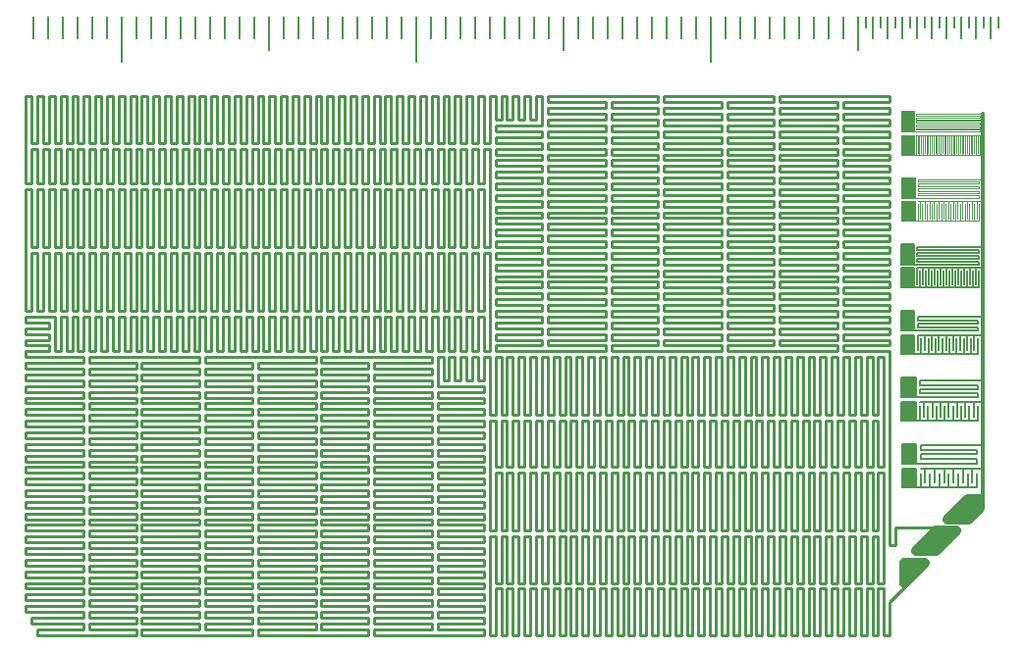
<source format=gbl>
G04 #@! TF.GenerationSoftware,KiCad,Pcbnew,5.1.6-c6e7f7d~87~ubuntu18.04.1*
G04 #@! TF.CreationDate,2020-08-01T12:19:59+02:00*
G04 #@! TF.ProjectId,pcbid-card,70636269-642d-4636-9172-642e6b696361,v1.0*
G04 #@! TF.SameCoordinates,Original*
G04 #@! TF.FileFunction,Copper,L2,Bot*
G04 #@! TF.FilePolarity,Positive*
%FSLAX46Y46*%
G04 Gerber Fmt 4.6, Leading zero omitted, Abs format (unit mm)*
G04 Created by KiCad (PCBNEW 5.1.6-c6e7f7d~87~ubuntu18.04.1) date 2020-08-01 12:19:59*
%MOMM*%
%LPD*%
G01*
G04 APERTURE LIST*
G04 #@! TA.AperFunction,NonConductor*
%ADD10C,0.076200*%
G04 #@! TD*
G04 #@! TA.AperFunction,NonConductor*
%ADD11C,0.101600*%
G04 #@! TD*
G04 #@! TA.AperFunction,NonConductor*
%ADD12C,0.127000*%
G04 #@! TD*
G04 #@! TA.AperFunction,NonConductor*
%ADD13C,0.152400*%
G04 #@! TD*
G04 #@! TA.AperFunction,NonConductor*
%ADD14C,0.177800*%
G04 #@! TD*
G04 #@! TA.AperFunction,NonConductor*
%ADD15C,0.203200*%
G04 #@! TD*
G04 #@! TA.AperFunction,NonConductor*
%ADD16C,0.812800*%
G04 #@! TD*
G04 #@! TA.AperFunction,NonConductor*
%ADD17C,0.312928*%
G04 #@! TD*
G04 #@! TA.AperFunction,SMDPad,CuDef*
%ADD18R,1.016000X1.016000*%
G04 #@! TD*
G04 #@! TA.AperFunction,Conductor*
%ADD19C,0.250000*%
G04 #@! TD*
G04 APERTURE END LIST*
D10*
X77241400Y-8509000D02*
X83007200Y-8509000D01*
X77241400Y-8509000D02*
X77241400Y-8661400D01*
X77241400Y-8661400D02*
X82727800Y-8661400D01*
X82727800Y-8661400D02*
X82727800Y-8813800D01*
X77241400Y-8813800D02*
X82727800Y-8813800D01*
X77241400Y-8813800D02*
X77241400Y-8966200D01*
X77241400Y-8966200D02*
X82727800Y-8966200D01*
X82727800Y-8966200D02*
X82727800Y-9118600D01*
X77241400Y-9118600D02*
X82727800Y-9118600D01*
X77241400Y-9118600D02*
X77241400Y-9271000D01*
X77241400Y-9271000D02*
X82727800Y-9271000D01*
X82727800Y-9271000D02*
X82727800Y-9423400D01*
X77241400Y-9423400D02*
X82727800Y-9423400D01*
X77241400Y-9423400D02*
X77241400Y-9575800D01*
X77241400Y-9575800D02*
X82727800Y-9575800D01*
X82727800Y-9575800D02*
X82727800Y-9728200D01*
X77241400Y-9728200D02*
X82727800Y-9728200D01*
X77241400Y-9728200D02*
X77241400Y-9880600D01*
X77241400Y-10464800D02*
X77241400Y-12014200D01*
X77393800Y-10312400D02*
X77393800Y-11861800D01*
X77546200Y-10464800D02*
X77546200Y-12014200D01*
X77698600Y-10312400D02*
X77698600Y-11861800D01*
X77851000Y-10464800D02*
X77851000Y-12014200D01*
X78003400Y-10312400D02*
X78003400Y-11861800D01*
X78155800Y-10464800D02*
X78155800Y-12014200D01*
X78308200Y-10312400D02*
X78308200Y-11861800D01*
X78460600Y-10464800D02*
X78460600Y-12014200D01*
X78613000Y-10312400D02*
X78613000Y-11861800D01*
X78765400Y-10464800D02*
X78765400Y-12014200D01*
X78917800Y-10312400D02*
X78917800Y-11861800D01*
X79070200Y-10464800D02*
X79070200Y-12014200D01*
X79222600Y-10312400D02*
X79222600Y-11861800D01*
X79375000Y-10464800D02*
X79375000Y-12014200D01*
X79527400Y-10312400D02*
X79527400Y-11861800D01*
X79679800Y-10464800D02*
X79679800Y-12014200D01*
X79832200Y-10312400D02*
X79832200Y-11861800D01*
X79984600Y-10464800D02*
X79984600Y-12014200D01*
X80137000Y-10312400D02*
X80137000Y-11861800D01*
X80289400Y-10464800D02*
X80289400Y-12014200D01*
X80441800Y-10312400D02*
X80441800Y-11861800D01*
X80594200Y-10464800D02*
X80594200Y-12014200D01*
X80746600Y-10312400D02*
X80746600Y-11861800D01*
X80899000Y-10464800D02*
X80899000Y-12014200D01*
X81051400Y-10312400D02*
X81051400Y-11861800D01*
X81203800Y-10464800D02*
X81203800Y-12014200D01*
X81356200Y-10312400D02*
X81356200Y-11861800D01*
X81508600Y-10464800D02*
X81508600Y-12014200D01*
X81661000Y-10312400D02*
X81661000Y-11861800D01*
X81813400Y-10464800D02*
X81813400Y-12014200D01*
X81965800Y-10312400D02*
X81965800Y-11861800D01*
X82118200Y-10464800D02*
X82118200Y-12014200D01*
X82270600Y-10312400D02*
X82270600Y-11861800D01*
X82423000Y-10464800D02*
X82423000Y-12014200D01*
X82575400Y-10312400D02*
X82575400Y-11861800D01*
D11*
X83007200Y-14122400D02*
X77393800Y-14122400D01*
X77393800Y-14122400D02*
X77393800Y-14325600D01*
X82677000Y-14325600D02*
X77393800Y-14325600D01*
X82677000Y-14325600D02*
X82677000Y-14528800D01*
X82677000Y-14528800D02*
X77393800Y-14528800D01*
X77393800Y-14528800D02*
X77393800Y-14732000D01*
X82677000Y-14732000D02*
X77393800Y-14732000D01*
X82677000Y-14732000D02*
X82677000Y-14935200D01*
X82677000Y-14935200D02*
X77393800Y-14935200D01*
X77393800Y-14935200D02*
X77393800Y-15138400D01*
X82677000Y-15138400D02*
X77393800Y-15138400D01*
X82677000Y-15138400D02*
X82677000Y-15341600D01*
X82677000Y-15341600D02*
X77393800Y-15341600D01*
X77393800Y-15341600D02*
X77393800Y-15544800D01*
X77393800Y-16256000D02*
X77393800Y-17754600D01*
X77597000Y-16052800D02*
X77597000Y-17551400D01*
X77800200Y-16256000D02*
X77800200Y-17754600D01*
X78003400Y-16052800D02*
X78003400Y-17551400D01*
X78206600Y-16256000D02*
X78206600Y-17754600D01*
X78409800Y-16052800D02*
X78409800Y-17551400D01*
X78613000Y-16256000D02*
X78613000Y-17754600D01*
X78816200Y-16052800D02*
X78816200Y-17551400D01*
X79019400Y-16256000D02*
X79019400Y-17754600D01*
X79222600Y-16052800D02*
X79222600Y-17551400D01*
X79425800Y-16256000D02*
X79425800Y-17754600D01*
X79629000Y-16052800D02*
X79629000Y-17551400D01*
X79832200Y-16256000D02*
X79832200Y-17754600D01*
X80035400Y-16052800D02*
X80035400Y-17551400D01*
X80238600Y-16256000D02*
X80238600Y-17754600D01*
X80441800Y-16052800D02*
X80441800Y-17551400D01*
X80645000Y-16256000D02*
X80645000Y-17754600D01*
X80848200Y-16052800D02*
X80848200Y-17551400D01*
X81051400Y-16256000D02*
X81051400Y-17754600D01*
X81254600Y-16052800D02*
X81254600Y-17551400D01*
X81457800Y-16256000D02*
X81457800Y-17754600D01*
X81661000Y-16052800D02*
X81661000Y-17551400D01*
X81864200Y-16256000D02*
X81864200Y-17754600D01*
X82067400Y-16052800D02*
X82067400Y-17551400D01*
X82270600Y-16256000D02*
X82270600Y-17754600D01*
X82473800Y-16052800D02*
X82473800Y-17551400D01*
D12*
X83007200Y-19964400D02*
X77317600Y-19964400D01*
X77317600Y-19964400D02*
X77317600Y-20218400D01*
X82651600Y-20218400D02*
X77317600Y-20218400D01*
X82651600Y-20218400D02*
X82651600Y-20472400D01*
X82651600Y-20472400D02*
X77317600Y-20472400D01*
X77317600Y-20472400D02*
X77317600Y-20726400D01*
X82651600Y-20726400D02*
X77317600Y-20726400D01*
X82651600Y-20726400D02*
X82651600Y-20980400D01*
X82651600Y-20980400D02*
X77317600Y-20980400D01*
X77317600Y-20980400D02*
X77317600Y-21234400D01*
X77317600Y-21818600D02*
X77317600Y-23241000D01*
X77571600Y-22072600D02*
X77571600Y-23495000D01*
X77825600Y-21818600D02*
X77825600Y-23241000D01*
X78079600Y-22072600D02*
X78079600Y-23495000D01*
X78333600Y-21818600D02*
X78333600Y-23241000D01*
X78587600Y-22072600D02*
X78587600Y-23495000D01*
X78841600Y-21818600D02*
X78841600Y-23241000D01*
X79095600Y-22072600D02*
X79095600Y-23495000D01*
X79349600Y-21818600D02*
X79349600Y-23241000D01*
X79603600Y-22072600D02*
X79603600Y-23495000D01*
X79857600Y-21818600D02*
X79857600Y-23241000D01*
X80111600Y-22072600D02*
X80111600Y-23495000D01*
X80365600Y-21818600D02*
X80365600Y-23241000D01*
X80619600Y-22072600D02*
X80619600Y-23495000D01*
X80873600Y-21818600D02*
X80873600Y-23241000D01*
X81127600Y-22072600D02*
X81127600Y-23495000D01*
X81381600Y-21818600D02*
X81381600Y-23241000D01*
X81635600Y-22072600D02*
X81635600Y-23495000D01*
X81889600Y-21818600D02*
X81889600Y-23241000D01*
X82143600Y-22072600D02*
X82143600Y-23495000D01*
X82397600Y-21818600D02*
X82397600Y-23241000D01*
D13*
X83007200Y-26009600D02*
X77419200Y-26009600D01*
X77419200Y-26009600D02*
X77419200Y-26314400D01*
X82600800Y-26314400D02*
X77419200Y-26314400D01*
X82600800Y-26314400D02*
X82600800Y-26619200D01*
X82600800Y-26619200D02*
X77419200Y-26619200D01*
X77419200Y-26619200D02*
X77419200Y-26924000D01*
X77419200Y-27584400D02*
X77419200Y-28930600D01*
X77724000Y-27889200D02*
X77724000Y-29235400D01*
X78028800Y-27584400D02*
X78028800Y-28930600D01*
X78333600Y-27889200D02*
X78333600Y-29235400D01*
X78638400Y-27584400D02*
X78638400Y-28930600D01*
X78943200Y-27889200D02*
X78943200Y-29235400D01*
X79248000Y-27584400D02*
X79248000Y-28930600D01*
X79552800Y-27889200D02*
X79552800Y-29235400D01*
X79857600Y-27584400D02*
X79857600Y-28930600D01*
X80162400Y-27889200D02*
X80162400Y-29235400D01*
X80467200Y-27584400D02*
X80467200Y-28930600D01*
X80772000Y-27889200D02*
X80772000Y-29235400D01*
X81076800Y-27584400D02*
X81076800Y-28930600D01*
X81381600Y-27889200D02*
X81381600Y-29235400D01*
X81686400Y-27584400D02*
X81686400Y-28930600D01*
X81991200Y-27889200D02*
X81991200Y-29235400D01*
X82296000Y-27584400D02*
X82296000Y-28930600D01*
D14*
X83007200Y-31546800D02*
X77597000Y-31546800D01*
X77597000Y-31546800D02*
X77597000Y-31902400D01*
X82575400Y-31902400D02*
X77597000Y-31902400D01*
X82575400Y-31902400D02*
X82575400Y-32258000D01*
X82575400Y-32258000D02*
X77597000Y-32258000D01*
X77597000Y-32258000D02*
X77597000Y-32613600D01*
X77597000Y-33705800D02*
X77597000Y-34975800D01*
X77952600Y-33350200D02*
X77952600Y-34620200D01*
X78308200Y-33705800D02*
X78308200Y-34975800D01*
X78663800Y-33350200D02*
X78663800Y-34620200D01*
X79019400Y-33705800D02*
X79019400Y-34975800D01*
X79375000Y-33350200D02*
X79375000Y-34620200D01*
X79730600Y-33705800D02*
X79730600Y-34975800D01*
X80086200Y-33350200D02*
X80086200Y-34620200D01*
X80441800Y-33705800D02*
X80441800Y-34975800D01*
X80797400Y-33350200D02*
X80797400Y-34620200D01*
X81153000Y-33705800D02*
X81153000Y-34975800D01*
X81508600Y-33350200D02*
X81508600Y-34620200D01*
X81864200Y-33705800D02*
X81864200Y-34975800D01*
X82219800Y-33350200D02*
X82219800Y-34620200D01*
D15*
X77647800Y-37084000D02*
X83007200Y-37084000D01*
X77647800Y-37084000D02*
X77647800Y-37490400D01*
X77647800Y-37490400D02*
X82524600Y-37490400D01*
X82524600Y-37490400D02*
X82524600Y-37896800D01*
X77647800Y-37896800D02*
X82524600Y-37896800D01*
X77647800Y-37896800D02*
X77647800Y-38303200D01*
X77647800Y-39522400D02*
X77647800Y-40716200D01*
X78054200Y-39116000D02*
X78054200Y-40309800D01*
X78460600Y-39522400D02*
X78460600Y-40716200D01*
X78867000Y-39116000D02*
X78867000Y-40309800D01*
X79273400Y-39522400D02*
X79273400Y-40716200D01*
X79679800Y-39116000D02*
X79679800Y-40309800D01*
X80086200Y-39522400D02*
X80086200Y-40716200D01*
X80492600Y-39116000D02*
X80492600Y-40309800D01*
X80899000Y-39522400D02*
X80899000Y-40716200D01*
X81305400Y-39116000D02*
X81305400Y-40309800D01*
X81711800Y-39522400D02*
X81711800Y-40716200D01*
X82118200Y-39116000D02*
X82118200Y-40309800D01*
X82524600Y-39522400D02*
X82524600Y-40716200D01*
D16*
G36*
X82750000Y-42500000D02*
G01*
X81750000Y-43500000D01*
X80000000Y-43500000D01*
X81750000Y-41750000D01*
X82750000Y-41750000D01*
X82750000Y-42500000D01*
G37*
X82750000Y-42500000D02*
X81750000Y-43500000D01*
X80000000Y-43500000D01*
X81750000Y-41750000D01*
X82750000Y-41750000D01*
X82750000Y-42500000D01*
G36*
X79000000Y-46250000D02*
G01*
X77250000Y-46250000D01*
X79000000Y-44500000D01*
X80750000Y-44500000D01*
X79000000Y-46250000D01*
G37*
X79000000Y-46250000D02*
X77250000Y-46250000D01*
X79000000Y-44500000D01*
X80750000Y-44500000D01*
X79000000Y-46250000D01*
G36*
X76250000Y-49000000D02*
G01*
X76250000Y-47250000D01*
X78000000Y-47250000D01*
X76250000Y-49000000D01*
G37*
X76250000Y-49000000D02*
X76250000Y-47250000D01*
X78000000Y-47250000D01*
X76250000Y-49000000D01*
D15*
X83003200Y-39116000D02*
X77647800Y-39116000D01*
X82524600Y-40716200D02*
X77064400Y-40716200D01*
G36*
X77241400Y-40716200D02*
G01*
X76047600Y-40716200D01*
X76047600Y-39116000D01*
X77241400Y-39116000D01*
X77241400Y-40716200D01*
G37*
X77241400Y-40716200D02*
X76047600Y-40716200D01*
X76047600Y-39116000D01*
X77241400Y-39116000D01*
X77241400Y-40716200D01*
D14*
X82575400Y-33705800D02*
X82575400Y-34975800D01*
X83007200Y-33350200D02*
X77597000Y-33350200D01*
X82575400Y-34975800D02*
X77038200Y-34975800D01*
G36*
X77241400Y-34975800D02*
G01*
X76022200Y-34975800D01*
X76022200Y-33350200D01*
X77241400Y-33350200D01*
X77241400Y-34975800D01*
G37*
X77241400Y-34975800D02*
X76022200Y-34975800D01*
X76022200Y-33350200D01*
X77241400Y-33350200D01*
X77241400Y-34975800D01*
X82575400Y-32613600D02*
X82575400Y-32969200D01*
X82575400Y-32613600D02*
X77597000Y-32613600D01*
X82575400Y-32969200D02*
X77042200Y-32969200D01*
G36*
X77241400Y-32969200D02*
G01*
X76022200Y-32969200D01*
X76022200Y-31292800D01*
X77241400Y-31292800D01*
X77241400Y-32969200D01*
G37*
X77241400Y-32969200D02*
X76022200Y-32969200D01*
X76022200Y-31292800D01*
X77241400Y-31292800D01*
X77241400Y-32969200D01*
D13*
X82600800Y-27889200D02*
X82600800Y-29235400D01*
X83007200Y-27584400D02*
X77419200Y-27584400D01*
X82600800Y-29235400D02*
X77114400Y-29235400D01*
G36*
X77114400Y-29235400D02*
G01*
X76022200Y-29235400D01*
X76022200Y-27584400D01*
X77114400Y-27584400D01*
X77114400Y-29235400D01*
G37*
X77114400Y-29235400D02*
X76022200Y-29235400D01*
X76022200Y-27584400D01*
X77114400Y-27584400D01*
X77114400Y-29235400D01*
X82600800Y-26924000D02*
X82600800Y-27228800D01*
X82600800Y-26924000D02*
X77419200Y-26924000D01*
X82600800Y-27228800D02*
X77114400Y-27228800D01*
G36*
X77114400Y-27228800D02*
G01*
X76022200Y-27228800D01*
X76022200Y-25527000D01*
X77114400Y-25527000D01*
X77114400Y-27228800D01*
G37*
X77114400Y-27228800D02*
X76022200Y-27228800D01*
X76022200Y-25527000D01*
X77114400Y-25527000D01*
X77114400Y-27228800D01*
D12*
X82651600Y-22072600D02*
X82651600Y-23495000D01*
X83007200Y-21818600D02*
X77317600Y-21818600D01*
G36*
X77063600Y-23495000D02*
G01*
X75996800Y-23495000D01*
X75996800Y-21818600D01*
X77063600Y-21818600D01*
X77063600Y-23495000D01*
G37*
X77063600Y-23495000D02*
X75996800Y-23495000D01*
X75996800Y-21818600D01*
X77063600Y-21818600D01*
X77063600Y-23495000D01*
X82651600Y-23495000D02*
X77012800Y-23495000D01*
X82651600Y-21234400D02*
X82651600Y-21488400D01*
G36*
X77063600Y-21488400D02*
G01*
X75996800Y-21488400D01*
X75996800Y-19761200D01*
X77063600Y-19761200D01*
X77063600Y-21488400D01*
G37*
X77063600Y-21488400D02*
X75996800Y-21488400D01*
X75996800Y-19761200D01*
X77063600Y-19761200D01*
X77063600Y-21488400D01*
D11*
X82677000Y-16256000D02*
X82677000Y-17754600D01*
X82677000Y-17754600D02*
X77012800Y-17754600D01*
G36*
X77190600Y-17754600D02*
G01*
X75996800Y-17754600D01*
X75996800Y-16052800D01*
X77190600Y-16052800D01*
X77190600Y-17754600D01*
G37*
X77190600Y-17754600D02*
X75996800Y-17754600D01*
X75996800Y-16052800D01*
X77190600Y-16052800D01*
X77190600Y-17754600D01*
X83007200Y-16052800D02*
X77393800Y-16052800D01*
X82677000Y-15544800D02*
X82677000Y-15748000D01*
X82677000Y-15748000D02*
X77190600Y-15748000D01*
X82677000Y-15544800D02*
X77393800Y-15544800D01*
G36*
X77190600Y-15748000D02*
G01*
X75996800Y-15748000D01*
X75996800Y-13995400D01*
X77190600Y-13995400D01*
X77190600Y-15748000D01*
G37*
X77190600Y-15748000D02*
X75996800Y-15748000D01*
X75996800Y-13995400D01*
X77190600Y-13995400D01*
X77190600Y-15748000D01*
D10*
X82727800Y-10464800D02*
X82727800Y-12014200D01*
X83007200Y-10312400D02*
X77241400Y-10312400D01*
X82727800Y-12014200D02*
X77089000Y-12014200D01*
D15*
X82524600Y-38709600D02*
X77241400Y-38709600D01*
X82524600Y-38303200D02*
X82524600Y-38709600D01*
X77647800Y-38303200D02*
X82524600Y-38303200D01*
G36*
X77241400Y-38709600D02*
G01*
X76047600Y-38709600D01*
X76047600Y-37058600D01*
X77241400Y-37058600D01*
X77241400Y-38709600D01*
G37*
X77241400Y-38709600D02*
X76047600Y-38709600D01*
X76047600Y-37058600D01*
X77241400Y-37058600D01*
X77241400Y-38709600D01*
D10*
X82727800Y-9880600D02*
X82727800Y-10033000D01*
X77241400Y-9880600D02*
X82727800Y-9880600D01*
G36*
X77089000Y-12014200D02*
G01*
X75971400Y-12014200D01*
X75971400Y-10312400D01*
X77089000Y-10312400D01*
X77089000Y-12014200D01*
G37*
X77089000Y-12014200D02*
X75971400Y-12014200D01*
X75971400Y-10312400D01*
X77089000Y-10312400D01*
X77089000Y-12014200D01*
X82727800Y-10033000D02*
X77089000Y-10033000D01*
G36*
X77089000Y-10033000D02*
G01*
X75971400Y-10033000D01*
X75971400Y-8255000D01*
X77089000Y-8255000D01*
X77089000Y-10033000D01*
G37*
X77089000Y-10033000D02*
X75971400Y-10033000D01*
X75971400Y-8255000D01*
X77089000Y-8255000D01*
X77089000Y-10033000D01*
D17*
X83000000Y-8500000D02*
X83000000Y-41750000D01*
D12*
X82651600Y-21233200D02*
X77317600Y-21233200D01*
X82651600Y-21488400D02*
X77016800Y-21487200D01*
D15*
X84365000Y-1000000D02*
X84365000Y-100000D01*
X1180000Y-2000000D02*
X1180000Y-100000D01*
X2450000Y-2000000D02*
X2450000Y-100000D01*
X3720000Y-2000000D02*
X3720000Y-100000D01*
X4990000Y-2000000D02*
X4990000Y-100000D01*
X6260000Y-2000000D02*
X6260000Y-100000D01*
X7530000Y-2000000D02*
X7530000Y-100000D01*
X8800000Y-4000000D02*
X8800000Y-100000D01*
X10070000Y-2000000D02*
X10070000Y-100000D01*
X11340000Y-2000000D02*
X11340000Y-100000D01*
X12610000Y-2000000D02*
X12610000Y-100000D01*
X13880000Y-2000000D02*
X13880000Y-100000D01*
X15150000Y-2000000D02*
X15150000Y-100000D01*
X16420000Y-2000000D02*
X16420000Y-100000D01*
X17690000Y-2000000D02*
X17690000Y-100000D01*
X18960000Y-2000000D02*
X18960000Y-100000D01*
X20230000Y-2000000D02*
X20230000Y-100000D01*
X21500000Y-3000000D02*
X21500000Y-100000D01*
X22770000Y-2000000D02*
X22770000Y-100000D01*
X24040000Y-2000000D02*
X24040000Y-100000D01*
X25310000Y-2000000D02*
X25310000Y-100000D01*
X26580000Y-2000000D02*
X26580000Y-100000D01*
X27850000Y-2000000D02*
X27850000Y-100000D01*
X29120000Y-2000000D02*
X29120000Y-100000D01*
X30390000Y-2000000D02*
X30390000Y-100000D01*
X31660000Y-2000000D02*
X31660000Y-100000D01*
X32930000Y-2000000D02*
X32930000Y-100000D01*
X34200000Y-4000000D02*
X34200000Y-100000D01*
X35470000Y-2000000D02*
X35470000Y-100000D01*
X36740000Y-2000000D02*
X36740000Y-100000D01*
X38010000Y-2000000D02*
X38010000Y-100000D01*
X39280000Y-2000000D02*
X39280000Y-100000D01*
X40550000Y-2000000D02*
X40550000Y-100000D01*
X41820000Y-2000000D02*
X41820000Y-100000D01*
X43090000Y-2000000D02*
X43090000Y-100000D01*
X44360000Y-2000000D02*
X44360000Y-100000D01*
X45630000Y-2000000D02*
X45630000Y-100000D01*
X46900000Y-3000000D02*
X46900000Y-100000D01*
X48170000Y-2000000D02*
X48170000Y-100000D01*
X49440000Y-2000000D02*
X49440000Y-100000D01*
X50710000Y-2000000D02*
X50710000Y-100000D01*
X51980000Y-2000000D02*
X51980000Y-100000D01*
X53250000Y-2000000D02*
X53250000Y-100000D01*
X54520000Y-2000000D02*
X54520000Y-100000D01*
X55790000Y-2000000D02*
X55790000Y-100000D01*
X57060000Y-2000000D02*
X57060000Y-100000D01*
X58330000Y-2000000D02*
X58330000Y-100000D01*
X59600000Y-4000000D02*
X59600000Y-100000D01*
X60870000Y-2000000D02*
X60870000Y-100000D01*
X62140000Y-2000000D02*
X62140000Y-100000D01*
X63410000Y-2000000D02*
X63410000Y-100000D01*
X64680000Y-2000000D02*
X64680000Y-100000D01*
X65950000Y-2000000D02*
X65950000Y-100000D01*
X67220000Y-2000000D02*
X67220000Y-100000D01*
X68490000Y-2000000D02*
X68490000Y-100000D01*
X69760000Y-2000000D02*
X69760000Y-100000D01*
X71030000Y-2000000D02*
X71030000Y-100000D01*
X72935000Y-1000000D02*
X72935000Y-100000D01*
X74205000Y-1000000D02*
X74205000Y-100000D01*
X75475000Y-1000000D02*
X75475000Y-100000D01*
X76745000Y-1000000D02*
X76745000Y-100000D01*
X78015000Y-1000000D02*
X78015000Y-100000D01*
X79285000Y-1000000D02*
X79285000Y-100000D01*
X80555000Y-1000000D02*
X80555000Y-100000D01*
X81825000Y-1000000D02*
X81825000Y-100000D01*
X83095000Y-1000000D02*
X83095000Y-100000D01*
X72300000Y-3000000D02*
X72300000Y-100000D01*
X73570000Y-2000000D02*
X73570000Y-100000D01*
X74840000Y-2000000D02*
X74840000Y-100000D01*
X76110000Y-2000000D02*
X76110000Y-100000D01*
X77380000Y-2000000D02*
X77380000Y-100000D01*
X78650000Y-2000000D02*
X78650000Y-100000D01*
X79920000Y-2000000D02*
X79920000Y-100000D01*
X81190000Y-2000000D02*
X81190000Y-100000D01*
X82460000Y-2000000D02*
X82460000Y-100000D01*
X83730000Y-2000000D02*
X83730000Y-100000D01*
D18*
X76750000Y-47750000D03*
X79000000Y-45500000D03*
D19*
X79000000Y-44220000D02*
X79000000Y-45500000D01*
X75500000Y-45750000D02*
X75500000Y-44250000D01*
X75000000Y-29000000D02*
X75000000Y-45750000D01*
X71000000Y-29000000D02*
X75000000Y-29000000D01*
X75000000Y-28500000D02*
X71000000Y-28500000D01*
X75000000Y-28000000D02*
X75000000Y-28500000D01*
X71000000Y-28000000D02*
X75000000Y-28000000D01*
X75000000Y-27500000D02*
X71000000Y-27500000D01*
X75000000Y-27000000D02*
X75000000Y-27500000D01*
X71000000Y-27000000D02*
X75000000Y-27000000D01*
X71000000Y-26500000D02*
X71000000Y-27000000D01*
X75000000Y-26000000D02*
X75000000Y-26500000D01*
X71000000Y-26000000D02*
X75000000Y-26000000D01*
X71000000Y-25500000D02*
X71000000Y-26000000D01*
X75000000Y-25500000D02*
X71000000Y-25500000D01*
X75000000Y-25000000D02*
X75000000Y-25500000D01*
X75000000Y-24500000D02*
X71000000Y-24500000D01*
X75000000Y-24000000D02*
X75000000Y-24500000D01*
X71000000Y-23000000D02*
X75000000Y-23000000D01*
X71000000Y-22500000D02*
X71000000Y-23000000D01*
X75000000Y-22500000D02*
X71000000Y-22500000D01*
X71000000Y-22000000D02*
X75000000Y-22000000D01*
X71000000Y-21500000D02*
X71000000Y-22000000D01*
X75000000Y-21500000D02*
X71000000Y-21500000D01*
X71000000Y-21000000D02*
X75000000Y-21000000D01*
X71000000Y-19500000D02*
X71000000Y-20000000D01*
X75000000Y-19500000D02*
X71000000Y-19500000D01*
X71000000Y-19000000D02*
X75000000Y-19000000D01*
X71000000Y-18000000D02*
X75000000Y-18000000D01*
X71000000Y-17500000D02*
X71000000Y-18000000D01*
X75000000Y-16000000D02*
X75000000Y-16500000D01*
X75000000Y-15500000D02*
X71000000Y-15500000D01*
X75000000Y-15000000D02*
X75000000Y-15500000D01*
X71000000Y-15000000D02*
X75000000Y-15000000D01*
X71000000Y-14500000D02*
X71000000Y-15000000D01*
X71000000Y-14000000D02*
X75000000Y-14000000D01*
X71000000Y-13500000D02*
X71000000Y-14000000D01*
X75000000Y-13500000D02*
X71000000Y-13500000D01*
X75000000Y-13000000D02*
X75000000Y-13500000D01*
X71000000Y-13000000D02*
X75000000Y-13000000D01*
X71000000Y-12500000D02*
X71000000Y-13000000D01*
X75000000Y-12500000D02*
X71000000Y-12500000D01*
X75000000Y-12000000D02*
X75000000Y-12500000D01*
X71000000Y-11500000D02*
X71000000Y-12000000D01*
X75000000Y-11500000D02*
X71000000Y-11500000D01*
X75000000Y-11000000D02*
X75000000Y-11500000D01*
X71000000Y-11000000D02*
X75000000Y-11000000D01*
X71000000Y-10500000D02*
X71000000Y-11000000D01*
X75000000Y-20000000D02*
X75000000Y-20500000D01*
X75000000Y-10500000D02*
X71000000Y-10500000D01*
X71000000Y-9500000D02*
X71000000Y-10000000D01*
X75000000Y-9500000D02*
X71000000Y-9500000D01*
X71000000Y-9000000D02*
X75000000Y-9000000D01*
X71000000Y-7500000D02*
X71000000Y-8000000D01*
X75000000Y-7000000D02*
X75000000Y-7500000D01*
X65500000Y-7000000D02*
X75000000Y-7000000D01*
X65500000Y-7500000D02*
X65500000Y-7000000D01*
X65500000Y-8500000D02*
X65500000Y-8000000D01*
X65500000Y-9500000D02*
X65500000Y-9000000D01*
X70500000Y-10000000D02*
X70500000Y-9500000D01*
X65500000Y-10000000D02*
X70500000Y-10000000D01*
X65500000Y-10500000D02*
X65500000Y-10000000D01*
X70500000Y-10500000D02*
X65500000Y-10500000D01*
X65500000Y-11000000D02*
X70500000Y-11000000D01*
X65500000Y-11500000D02*
X65500000Y-11000000D01*
X70500000Y-12500000D02*
X65500000Y-12500000D01*
X65500000Y-13500000D02*
X65500000Y-13000000D01*
X70500000Y-14000000D02*
X70500000Y-13500000D01*
X65500000Y-14000000D02*
X70500000Y-14000000D01*
X70500000Y-14500000D02*
X65500000Y-14500000D01*
X65500000Y-15000000D02*
X70500000Y-15000000D01*
X70500000Y-16000000D02*
X70500000Y-15500000D01*
X65500000Y-16000000D02*
X70500000Y-16000000D01*
X70500000Y-17000000D02*
X70500000Y-16500000D01*
X65500000Y-18000000D02*
X70500000Y-18000000D01*
X65500000Y-18500000D02*
X65500000Y-18000000D01*
X70500000Y-18500000D02*
X65500000Y-18500000D01*
X70500000Y-19500000D02*
X65500000Y-19500000D01*
X70500000Y-20000000D02*
X70500000Y-19500000D01*
X65500000Y-21000000D02*
X70500000Y-21000000D01*
X65500000Y-21500000D02*
X65500000Y-21000000D01*
X70500000Y-21500000D02*
X65500000Y-21500000D01*
X70500000Y-22000000D02*
X70500000Y-21500000D01*
X65500000Y-22000000D02*
X70500000Y-22000000D01*
X65500000Y-17000000D02*
X70500000Y-17000000D01*
X65500000Y-23000000D02*
X70500000Y-23000000D01*
X65500000Y-24000000D02*
X70500000Y-24000000D01*
X65500000Y-24500000D02*
X65500000Y-24000000D01*
X70500000Y-25000000D02*
X70500000Y-24500000D01*
X65500000Y-25000000D02*
X70500000Y-25000000D01*
X70500000Y-26500000D02*
X65500000Y-26500000D01*
X65500000Y-27500000D02*
X65500000Y-27000000D01*
X70500000Y-29000000D02*
X70500000Y-28500000D01*
X65000000Y-28500000D02*
X61000000Y-28500000D01*
X65000000Y-28000000D02*
X65000000Y-28500000D01*
X61000000Y-27500000D02*
X61000000Y-28000000D01*
X65000000Y-27500000D02*
X61000000Y-27500000D01*
X61000000Y-26500000D02*
X61000000Y-27000000D01*
X65000000Y-26000000D02*
X65000000Y-26500000D01*
X65000000Y-25000000D02*
X65000000Y-25500000D01*
X61000000Y-25000000D02*
X65000000Y-25000000D01*
X65000000Y-22500000D02*
X61000000Y-22500000D01*
X65000000Y-21000000D02*
X65000000Y-21500000D01*
X61000000Y-21000000D02*
X65000000Y-21000000D01*
X61000000Y-20500000D02*
X61000000Y-21000000D01*
X65000000Y-20500000D02*
X61000000Y-20500000D01*
X65000000Y-22000000D02*
X65000000Y-22500000D01*
X61000000Y-19500000D02*
X61000000Y-20000000D01*
X61000000Y-22000000D02*
X65000000Y-22000000D01*
X65000000Y-19500000D02*
X61000000Y-19500000D01*
X65000000Y-18000000D02*
X65000000Y-18500000D01*
X61000000Y-17500000D02*
X61000000Y-18000000D01*
X61000000Y-16000000D02*
X65000000Y-16000000D01*
X65000000Y-15000000D02*
X65000000Y-15500000D01*
X61000000Y-15000000D02*
X65000000Y-15000000D01*
X65000000Y-14000000D02*
X65000000Y-14500000D01*
X61000000Y-13500000D02*
X61000000Y-14000000D01*
X61000000Y-13000000D02*
X65000000Y-13000000D01*
X61000000Y-12500000D02*
X61000000Y-13000000D01*
X65000000Y-12000000D02*
X65000000Y-12500000D01*
X61000000Y-12000000D02*
X65000000Y-12000000D01*
X61000000Y-11500000D02*
X61000000Y-12000000D01*
X65000000Y-11500000D02*
X61000000Y-11500000D01*
X65000000Y-11000000D02*
X65000000Y-11500000D01*
X61000000Y-10500000D02*
X61000000Y-11000000D01*
X70500000Y-27000000D02*
X70500000Y-26500000D01*
X65000000Y-9500000D02*
X61000000Y-9500000D01*
X65500000Y-27000000D02*
X70500000Y-27000000D01*
X65000000Y-9000000D02*
X65000000Y-9500000D01*
X61000000Y-7500000D02*
X61000000Y-8000000D01*
X65000000Y-23500000D02*
X61000000Y-23500000D01*
X55500000Y-7500000D02*
X55500000Y-7000000D01*
X60500000Y-7500000D02*
X55500000Y-7500000D01*
X55500000Y-8500000D02*
X55500000Y-8000000D01*
X60500000Y-9000000D02*
X60500000Y-8500000D01*
X60500000Y-9500000D02*
X55500000Y-9500000D01*
X55500000Y-10000000D02*
X60500000Y-10000000D01*
X55500000Y-10500000D02*
X55500000Y-10000000D01*
X55500000Y-11000000D02*
X60500000Y-11000000D01*
X60500000Y-11500000D02*
X55500000Y-11500000D01*
X60500000Y-12000000D02*
X60500000Y-11500000D01*
X60500000Y-13500000D02*
X55500000Y-13500000D01*
X60500000Y-14000000D02*
X60500000Y-13500000D01*
X61000000Y-25500000D02*
X61000000Y-26000000D01*
X55500000Y-15500000D02*
X55500000Y-15000000D01*
X60500000Y-16000000D02*
X60500000Y-15500000D01*
X55500000Y-16000000D02*
X60500000Y-16000000D01*
X60500000Y-16500000D02*
X55500000Y-16500000D01*
X60500000Y-17000000D02*
X60500000Y-16500000D01*
X55500000Y-17000000D02*
X60500000Y-17000000D01*
X60500000Y-17500000D02*
X55500000Y-17500000D01*
X60500000Y-18000000D02*
X60500000Y-17500000D01*
X55500000Y-18500000D02*
X55500000Y-18000000D01*
X55500000Y-19000000D02*
X60500000Y-19000000D01*
X60500000Y-20000000D02*
X60500000Y-19500000D01*
X55500000Y-20000000D02*
X60500000Y-20000000D01*
X55500000Y-20500000D02*
X55500000Y-20000000D01*
X55500000Y-21000000D02*
X60500000Y-21000000D01*
X55500000Y-21500000D02*
X55500000Y-21000000D01*
X60500000Y-22000000D02*
X60500000Y-21500000D01*
X55500000Y-22000000D02*
X60500000Y-22000000D01*
X60500000Y-19500000D02*
X55500000Y-19500000D01*
X55500000Y-22500000D02*
X55500000Y-22000000D01*
X60500000Y-24000000D02*
X60500000Y-23500000D01*
X55500000Y-24000000D02*
X60500000Y-24000000D01*
X55500000Y-24500000D02*
X55500000Y-24000000D01*
X55500000Y-25500000D02*
X55500000Y-25000000D01*
X60500000Y-25500000D02*
X55500000Y-25500000D01*
X55500000Y-28000000D02*
X60500000Y-28000000D01*
X55500000Y-28500000D02*
X55500000Y-28000000D01*
X60500000Y-28500000D02*
X55500000Y-28500000D01*
X55500000Y-23000000D02*
X60500000Y-23000000D01*
X55000000Y-28000000D02*
X55000000Y-28500000D01*
X51000000Y-27500000D02*
X51000000Y-28000000D01*
X55000000Y-27500000D02*
X51000000Y-27500000D01*
X51000000Y-26500000D02*
X51000000Y-27000000D01*
X55000000Y-26500000D02*
X51000000Y-26500000D01*
X55000000Y-26000000D02*
X55000000Y-26500000D01*
X51000000Y-26000000D02*
X55000000Y-26000000D01*
X51000000Y-25500000D02*
X51000000Y-26000000D01*
X55000000Y-25500000D02*
X51000000Y-25500000D01*
X55000000Y-25000000D02*
X55000000Y-25500000D01*
X51000000Y-25000000D02*
X55000000Y-25000000D01*
X51000000Y-24500000D02*
X51000000Y-25000000D01*
X55000000Y-24000000D02*
X55000000Y-24500000D01*
X51000000Y-23500000D02*
X51000000Y-24000000D01*
X55000000Y-23500000D02*
X51000000Y-23500000D01*
X51000000Y-22500000D02*
X51000000Y-23000000D01*
X55000000Y-22500000D02*
X51000000Y-22500000D01*
X55000000Y-22000000D02*
X55000000Y-22500000D01*
X51000000Y-22000000D02*
X55000000Y-22000000D01*
X51000000Y-21500000D02*
X51000000Y-22000000D01*
X55000000Y-21500000D02*
X51000000Y-21500000D01*
X51000000Y-21000000D02*
X55000000Y-21000000D01*
X55000000Y-20500000D02*
X51000000Y-20500000D01*
X55000000Y-20000000D02*
X55000000Y-20500000D01*
X51000000Y-19500000D02*
X51000000Y-20000000D01*
X51000000Y-18500000D02*
X51000000Y-19000000D01*
X65000000Y-12500000D02*
X61000000Y-12500000D01*
X55000000Y-18000000D02*
X55000000Y-18500000D01*
X51000000Y-17500000D02*
X51000000Y-18000000D01*
X55000000Y-17500000D02*
X51000000Y-17500000D01*
X55000000Y-17000000D02*
X55000000Y-17500000D01*
X51000000Y-17000000D02*
X55000000Y-17000000D01*
X51000000Y-16500000D02*
X51000000Y-17000000D01*
X55000000Y-16000000D02*
X55000000Y-16500000D01*
X51000000Y-16000000D02*
X55000000Y-16000000D01*
X55000000Y-15000000D02*
X55000000Y-15500000D01*
X51000000Y-14000000D02*
X55000000Y-14000000D01*
X51000000Y-13500000D02*
X51000000Y-14000000D01*
X55000000Y-13500000D02*
X51000000Y-13500000D01*
X55000000Y-13000000D02*
X55000000Y-13500000D01*
X51000000Y-13000000D02*
X55000000Y-13000000D01*
X65000000Y-21500000D02*
X61000000Y-21500000D01*
X61000000Y-19000000D02*
X65000000Y-19000000D01*
X51000000Y-12500000D02*
X51000000Y-13000000D01*
X55000000Y-11000000D02*
X55000000Y-11500000D01*
X51000000Y-11000000D02*
X55000000Y-11000000D01*
X51000000Y-10500000D02*
X51000000Y-11000000D01*
X55000000Y-10500000D02*
X51000000Y-10500000D01*
X55000000Y-10000000D02*
X55000000Y-10500000D01*
X75500000Y-44250000D02*
X75530000Y-44220000D01*
X51000000Y-10000000D02*
X55000000Y-10000000D01*
X51000000Y-8500000D02*
X51000000Y-9000000D01*
X55000000Y-8500000D02*
X51000000Y-8500000D01*
X51000000Y-8000000D02*
X55000000Y-8000000D01*
X51000000Y-7500000D02*
X51000000Y-8000000D01*
X61000000Y-24500000D02*
X61000000Y-25000000D01*
X55000000Y-7500000D02*
X51000000Y-7500000D01*
X50500000Y-7500000D02*
X45500000Y-7500000D01*
X45500000Y-8000000D02*
X50500000Y-8000000D01*
X50500000Y-8500000D02*
X45500000Y-8500000D01*
X45500000Y-9500000D02*
X45500000Y-9000000D01*
X50500000Y-10000000D02*
X50500000Y-9500000D01*
X45500000Y-10000000D02*
X50500000Y-10000000D01*
X45500000Y-10500000D02*
X45500000Y-10000000D01*
X50500000Y-11000000D02*
X50500000Y-10500000D01*
X45500000Y-11000000D02*
X50500000Y-11000000D01*
X45500000Y-11500000D02*
X45500000Y-11000000D01*
X50500000Y-11500000D02*
X45500000Y-11500000D01*
X45500000Y-12000000D02*
X50500000Y-12000000D01*
X45500000Y-12500000D02*
X45500000Y-12000000D01*
X50500000Y-13000000D02*
X50500000Y-12500000D01*
X45500000Y-13000000D02*
X50500000Y-13000000D01*
X45500000Y-14500000D02*
X45500000Y-14000000D01*
X45500000Y-15000000D02*
X50500000Y-15000000D01*
X45500000Y-15500000D02*
X45500000Y-15000000D01*
X45500000Y-16500000D02*
X45500000Y-16000000D01*
X45500000Y-17500000D02*
X45500000Y-17000000D01*
X50500000Y-17500000D02*
X45500000Y-17500000D01*
X50500000Y-18000000D02*
X50500000Y-17500000D01*
X45500000Y-18000000D02*
X50500000Y-18000000D01*
X45500000Y-18500000D02*
X45500000Y-18000000D01*
X50500000Y-19000000D02*
X50500000Y-18500000D01*
X45500000Y-19000000D02*
X50500000Y-19000000D01*
X50500000Y-19500000D02*
X45500000Y-19500000D01*
X50500000Y-20000000D02*
X50500000Y-19500000D01*
X50500000Y-21000000D02*
X50500000Y-20500000D01*
X50500000Y-22000000D02*
X50500000Y-21500000D01*
X50500000Y-22500000D02*
X45500000Y-22500000D01*
X50500000Y-23000000D02*
X50500000Y-22500000D01*
X45500000Y-23000000D02*
X50500000Y-23000000D01*
X50500000Y-23500000D02*
X45500000Y-23500000D01*
X50500000Y-24000000D02*
X50500000Y-23500000D01*
X45500000Y-24000000D02*
X50500000Y-24000000D01*
X60500000Y-29000000D02*
X60500000Y-28500000D01*
X50500000Y-25000000D02*
X50500000Y-24500000D01*
X51000000Y-28500000D02*
X51000000Y-29000000D01*
X45500000Y-25500000D02*
X45500000Y-25000000D01*
X55000000Y-28500000D02*
X51000000Y-28500000D01*
X50500000Y-25500000D02*
X45500000Y-25500000D01*
X50500000Y-26000000D02*
X50500000Y-25500000D01*
X50500000Y-26500000D02*
X45500000Y-26500000D01*
X45500000Y-27500000D02*
X45500000Y-27000000D01*
X50500000Y-27500000D02*
X45500000Y-27500000D01*
X45500000Y-28500000D02*
X45500000Y-28000000D01*
X50500000Y-28500000D02*
X45500000Y-28500000D01*
X50500000Y-29000000D02*
X50500000Y-28500000D01*
X41000000Y-29000000D02*
X50500000Y-29000000D01*
X41000000Y-28500000D02*
X41000000Y-29000000D01*
X45000000Y-28500000D02*
X41000000Y-28500000D01*
X45000000Y-28000000D02*
X45000000Y-28500000D01*
X45000000Y-27500000D02*
X41000000Y-27500000D01*
X45000000Y-27000000D02*
X45000000Y-27500000D01*
X45000000Y-26500000D02*
X41000000Y-26500000D01*
X45000000Y-26000000D02*
X45000000Y-26500000D01*
X45000000Y-25000000D02*
X45000000Y-25500000D01*
X45000000Y-24500000D02*
X41000000Y-24500000D01*
X45000000Y-24000000D02*
X45000000Y-24500000D01*
X45000000Y-23000000D02*
X45000000Y-23500000D01*
X41000000Y-23000000D02*
X45000000Y-23000000D01*
X45000000Y-22000000D02*
X45000000Y-22500000D01*
X41000000Y-22000000D02*
X45000000Y-22000000D01*
X41000000Y-21500000D02*
X41000000Y-22000000D01*
X61000000Y-18000000D02*
X65000000Y-18000000D01*
X45000000Y-21000000D02*
X45000000Y-21500000D01*
X41000000Y-21000000D02*
X45000000Y-21000000D01*
X41000000Y-20500000D02*
X41000000Y-21000000D01*
X45000000Y-20500000D02*
X41000000Y-20500000D01*
X45000000Y-20000000D02*
X45000000Y-20500000D01*
X41000000Y-20000000D02*
X45000000Y-20000000D01*
X41000000Y-19500000D02*
X41000000Y-20000000D01*
X45000000Y-19500000D02*
X41000000Y-19500000D01*
X50500000Y-12000000D02*
X50500000Y-11500000D01*
X45000000Y-19000000D02*
X45000000Y-19500000D01*
X41000000Y-19000000D02*
X45000000Y-19000000D01*
X45000000Y-18500000D02*
X41000000Y-18500000D01*
X41000000Y-18000000D02*
X45000000Y-18000000D01*
X65500000Y-16500000D02*
X65500000Y-16000000D01*
X41000000Y-17500000D02*
X41000000Y-18000000D01*
X45000000Y-17000000D02*
X45000000Y-17500000D01*
X41000000Y-17000000D02*
X45000000Y-17000000D01*
X45000000Y-16000000D02*
X45000000Y-16500000D01*
X41000000Y-16000000D02*
X45000000Y-16000000D01*
X41000000Y-15000000D02*
X45000000Y-15000000D01*
X45000000Y-13000000D02*
X45000000Y-13500000D01*
X41000000Y-12500000D02*
X41000000Y-13000000D01*
X45000000Y-12500000D02*
X41000000Y-12500000D01*
X50500000Y-16000000D02*
X50500000Y-15500000D01*
X45000000Y-10000000D02*
X45000000Y-10500000D01*
X41000000Y-10000000D02*
X45000000Y-10000000D01*
X41000000Y-25000000D02*
X45000000Y-25000000D01*
X41000000Y-9500000D02*
X41000000Y-10000000D01*
X45000000Y-9500000D02*
X41000000Y-9500000D01*
X44500000Y-9000000D02*
X44500000Y-7000000D01*
X44000000Y-9000000D02*
X44500000Y-9000000D01*
X43500000Y-7000000D02*
X44000000Y-7000000D01*
X43500000Y-9000000D02*
X43500000Y-7000000D01*
X43000000Y-9000000D02*
X43500000Y-9000000D01*
X43000000Y-7000000D02*
X43000000Y-9000000D01*
X42500000Y-7000000D02*
X43000000Y-7000000D01*
X51000000Y-15000000D02*
X55000000Y-15000000D01*
X42500000Y-9000000D02*
X42500000Y-7000000D01*
X51000000Y-14500000D02*
X51000000Y-15000000D01*
X42000000Y-9000000D02*
X42500000Y-9000000D01*
X55000000Y-14500000D02*
X51000000Y-14500000D01*
X42000000Y-7000000D02*
X42000000Y-9000000D01*
X41500000Y-9000000D02*
X41500000Y-7000000D01*
X41000000Y-9000000D02*
X41500000Y-9000000D01*
X41000000Y-7000000D02*
X41000000Y-9000000D01*
X40500000Y-7000000D02*
X41000000Y-7000000D01*
X40000000Y-11000000D02*
X40500000Y-11000000D01*
X39000000Y-11000000D02*
X39500000Y-11000000D01*
X75000000Y-8000000D02*
X75000000Y-8500000D01*
X38500000Y-7000000D02*
X39000000Y-7000000D01*
X36500000Y-11000000D02*
X36500000Y-7000000D01*
X34500000Y-7000000D02*
X35000000Y-7000000D01*
X34000000Y-7000000D02*
X34000000Y-11000000D01*
X32000000Y-11000000D02*
X32500000Y-11000000D01*
X31000000Y-7000000D02*
X31000000Y-11000000D01*
X30500000Y-7000000D02*
X31000000Y-7000000D01*
X30500000Y-11000000D02*
X30500000Y-7000000D01*
X30000000Y-7000000D02*
X30000000Y-11000000D01*
X29500000Y-11000000D02*
X29500000Y-7000000D01*
X28000000Y-11000000D02*
X28500000Y-11000000D01*
X28000000Y-7000000D02*
X28000000Y-11000000D01*
X50500000Y-24500000D02*
X45500000Y-24500000D01*
X27500000Y-7000000D02*
X28000000Y-7000000D01*
X27500000Y-11000000D02*
X27500000Y-7000000D01*
X27000000Y-11000000D02*
X27500000Y-11000000D01*
X27000000Y-7000000D02*
X27000000Y-11000000D01*
X26500000Y-7000000D02*
X27000000Y-7000000D01*
X75000000Y-23500000D02*
X71000000Y-23500000D01*
X26000000Y-11000000D02*
X26500000Y-11000000D01*
X25500000Y-7000000D02*
X26000000Y-7000000D01*
X25000000Y-7000000D02*
X25000000Y-11000000D01*
X24000000Y-11000000D02*
X24500000Y-11000000D01*
X23500000Y-7000000D02*
X24000000Y-7000000D01*
X23500000Y-11000000D02*
X23500000Y-7000000D01*
X23000000Y-11000000D02*
X23500000Y-11000000D01*
X23000000Y-7000000D02*
X23000000Y-11000000D01*
X21000000Y-7000000D02*
X21000000Y-11000000D01*
X20500000Y-7000000D02*
X21000000Y-7000000D01*
X20500000Y-11000000D02*
X20500000Y-7000000D01*
X20000000Y-7000000D02*
X20000000Y-11000000D01*
X19500000Y-7000000D02*
X20000000Y-7000000D01*
X19500000Y-11000000D02*
X19500000Y-7000000D01*
X19000000Y-11000000D02*
X19500000Y-11000000D01*
X50500000Y-17000000D02*
X50500000Y-16500000D01*
X19000000Y-7000000D02*
X19000000Y-11000000D01*
X45500000Y-17000000D02*
X50500000Y-17000000D01*
X18500000Y-7000000D02*
X19000000Y-7000000D01*
X18500000Y-11000000D02*
X18500000Y-7000000D01*
X55500000Y-25000000D02*
X60500000Y-25000000D01*
X18000000Y-7000000D02*
X18000000Y-11000000D01*
X17500000Y-7000000D02*
X18000000Y-7000000D01*
X60500000Y-26500000D02*
X55500000Y-26500000D01*
X16500000Y-7000000D02*
X17000000Y-7000000D01*
X16500000Y-11000000D02*
X16500000Y-7000000D01*
X15500000Y-11000000D02*
X15500000Y-7000000D01*
X15000000Y-7000000D02*
X15000000Y-11000000D01*
X14500000Y-7000000D02*
X15000000Y-7000000D01*
X14500000Y-11000000D02*
X14500000Y-7000000D01*
X14000000Y-11000000D02*
X14500000Y-11000000D01*
X14000000Y-7000000D02*
X14000000Y-11000000D01*
X13500000Y-7000000D02*
X14000000Y-7000000D01*
X13500000Y-11000000D02*
X13500000Y-7000000D01*
X65500000Y-12500000D02*
X65500000Y-12000000D01*
X60500000Y-22500000D02*
X55500000Y-22500000D01*
X13000000Y-7000000D02*
X13000000Y-11000000D01*
X60500000Y-25000000D02*
X60500000Y-24500000D01*
X12500000Y-7000000D02*
X13000000Y-7000000D01*
X71000000Y-27500000D02*
X71000000Y-28000000D01*
X12000000Y-7000000D02*
X12000000Y-11000000D01*
X11000000Y-7000000D02*
X11000000Y-11000000D01*
X10000000Y-7000000D02*
X10000000Y-11000000D01*
X9500000Y-11000000D02*
X9500000Y-7000000D01*
X8500000Y-11000000D02*
X8500000Y-7000000D01*
X7000000Y-11000000D02*
X7500000Y-11000000D01*
X7000000Y-7000000D02*
X7000000Y-11000000D01*
X6500000Y-11000000D02*
X6500000Y-7000000D01*
X5500000Y-7000000D02*
X6000000Y-7000000D01*
X5500000Y-11000000D02*
X5500000Y-7000000D01*
X5000000Y-11000000D02*
X5500000Y-11000000D01*
X5000000Y-7000000D02*
X5000000Y-11000000D01*
X4500000Y-11000000D02*
X4500000Y-7000000D01*
X4000000Y-11000000D02*
X4500000Y-11000000D01*
X3500000Y-7000000D02*
X4000000Y-7000000D01*
X3500000Y-11000000D02*
X3500000Y-7000000D01*
X3000000Y-11000000D02*
X3500000Y-11000000D01*
X3000000Y-7000000D02*
X3000000Y-11000000D01*
X65500000Y-15500000D02*
X65500000Y-15000000D01*
X2500000Y-11000000D02*
X2500000Y-7000000D01*
X55500000Y-13500000D02*
X55500000Y-13000000D01*
X2000000Y-11000000D02*
X2500000Y-11000000D01*
X39000000Y-7000000D02*
X39000000Y-11000000D01*
X2000000Y-7000000D02*
X2000000Y-11000000D01*
X1500000Y-7000000D02*
X2000000Y-7000000D01*
X24500000Y-7000000D02*
X25000000Y-7000000D01*
X1500000Y-11000000D02*
X1500000Y-7000000D01*
X1000000Y-7000000D02*
X1000000Y-11000000D01*
X1000000Y-14500000D02*
X500000Y-14500000D01*
X1500000Y-14500000D02*
X1500000Y-11500000D01*
X2000000Y-11500000D02*
X2000000Y-14500000D01*
X3000000Y-14500000D02*
X2500000Y-14500000D01*
X3500000Y-11500000D02*
X3000000Y-11500000D01*
X45000000Y-23500000D02*
X41000000Y-23500000D01*
X4000000Y-11500000D02*
X4000000Y-14500000D01*
X4500000Y-11500000D02*
X4000000Y-11500000D01*
X4500000Y-14500000D02*
X4500000Y-11500000D01*
X5000000Y-14500000D02*
X4500000Y-14500000D01*
X5000000Y-11500000D02*
X5000000Y-14500000D01*
X15000000Y-11000000D02*
X15500000Y-11000000D01*
X5500000Y-11500000D02*
X5000000Y-11500000D01*
X6000000Y-14500000D02*
X5500000Y-14500000D01*
X6500000Y-11500000D02*
X6000000Y-11500000D01*
X7000000Y-14500000D02*
X6500000Y-14500000D01*
X8000000Y-14500000D02*
X7500000Y-14500000D01*
X8000000Y-11500000D02*
X8000000Y-14500000D01*
X9500000Y-11500000D02*
X9000000Y-11500000D01*
X9500000Y-14500000D02*
X9500000Y-11500000D01*
X10000000Y-14500000D02*
X9500000Y-14500000D01*
X10000000Y-11500000D02*
X10000000Y-14500000D01*
X10500000Y-11500000D02*
X10000000Y-11500000D01*
X10500000Y-14500000D02*
X10500000Y-11500000D01*
X11500000Y-14500000D02*
X11500000Y-11500000D01*
X12000000Y-11500000D02*
X12000000Y-14500000D01*
X12500000Y-11500000D02*
X12000000Y-11500000D01*
X16000000Y-11000000D02*
X16500000Y-11000000D01*
X13000000Y-14500000D02*
X12500000Y-14500000D01*
X16000000Y-7000000D02*
X16000000Y-11000000D01*
X13000000Y-11500000D02*
X13000000Y-14500000D01*
X13500000Y-14500000D02*
X13500000Y-11500000D01*
X14500000Y-11500000D02*
X14000000Y-11500000D01*
X14500000Y-14500000D02*
X14500000Y-11500000D01*
X15500000Y-11500000D02*
X15000000Y-11500000D01*
X16000000Y-14500000D02*
X15500000Y-14500000D01*
X17000000Y-11500000D02*
X17000000Y-14500000D01*
X17500000Y-11500000D02*
X17000000Y-11500000D01*
X17500000Y-14500000D02*
X17500000Y-11500000D01*
X18000000Y-11500000D02*
X18000000Y-14500000D01*
X18500000Y-14500000D02*
X18500000Y-11500000D01*
X19000000Y-11500000D02*
X19000000Y-14500000D01*
X20500000Y-11500000D02*
X20000000Y-11500000D01*
X21000000Y-11500000D02*
X21000000Y-14500000D01*
X21500000Y-11500000D02*
X21000000Y-11500000D01*
X21500000Y-14500000D02*
X21500000Y-11500000D01*
X22000000Y-14500000D02*
X21500000Y-14500000D01*
X22000000Y-11500000D02*
X22000000Y-14500000D01*
X60500000Y-20500000D02*
X55500000Y-20500000D01*
X22500000Y-14500000D02*
X22500000Y-11500000D01*
X23000000Y-11500000D02*
X23000000Y-14500000D01*
X23500000Y-14500000D02*
X23500000Y-11500000D01*
X24000000Y-11500000D02*
X24000000Y-14500000D01*
X24500000Y-11500000D02*
X24000000Y-11500000D01*
X25500000Y-14500000D02*
X25500000Y-11500000D01*
X26000000Y-14500000D02*
X25500000Y-14500000D01*
X26000000Y-11500000D02*
X26000000Y-14500000D01*
X26500000Y-11500000D02*
X26000000Y-11500000D01*
X26500000Y-14500000D02*
X26500000Y-11500000D01*
X27000000Y-14500000D02*
X26500000Y-14500000D01*
X27500000Y-14500000D02*
X27500000Y-11500000D01*
X28000000Y-14500000D02*
X27500000Y-14500000D01*
X28500000Y-14500000D02*
X28500000Y-11500000D01*
X29000000Y-14500000D02*
X28500000Y-14500000D01*
X29000000Y-11500000D02*
X29000000Y-14500000D01*
X29500000Y-14500000D02*
X29500000Y-11500000D01*
X30000000Y-11500000D02*
X30000000Y-14500000D01*
X30500000Y-11500000D02*
X30000000Y-11500000D01*
X30500000Y-14500000D02*
X30500000Y-11500000D01*
X31000000Y-14500000D02*
X30500000Y-14500000D01*
X31000000Y-11500000D02*
X31000000Y-14500000D01*
X31500000Y-11500000D02*
X31000000Y-11500000D01*
X31500000Y-14500000D02*
X31500000Y-11500000D01*
X32000000Y-14500000D02*
X31500000Y-14500000D01*
X32500000Y-11500000D02*
X32000000Y-11500000D01*
X33500000Y-11500000D02*
X33000000Y-11500000D01*
X33500000Y-14500000D02*
X33500000Y-11500000D01*
X34000000Y-14500000D02*
X33500000Y-14500000D01*
X35000000Y-14500000D02*
X34500000Y-14500000D01*
X35500000Y-11500000D02*
X35000000Y-11500000D01*
X35500000Y-14500000D02*
X35500000Y-11500000D01*
X36000000Y-14500000D02*
X35500000Y-14500000D01*
X36500000Y-11500000D02*
X36000000Y-11500000D01*
X36500000Y-14500000D02*
X36500000Y-11500000D01*
X38500000Y-11000000D02*
X38500000Y-7000000D01*
X25000000Y-14500000D02*
X24500000Y-14500000D01*
X37000000Y-14500000D02*
X36500000Y-14500000D01*
X38000000Y-11000000D02*
X38500000Y-11000000D01*
X25000000Y-11500000D02*
X25000000Y-14500000D01*
X37000000Y-11500000D02*
X37000000Y-14500000D01*
X20000000Y-11000000D02*
X20500000Y-11000000D01*
X37500000Y-14500000D02*
X37500000Y-11500000D01*
X38000000Y-14500000D02*
X37500000Y-14500000D01*
X51000000Y-9500000D02*
X51000000Y-10000000D01*
X38000000Y-11500000D02*
X38000000Y-14500000D01*
X39500000Y-11500000D02*
X39000000Y-11500000D01*
X39500000Y-14500000D02*
X39500000Y-11500000D01*
X40000000Y-11500000D02*
X40000000Y-14500000D01*
X40500000Y-11500000D02*
X40000000Y-11500000D01*
X12000000Y-11000000D02*
X12500000Y-11000000D01*
X40500000Y-20000000D02*
X40500000Y-11500000D01*
X40000000Y-20000000D02*
X40500000Y-20000000D01*
X40000000Y-15000000D02*
X40000000Y-20000000D01*
X39000000Y-20000000D02*
X39500000Y-20000000D01*
X39000000Y-15000000D02*
X39000000Y-20000000D01*
X38500000Y-20000000D02*
X38500000Y-15000000D01*
X38000000Y-15000000D02*
X38000000Y-20000000D01*
X35000000Y-15000000D02*
X35000000Y-20000000D01*
X34000000Y-15000000D02*
X34000000Y-20000000D01*
X33500000Y-20000000D02*
X33500000Y-15000000D01*
X500000Y-14500000D02*
X500000Y-7000000D01*
X33000000Y-20000000D02*
X33500000Y-20000000D01*
X9500000Y-7000000D02*
X10000000Y-7000000D01*
X33000000Y-15000000D02*
X33000000Y-20000000D01*
X9000000Y-7000000D02*
X9000000Y-11000000D01*
X32500000Y-15000000D02*
X33000000Y-15000000D01*
X8500000Y-7000000D02*
X9000000Y-7000000D01*
X32500000Y-20000000D02*
X32500000Y-15000000D01*
X32000000Y-20000000D02*
X32500000Y-20000000D01*
X31500000Y-15000000D02*
X32000000Y-15000000D01*
X31000000Y-20000000D02*
X31500000Y-20000000D01*
X31000000Y-15000000D02*
X31000000Y-20000000D01*
X30500000Y-20000000D02*
X30500000Y-15000000D01*
X29500000Y-15000000D02*
X30000000Y-15000000D01*
X29500000Y-20000000D02*
X29500000Y-15000000D01*
X29000000Y-15000000D02*
X29000000Y-20000000D01*
X28500000Y-15000000D02*
X29000000Y-15000000D01*
X28500000Y-20000000D02*
X28500000Y-15000000D01*
X28000000Y-20000000D02*
X28500000Y-20000000D01*
X60500000Y-8500000D02*
X55500000Y-8500000D01*
X28000000Y-15000000D02*
X28000000Y-20000000D01*
X27500000Y-15000000D02*
X28000000Y-15000000D01*
X27500000Y-20000000D02*
X27500000Y-15000000D01*
X27000000Y-20000000D02*
X27500000Y-20000000D01*
X27000000Y-15000000D02*
X27000000Y-20000000D01*
X26500000Y-15000000D02*
X27000000Y-15000000D01*
X26500000Y-20000000D02*
X26500000Y-15000000D01*
X26000000Y-20000000D02*
X26500000Y-20000000D01*
X25500000Y-15000000D02*
X26000000Y-15000000D01*
X24500000Y-15000000D02*
X25000000Y-15000000D01*
X24500000Y-20000000D02*
X24500000Y-15000000D01*
X24000000Y-20000000D02*
X24500000Y-20000000D01*
X23000000Y-20000000D02*
X23500000Y-20000000D01*
X23000000Y-15000000D02*
X23000000Y-20000000D01*
X22000000Y-15000000D02*
X22000000Y-20000000D01*
X21500000Y-15000000D02*
X22000000Y-15000000D01*
X21000000Y-20000000D02*
X21500000Y-20000000D01*
X20500000Y-15000000D02*
X21000000Y-15000000D01*
X20000000Y-15000000D02*
X20000000Y-20000000D01*
X19500000Y-15000000D02*
X20000000Y-15000000D01*
X19500000Y-20000000D02*
X19500000Y-15000000D01*
X14000000Y-14500000D02*
X13500000Y-14500000D01*
X19000000Y-20000000D02*
X19500000Y-20000000D01*
X18500000Y-15000000D02*
X19000000Y-15000000D01*
X18500000Y-20000000D02*
X18500000Y-15000000D01*
X61000000Y-14500000D02*
X61000000Y-15000000D01*
X17500000Y-15000000D02*
X18000000Y-15000000D01*
X65000000Y-14500000D02*
X61000000Y-14500000D01*
X17500000Y-20000000D02*
X17500000Y-15000000D01*
X17000000Y-20000000D02*
X17500000Y-20000000D01*
X17000000Y-15000000D02*
X17000000Y-20000000D01*
X16000000Y-15000000D02*
X16000000Y-20000000D01*
X50500000Y-15500000D02*
X45500000Y-15500000D01*
X45000000Y-10500000D02*
X41000000Y-10500000D01*
X15500000Y-15000000D02*
X16000000Y-15000000D01*
X15500000Y-20000000D02*
X15500000Y-15000000D01*
X14500000Y-20000000D02*
X14500000Y-15000000D01*
X14000000Y-20000000D02*
X14500000Y-20000000D01*
X13500000Y-15000000D02*
X14000000Y-15000000D01*
X12500000Y-20000000D02*
X12500000Y-15000000D01*
X12000000Y-15000000D02*
X12000000Y-20000000D01*
X11500000Y-15000000D02*
X12000000Y-15000000D01*
X70500000Y-15000000D02*
X70500000Y-14500000D01*
X11000000Y-20000000D02*
X11500000Y-20000000D01*
X11000000Y-15000000D02*
X11000000Y-20000000D01*
X10500000Y-15000000D02*
X11000000Y-15000000D01*
X40000000Y-14500000D02*
X39500000Y-14500000D01*
X12000000Y-20000000D02*
X12500000Y-20000000D01*
X10500000Y-20000000D02*
X10500000Y-15000000D01*
X10000000Y-15000000D02*
X10000000Y-20000000D01*
X9500000Y-20000000D02*
X9500000Y-15000000D01*
X21500000Y-7000000D02*
X22000000Y-7000000D01*
X21500000Y-20000000D02*
X21500000Y-15000000D01*
X8500000Y-20000000D02*
X8500000Y-15000000D01*
X8000000Y-20000000D02*
X8500000Y-20000000D01*
X8000000Y-15000000D02*
X8000000Y-20000000D01*
X7500000Y-15000000D02*
X8000000Y-15000000D01*
X11000000Y-11000000D02*
X11500000Y-11000000D01*
X7000000Y-20000000D02*
X7500000Y-20000000D01*
X7000000Y-15000000D02*
X7000000Y-20000000D01*
X6500000Y-15000000D02*
X7000000Y-15000000D01*
X2500000Y-11500000D02*
X2000000Y-11500000D01*
X6000000Y-20000000D02*
X6500000Y-20000000D01*
X41000000Y-15500000D02*
X41000000Y-16000000D01*
X13500000Y-20000000D02*
X13500000Y-15000000D01*
X6000000Y-15000000D02*
X6000000Y-20000000D01*
X5000000Y-20000000D02*
X5500000Y-20000000D01*
X5000000Y-15000000D02*
X5000000Y-20000000D01*
X41000000Y-11000000D02*
X45000000Y-11000000D01*
X4500000Y-20000000D02*
X4500000Y-15000000D01*
X4000000Y-20000000D02*
X4500000Y-20000000D01*
X3500000Y-20000000D02*
X3500000Y-15000000D01*
X3000000Y-20000000D02*
X3500000Y-20000000D01*
X70500000Y-19000000D02*
X70500000Y-18500000D01*
X3000000Y-15000000D02*
X3000000Y-20000000D01*
X65500000Y-19000000D02*
X70500000Y-19000000D01*
X2500000Y-15000000D02*
X3000000Y-15000000D01*
X2500000Y-20000000D02*
X2500000Y-15000000D01*
X2000000Y-20000000D02*
X2500000Y-20000000D01*
X1500000Y-15000000D02*
X2000000Y-15000000D01*
X1000000Y-20000000D02*
X1500000Y-20000000D01*
X1000000Y-15000000D02*
X1000000Y-20000000D01*
X500000Y-15000000D02*
X1000000Y-15000000D01*
X1500000Y-20500000D02*
X1000000Y-20500000D01*
X1500000Y-25500000D02*
X1500000Y-20500000D01*
X2000000Y-25500000D02*
X1500000Y-25500000D01*
X2000000Y-20500000D02*
X2000000Y-25500000D01*
X2500000Y-20500000D02*
X2000000Y-20500000D01*
X31500000Y-7000000D02*
X32000000Y-7000000D01*
X2500000Y-25500000D02*
X2500000Y-20500000D01*
X3000000Y-25500000D02*
X2500000Y-25500000D01*
X3500000Y-20500000D02*
X3000000Y-20500000D01*
X37000000Y-11000000D02*
X37500000Y-11000000D01*
X35000000Y-20000000D02*
X35500000Y-20000000D01*
X4500000Y-20500000D02*
X4000000Y-20500000D01*
X5000000Y-25500000D02*
X4500000Y-25500000D01*
X5500000Y-20500000D02*
X5000000Y-20500000D01*
X45500000Y-19500000D02*
X45500000Y-19000000D01*
X5500000Y-25500000D02*
X5500000Y-20500000D01*
X6000000Y-20500000D02*
X6000000Y-25500000D01*
X7000000Y-25500000D02*
X6500000Y-25500000D01*
X7500000Y-20500000D02*
X7000000Y-20500000D01*
X8500000Y-20500000D02*
X8000000Y-20500000D01*
X9000000Y-20500000D02*
X9000000Y-25500000D01*
X10000000Y-25500000D02*
X9500000Y-25500000D01*
X41000000Y-14000000D02*
X45000000Y-14000000D01*
X9000000Y-11500000D02*
X9000000Y-14500000D01*
X10500000Y-20500000D02*
X10000000Y-20500000D01*
X75000000Y-17500000D02*
X71000000Y-17500000D01*
X10500000Y-25500000D02*
X10500000Y-20500000D01*
X11500000Y-20500000D02*
X11000000Y-20500000D01*
X11500000Y-25500000D02*
X11500000Y-20500000D01*
X12000000Y-25500000D02*
X11500000Y-25500000D01*
X1500000Y-11500000D02*
X1000000Y-11500000D01*
X12000000Y-20500000D02*
X12000000Y-25500000D01*
X39500000Y-11000000D02*
X39500000Y-7000000D01*
X13000000Y-20500000D02*
X13000000Y-25500000D01*
X13500000Y-20500000D02*
X13000000Y-20500000D01*
X38500000Y-15000000D02*
X39000000Y-15000000D01*
X13500000Y-25500000D02*
X13500000Y-20500000D01*
X14000000Y-20500000D02*
X14000000Y-25500000D01*
X14500000Y-20500000D02*
X14000000Y-20500000D01*
X14500000Y-25500000D02*
X14500000Y-20500000D01*
X17500000Y-11000000D02*
X17500000Y-7000000D01*
X15000000Y-20500000D02*
X15000000Y-25500000D01*
X35500000Y-7000000D02*
X36000000Y-7000000D01*
X15500000Y-20500000D02*
X15000000Y-20500000D01*
X15500000Y-25500000D02*
X15500000Y-20500000D01*
X15000000Y-11500000D02*
X15000000Y-14500000D01*
X16500000Y-25500000D02*
X16500000Y-20500000D01*
X17000000Y-25500000D02*
X16500000Y-25500000D01*
X17000000Y-20500000D02*
X17000000Y-25500000D01*
X17500000Y-20500000D02*
X17000000Y-20500000D01*
X17500000Y-25500000D02*
X17500000Y-20500000D01*
X18500000Y-20500000D02*
X18000000Y-20500000D01*
X15000000Y-25500000D02*
X14500000Y-25500000D01*
X18500000Y-25500000D02*
X18500000Y-20500000D01*
X70500000Y-8500000D02*
X65500000Y-8500000D01*
X19000000Y-25500000D02*
X18500000Y-25500000D01*
X70500000Y-9000000D02*
X70500000Y-8500000D01*
X33000000Y-7000000D02*
X33000000Y-11000000D01*
X19000000Y-20500000D02*
X19000000Y-25500000D01*
X65500000Y-9000000D02*
X70500000Y-9000000D01*
X19500000Y-20500000D02*
X19000000Y-20500000D01*
X61000000Y-28000000D02*
X65000000Y-28000000D01*
X20000000Y-25500000D02*
X19500000Y-25500000D01*
X20000000Y-20500000D02*
X20000000Y-25500000D01*
X21000000Y-25500000D02*
X20500000Y-25500000D01*
X21500000Y-25500000D02*
X21500000Y-20500000D01*
X500000Y-7000000D02*
X1000000Y-7000000D01*
X22000000Y-25500000D02*
X21500000Y-25500000D01*
X22000000Y-20500000D02*
X22000000Y-25500000D01*
X22500000Y-20500000D02*
X22000000Y-20500000D01*
X23000000Y-25500000D02*
X22500000Y-25500000D01*
X23000000Y-20500000D02*
X23000000Y-25500000D01*
X23500000Y-20500000D02*
X23000000Y-20500000D01*
X23500000Y-25500000D02*
X23500000Y-20500000D01*
X71000000Y-10000000D02*
X75000000Y-10000000D01*
X19500000Y-14500000D02*
X19500000Y-11500000D01*
X24000000Y-25500000D02*
X23500000Y-25500000D01*
X24000000Y-20500000D02*
X24000000Y-25500000D01*
X24500000Y-25500000D02*
X24500000Y-20500000D01*
X25000000Y-25500000D02*
X24500000Y-25500000D01*
X25000000Y-20500000D02*
X25000000Y-25500000D01*
X25500000Y-20500000D02*
X25000000Y-20500000D01*
X25500000Y-25500000D02*
X25500000Y-20500000D01*
X26500000Y-20500000D02*
X26000000Y-20500000D01*
X27000000Y-25500000D02*
X26500000Y-25500000D01*
X27000000Y-20500000D02*
X27000000Y-25500000D01*
X27500000Y-20500000D02*
X27000000Y-20500000D01*
X27500000Y-25500000D02*
X27500000Y-20500000D01*
X28000000Y-20500000D02*
X28000000Y-25500000D01*
X28500000Y-20500000D02*
X28000000Y-20500000D01*
X28500000Y-25500000D02*
X28500000Y-20500000D01*
X29000000Y-20500000D02*
X29000000Y-25500000D01*
X39500000Y-15000000D02*
X40000000Y-15000000D01*
X29500000Y-25500000D02*
X29500000Y-20500000D01*
X30000000Y-25500000D02*
X29500000Y-25500000D01*
X30000000Y-20500000D02*
X30000000Y-25500000D01*
X31000000Y-25500000D02*
X30500000Y-25500000D01*
X31000000Y-20500000D02*
X31000000Y-25500000D01*
X50500000Y-27000000D02*
X50500000Y-26500000D01*
X31500000Y-20500000D02*
X31000000Y-20500000D01*
X32000000Y-25500000D02*
X31500000Y-25500000D01*
X65500000Y-28000000D02*
X70500000Y-28000000D01*
X12500000Y-14500000D02*
X12500000Y-11500000D01*
X32000000Y-20500000D02*
X32000000Y-25500000D01*
X65500000Y-28500000D02*
X65500000Y-28000000D01*
X32500000Y-20500000D02*
X32000000Y-20500000D01*
X55000000Y-7000000D02*
X55000000Y-7500000D01*
X36000000Y-11000000D02*
X36500000Y-11000000D01*
X33000000Y-20500000D02*
X33000000Y-25500000D01*
X33500000Y-25500000D02*
X33500000Y-20500000D01*
X34000000Y-25500000D02*
X33500000Y-25500000D01*
X34000000Y-20500000D02*
X34000000Y-25500000D01*
X34500000Y-20500000D02*
X34000000Y-20500000D01*
X34500000Y-25500000D02*
X34500000Y-20500000D01*
X7500000Y-20000000D02*
X7500000Y-15000000D01*
X35000000Y-25500000D02*
X34500000Y-25500000D01*
X6500000Y-7000000D02*
X7000000Y-7000000D01*
X35500000Y-25500000D02*
X35500000Y-20500000D01*
X36000000Y-25500000D02*
X35500000Y-25500000D01*
X37500000Y-20500000D02*
X37000000Y-20500000D01*
X37500000Y-25500000D02*
X37500000Y-20500000D01*
X38000000Y-25500000D02*
X37500000Y-25500000D01*
X12500000Y-20500000D02*
X12000000Y-20500000D01*
X38000000Y-20500000D02*
X38000000Y-25500000D01*
X38500000Y-20500000D02*
X38000000Y-20500000D01*
X38500000Y-25500000D02*
X38500000Y-20500000D01*
X39000000Y-25500000D02*
X38500000Y-25500000D01*
X39000000Y-20500000D02*
X39000000Y-25500000D01*
X39500000Y-20500000D02*
X39000000Y-20500000D01*
X55000000Y-23000000D02*
X55000000Y-23500000D01*
X39500000Y-25500000D02*
X39500000Y-20500000D01*
X51000000Y-23000000D02*
X55000000Y-23000000D01*
X40000000Y-25500000D02*
X39500000Y-25500000D01*
X40000000Y-20500000D02*
X40000000Y-25500000D01*
X40500000Y-29000000D02*
X40500000Y-20500000D01*
X65500000Y-25500000D02*
X65500000Y-25000000D01*
X40000000Y-29000000D02*
X40500000Y-29000000D01*
X17000000Y-11000000D02*
X17500000Y-11000000D01*
X40000000Y-26000000D02*
X40000000Y-29000000D01*
X17000000Y-7000000D02*
X17000000Y-11000000D01*
X39500000Y-26000000D02*
X40000000Y-26000000D01*
X39500000Y-29000000D02*
X39500000Y-26000000D01*
X39000000Y-29000000D02*
X39500000Y-29000000D01*
X39000000Y-26000000D02*
X39000000Y-29000000D01*
X38500000Y-29000000D02*
X38500000Y-26000000D01*
X38000000Y-26000000D02*
X38000000Y-29000000D01*
X37500000Y-26000000D02*
X38000000Y-26000000D01*
X60500000Y-27000000D02*
X60500000Y-26500000D01*
X37500000Y-29000000D02*
X37500000Y-26000000D01*
X55500000Y-27000000D02*
X60500000Y-27000000D01*
X37000000Y-29000000D02*
X37500000Y-29000000D01*
X36500000Y-29000000D02*
X36500000Y-26000000D01*
X36000000Y-29000000D02*
X36500000Y-29000000D01*
X36000000Y-26000000D02*
X36000000Y-29000000D01*
X35500000Y-26000000D02*
X36000000Y-26000000D01*
X71000000Y-16000000D02*
X75000000Y-16000000D01*
X35500000Y-29000000D02*
X35500000Y-26000000D01*
X55500000Y-14500000D02*
X55500000Y-14000000D01*
X35000000Y-26000000D02*
X35000000Y-29000000D01*
X34500000Y-11000000D02*
X34500000Y-7000000D01*
X33000000Y-26000000D02*
X33000000Y-29000000D01*
X32500000Y-29000000D02*
X32500000Y-26000000D01*
X32000000Y-29000000D02*
X32500000Y-29000000D01*
X31000000Y-29000000D02*
X31500000Y-29000000D01*
X31000000Y-26000000D02*
X31000000Y-29000000D01*
X30500000Y-26000000D02*
X31000000Y-26000000D01*
X71000000Y-18500000D02*
X71000000Y-19000000D01*
X6000000Y-11000000D02*
X6500000Y-11000000D01*
X30000000Y-29000000D02*
X30500000Y-29000000D01*
X75000000Y-18500000D02*
X71000000Y-18500000D01*
X30000000Y-26000000D02*
X30000000Y-29000000D01*
X29500000Y-26000000D02*
X30000000Y-26000000D01*
X29500000Y-29000000D02*
X29500000Y-26000000D01*
X29000000Y-29000000D02*
X29500000Y-29000000D01*
X32000000Y-26000000D02*
X32000000Y-29000000D01*
X29000000Y-26000000D02*
X29000000Y-29000000D01*
X31500000Y-26000000D02*
X32000000Y-26000000D01*
X28500000Y-26000000D02*
X29000000Y-26000000D01*
X28500000Y-29000000D02*
X28500000Y-26000000D01*
X28000000Y-29000000D02*
X28500000Y-29000000D01*
X12500000Y-25500000D02*
X12500000Y-20500000D01*
X28000000Y-26000000D02*
X28000000Y-29000000D01*
X27500000Y-26000000D02*
X28000000Y-26000000D01*
X27500000Y-29000000D02*
X27500000Y-26000000D01*
X6000000Y-11500000D02*
X6000000Y-14500000D01*
X27000000Y-29000000D02*
X27500000Y-29000000D01*
X26500000Y-29000000D02*
X26500000Y-26000000D01*
X2500000Y-7000000D02*
X3000000Y-7000000D01*
X25500000Y-29000000D02*
X25500000Y-26000000D01*
X25000000Y-29000000D02*
X25500000Y-29000000D01*
X24500000Y-26000000D02*
X25000000Y-26000000D01*
X24500000Y-29000000D02*
X24500000Y-26000000D01*
X45500000Y-23500000D02*
X45500000Y-23000000D01*
X24000000Y-29000000D02*
X24500000Y-29000000D01*
X24000000Y-26000000D02*
X24000000Y-29000000D01*
X23500000Y-29000000D02*
X23500000Y-26000000D01*
X55500000Y-14000000D02*
X60500000Y-14000000D01*
X23000000Y-26000000D02*
X23000000Y-29000000D01*
X22500000Y-26000000D02*
X23000000Y-26000000D01*
X6500000Y-20500000D02*
X6000000Y-20500000D01*
X22000000Y-29000000D02*
X22500000Y-29000000D01*
X22000000Y-26000000D02*
X22000000Y-29000000D01*
X21500000Y-26000000D02*
X22000000Y-26000000D01*
X21500000Y-29000000D02*
X21500000Y-26000000D01*
X21000000Y-29000000D02*
X21500000Y-29000000D01*
X20500000Y-26000000D02*
X21000000Y-26000000D01*
X29000000Y-20000000D02*
X29500000Y-20000000D01*
X20500000Y-29000000D02*
X20500000Y-26000000D01*
X19500000Y-26000000D02*
X20000000Y-26000000D01*
X19500000Y-29000000D02*
X19500000Y-26000000D01*
X19000000Y-29000000D02*
X19500000Y-29000000D01*
X18500000Y-26000000D02*
X19000000Y-26000000D01*
X10500000Y-11000000D02*
X10500000Y-7000000D01*
X18000000Y-29000000D02*
X18500000Y-29000000D01*
X18000000Y-26000000D02*
X18000000Y-29000000D01*
X17500000Y-26000000D02*
X18000000Y-26000000D01*
X17000000Y-29000000D02*
X17500000Y-29000000D01*
X21500000Y-20500000D02*
X21000000Y-20500000D01*
X17000000Y-26000000D02*
X17000000Y-29000000D01*
X51000000Y-18000000D02*
X55000000Y-18000000D01*
X16500000Y-26000000D02*
X17000000Y-26000000D01*
X16000000Y-29000000D02*
X16500000Y-29000000D01*
X16000000Y-26000000D02*
X16000000Y-29000000D01*
X15000000Y-14500000D02*
X14500000Y-14500000D01*
X15500000Y-26000000D02*
X16000000Y-26000000D01*
X15500000Y-29000000D02*
X15500000Y-26000000D01*
X15000000Y-29000000D02*
X15500000Y-29000000D01*
X14500000Y-26000000D02*
X15000000Y-26000000D01*
X9000000Y-11000000D02*
X9500000Y-11000000D01*
X14500000Y-29000000D02*
X14500000Y-26000000D01*
X18500000Y-29000000D02*
X18500000Y-26000000D01*
X14000000Y-26000000D02*
X14000000Y-29000000D01*
X35000000Y-7000000D02*
X35000000Y-11000000D01*
X13500000Y-26000000D02*
X14000000Y-26000000D01*
X13000000Y-26000000D02*
X13000000Y-29000000D01*
X25500000Y-26000000D02*
X26000000Y-26000000D01*
X12500000Y-26000000D02*
X13000000Y-26000000D01*
X12500000Y-29000000D02*
X12500000Y-26000000D01*
X28500000Y-11500000D02*
X28000000Y-11500000D01*
X12000000Y-26000000D02*
X12000000Y-29000000D01*
X11500000Y-29000000D02*
X11500000Y-26000000D01*
X45500000Y-24500000D02*
X45500000Y-24000000D01*
X15000000Y-26000000D02*
X15000000Y-29000000D01*
X11000000Y-29000000D02*
X11500000Y-29000000D01*
X37000000Y-15000000D02*
X37000000Y-20000000D01*
X11000000Y-26000000D02*
X11000000Y-29000000D01*
X36500000Y-15000000D02*
X37000000Y-15000000D01*
X10500000Y-26000000D02*
X11000000Y-26000000D01*
X10000000Y-26000000D02*
X10000000Y-29000000D01*
X8000000Y-29000000D02*
X8500000Y-29000000D01*
X55500000Y-19500000D02*
X55500000Y-19000000D01*
X7500000Y-29000000D02*
X7500000Y-26000000D01*
X7000000Y-29000000D02*
X7500000Y-29000000D01*
X7000000Y-26000000D02*
X7000000Y-29000000D01*
X36000000Y-32500000D02*
X36000000Y-33000000D01*
X7500000Y-11000000D02*
X7500000Y-7000000D01*
X26000000Y-42500000D02*
X26000000Y-43000000D01*
X21000000Y-11000000D02*
X21500000Y-11000000D01*
X37500000Y-31500000D02*
X37500000Y-29500000D01*
X60000000Y-39500000D02*
X60000000Y-44500000D01*
X38000000Y-29500000D02*
X38000000Y-31500000D01*
X74000000Y-35000000D02*
X74000000Y-39000000D01*
X40000000Y-51000000D02*
X40000000Y-51500000D01*
X14000000Y-29000000D02*
X14500000Y-29000000D01*
X71000000Y-45000000D02*
X71000000Y-49000000D01*
X28000000Y-11500000D02*
X28000000Y-14500000D01*
X15500000Y-39000000D02*
X15500000Y-38500000D01*
X4000000Y-25500000D02*
X3500000Y-25500000D01*
X41000000Y-29500000D02*
X41000000Y-34500000D01*
X50500000Y-8000000D02*
X50500000Y-7500000D01*
X74000000Y-44500000D02*
X73500000Y-44500000D01*
X41500000Y-29500000D02*
X41000000Y-29500000D01*
X5500000Y-37500000D02*
X500000Y-37500000D01*
X18000000Y-20000000D02*
X18500000Y-20000000D01*
X42000000Y-29500000D02*
X42000000Y-34500000D01*
X36000000Y-20500000D02*
X36000000Y-25500000D01*
X42500000Y-29500000D02*
X42000000Y-29500000D01*
X46500000Y-45000000D02*
X47000000Y-45000000D01*
X43000000Y-34500000D02*
X42500000Y-34500000D01*
X54500000Y-29500000D02*
X54000000Y-29500000D01*
X55000000Y-29500000D02*
X55000000Y-34500000D01*
X1000000Y-11500000D02*
X1000000Y-14500000D01*
X26000000Y-33500000D02*
X26000000Y-34000000D01*
X45000000Y-34500000D02*
X44500000Y-34500000D01*
X25000000Y-26000000D02*
X25000000Y-29000000D01*
X35500000Y-32000000D02*
X35500000Y-31500000D01*
X70500000Y-53500000D02*
X70500000Y-49500000D01*
X60500000Y-49500000D02*
X60000000Y-49500000D01*
X55500000Y-17500000D02*
X55500000Y-17000000D01*
X47500000Y-34500000D02*
X47500000Y-29500000D01*
X70500000Y-12000000D02*
X70500000Y-11500000D01*
X16500000Y-20000000D02*
X16500000Y-15000000D01*
X500000Y-41500000D02*
X500000Y-41000000D01*
X49500000Y-29500000D02*
X49000000Y-29500000D01*
X51000000Y-34500000D02*
X50500000Y-34500000D01*
X66000000Y-49500000D02*
X66000000Y-53500000D01*
X30000000Y-53500000D02*
X20500000Y-53500000D01*
X51500000Y-29500000D02*
X51000000Y-29500000D01*
X15500000Y-50500000D02*
X10500000Y-50500000D01*
X10000000Y-45500000D02*
X6000000Y-45500000D01*
X45500000Y-21000000D02*
X50500000Y-21000000D01*
X63000000Y-39000000D02*
X63500000Y-39000000D01*
X76750000Y-47750000D02*
X76750000Y-48897500D01*
X52500000Y-29500000D02*
X52000000Y-29500000D01*
X52500000Y-34500000D02*
X52500000Y-29500000D01*
X71000000Y-8500000D02*
X71000000Y-9000000D01*
X17500000Y-29000000D02*
X17500000Y-26000000D01*
X26000000Y-51000000D02*
X30000000Y-51000000D01*
X55500000Y-29500000D02*
X55000000Y-29500000D01*
X56000000Y-29500000D02*
X56000000Y-34500000D01*
X61500000Y-39500000D02*
X61000000Y-39500000D01*
X56500000Y-29500000D02*
X56000000Y-29500000D01*
X59500000Y-29500000D02*
X59000000Y-29500000D01*
X72000000Y-39500000D02*
X72000000Y-44500000D01*
X60000000Y-34500000D02*
X59500000Y-34500000D01*
X60500000Y-29500000D02*
X60000000Y-29500000D01*
X41000000Y-26000000D02*
X45000000Y-26000000D01*
X61000000Y-34500000D02*
X60500000Y-34500000D01*
X61500000Y-29500000D02*
X61000000Y-29500000D01*
X61500000Y-34500000D02*
X61500000Y-29500000D01*
X62000000Y-34500000D02*
X61500000Y-34500000D01*
X50000000Y-29500000D02*
X50000000Y-34500000D01*
X60500000Y-34500000D02*
X60500000Y-29500000D01*
X20000000Y-45500000D02*
X16000000Y-45500000D01*
X9000000Y-20000000D02*
X9500000Y-20000000D01*
X63000000Y-34500000D02*
X62500000Y-34500000D01*
X21500000Y-11000000D02*
X21500000Y-7000000D01*
X37500000Y-29500000D02*
X37000000Y-29500000D01*
X35500000Y-41000000D02*
X35500000Y-40500000D01*
X46000000Y-34500000D02*
X45500000Y-34500000D01*
X64000000Y-34500000D02*
X63500000Y-34500000D01*
X57000000Y-39500000D02*
X57000000Y-44500000D01*
X25500000Y-52000000D02*
X25500000Y-51500000D01*
X26000000Y-29500000D02*
X26000000Y-30000000D01*
X15500000Y-14500000D02*
X15500000Y-11500000D01*
X42500000Y-49500000D02*
X42000000Y-49500000D01*
X66000000Y-29500000D02*
X66000000Y-34500000D01*
X67000000Y-34500000D02*
X66500000Y-34500000D01*
X51000000Y-20000000D02*
X55000000Y-20000000D01*
X64000000Y-53500000D02*
X63500000Y-53500000D01*
X67000000Y-29500000D02*
X67000000Y-34500000D01*
X60000000Y-35000000D02*
X60000000Y-39000000D01*
X41500000Y-49000000D02*
X41500000Y-45000000D01*
X31500000Y-25500000D02*
X31500000Y-20500000D01*
X68000000Y-34500000D02*
X67500000Y-34500000D01*
X15500000Y-29500000D02*
X6000000Y-29500000D01*
X68000000Y-29500000D02*
X68000000Y-34500000D01*
X55000000Y-21000000D02*
X55000000Y-21500000D01*
X68500000Y-34500000D02*
X68500000Y-29500000D01*
X69000000Y-34500000D02*
X68500000Y-34500000D01*
X69500000Y-34500000D02*
X69500000Y-29500000D01*
X71000000Y-23500000D02*
X71000000Y-24000000D01*
X26500000Y-11000000D02*
X26500000Y-7000000D01*
X42000000Y-53500000D02*
X41500000Y-53500000D01*
X25500000Y-42000000D02*
X25500000Y-41500000D01*
X30000000Y-53000000D02*
X30000000Y-53500000D01*
X60500000Y-35000000D02*
X61000000Y-35000000D01*
X41000000Y-12000000D02*
X45000000Y-12000000D01*
X57000000Y-29500000D02*
X57000000Y-34500000D01*
X32000000Y-7000000D02*
X32000000Y-11000000D01*
X71500000Y-29500000D02*
X71000000Y-29500000D01*
X25500000Y-11000000D02*
X25500000Y-7000000D01*
X66500000Y-49000000D02*
X66500000Y-45000000D01*
X65500000Y-8000000D02*
X70500000Y-8000000D01*
X41000000Y-16500000D02*
X41000000Y-17000000D01*
X20500000Y-47000000D02*
X25500000Y-47000000D01*
X71500000Y-34500000D02*
X71500000Y-29500000D01*
X500000Y-44000000D02*
X5500000Y-44000000D01*
X72000000Y-34500000D02*
X71500000Y-34500000D01*
X75000000Y-26500000D02*
X71000000Y-26500000D01*
X64000000Y-45000000D02*
X64000000Y-49000000D01*
X26000000Y-38500000D02*
X26000000Y-39000000D01*
X72500000Y-29500000D02*
X72000000Y-29500000D01*
X61000000Y-28500000D02*
X61000000Y-29000000D01*
X20000000Y-38500000D02*
X16000000Y-38500000D01*
X56000000Y-34500000D02*
X55500000Y-34500000D01*
X64500000Y-49000000D02*
X64500000Y-45000000D01*
X10500000Y-52500000D02*
X10500000Y-52000000D01*
X53500000Y-34500000D02*
X53500000Y-29500000D01*
X12500000Y-15000000D02*
X13000000Y-15000000D01*
X15500000Y-30500000D02*
X10500000Y-30500000D01*
X35500000Y-30000000D02*
X35500000Y-29500000D01*
X54000000Y-34500000D02*
X53500000Y-34500000D01*
X62500000Y-34500000D02*
X62500000Y-29500000D01*
X59500000Y-35000000D02*
X60000000Y-35000000D01*
X74500000Y-39000000D02*
X74500000Y-29500000D01*
X74000000Y-39000000D02*
X74500000Y-39000000D01*
X20500000Y-45500000D02*
X20500000Y-45000000D01*
X73500000Y-35000000D02*
X74000000Y-35000000D01*
X73500000Y-39000000D02*
X73500000Y-35000000D01*
X26000000Y-49000000D02*
X30000000Y-49000000D01*
X72000000Y-35000000D02*
X72000000Y-39000000D01*
X64000000Y-35000000D02*
X64000000Y-39000000D01*
X45000000Y-14000000D02*
X45000000Y-14500000D01*
X16500000Y-20500000D02*
X16000000Y-20500000D01*
X71500000Y-39000000D02*
X71500000Y-35000000D01*
X45500000Y-21500000D02*
X45500000Y-21000000D01*
X42000000Y-39500000D02*
X42000000Y-44500000D01*
X71000000Y-35000000D02*
X71000000Y-39000000D01*
X60500000Y-11000000D02*
X60500000Y-10500000D01*
X69000000Y-39000000D02*
X69500000Y-39000000D01*
X1500000Y-53000000D02*
X5500000Y-53000000D01*
X37500000Y-7000000D02*
X38000000Y-7000000D01*
X22500000Y-11000000D02*
X22500000Y-7000000D01*
X37000000Y-29500000D02*
X37000000Y-31500000D01*
X65000000Y-7500000D02*
X61000000Y-7500000D01*
X30000000Y-43500000D02*
X26000000Y-43500000D01*
X68500000Y-35000000D02*
X69000000Y-35000000D01*
X55500000Y-27500000D02*
X55500000Y-27000000D01*
X54000000Y-39500000D02*
X54000000Y-44500000D01*
X65000000Y-27000000D02*
X65000000Y-27500000D01*
X43500000Y-34500000D02*
X43500000Y-29500000D01*
X68000000Y-35000000D02*
X68000000Y-39000000D01*
X67000000Y-35000000D02*
X67000000Y-39000000D01*
X62000000Y-53500000D02*
X61500000Y-53500000D01*
X10000000Y-35500000D02*
X6000000Y-35500000D01*
X39500000Y-29500000D02*
X39000000Y-29500000D01*
X5500000Y-51500000D02*
X500000Y-51500000D01*
X5500000Y-39000000D02*
X5500000Y-38500000D01*
X66500000Y-39000000D02*
X66500000Y-35000000D01*
X66000000Y-39000000D02*
X66500000Y-39000000D01*
X55000000Y-16500000D02*
X51000000Y-16500000D01*
X16000000Y-36000000D02*
X20000000Y-36000000D01*
X68500000Y-39000000D02*
X68500000Y-35000000D01*
X36000000Y-15000000D02*
X36000000Y-20000000D01*
X70000000Y-29500000D02*
X70000000Y-34500000D01*
X66000000Y-35000000D02*
X66000000Y-39000000D01*
X41000000Y-24500000D02*
X41000000Y-25000000D01*
X65000000Y-39000000D02*
X65500000Y-39000000D01*
X71000000Y-17000000D02*
X75000000Y-17000000D01*
X16000000Y-11500000D02*
X16000000Y-14500000D01*
X11000000Y-20500000D02*
X11000000Y-25500000D01*
X47000000Y-34500000D02*
X46500000Y-34500000D01*
X7500000Y-26000000D02*
X8000000Y-26000000D01*
X65000000Y-35000000D02*
X65000000Y-39000000D01*
X65500000Y-34500000D02*
X65500000Y-29500000D01*
X52000000Y-35000000D02*
X52000000Y-39000000D01*
X70500000Y-13000000D02*
X70500000Y-12500000D01*
X63500000Y-35000000D02*
X64000000Y-35000000D01*
X71000000Y-29500000D02*
X71000000Y-34500000D01*
X30000000Y-52000000D02*
X30000000Y-52500000D01*
X30500000Y-49500000D02*
X30500000Y-49000000D01*
X63000000Y-35000000D02*
X63000000Y-39000000D01*
X14000000Y-25500000D02*
X13500000Y-25500000D01*
X71500000Y-35000000D02*
X72000000Y-35000000D01*
X30000000Y-31500000D02*
X26000000Y-31500000D01*
X62500000Y-35000000D02*
X63000000Y-35000000D01*
X62000000Y-39000000D02*
X62500000Y-39000000D01*
X20500000Y-20000000D02*
X20500000Y-15000000D01*
X62000000Y-35000000D02*
X62000000Y-39000000D01*
X56500000Y-34500000D02*
X56500000Y-29500000D01*
X61500000Y-39000000D02*
X61500000Y-35000000D01*
X60000000Y-53500000D02*
X59500000Y-53500000D01*
X39000000Y-29500000D02*
X39000000Y-31500000D01*
X5500000Y-38500000D02*
X500000Y-38500000D01*
X67500000Y-49500000D02*
X67000000Y-49500000D01*
X20500000Y-35000000D02*
X25500000Y-35000000D01*
X20000000Y-41000000D02*
X20000000Y-41500000D01*
X25000000Y-20000000D02*
X25500000Y-20000000D01*
X60000000Y-39000000D02*
X60500000Y-39000000D01*
X24500000Y-20500000D02*
X24000000Y-20500000D01*
X26000000Y-39500000D02*
X26000000Y-40000000D01*
X71000000Y-20500000D02*
X71000000Y-21000000D01*
X58500000Y-35000000D02*
X59000000Y-35000000D01*
X13000000Y-15000000D02*
X13000000Y-20000000D01*
X64500000Y-39000000D02*
X64500000Y-35000000D01*
X41000000Y-27000000D02*
X45000000Y-27000000D01*
X40500000Y-29500000D02*
X40000000Y-29500000D01*
X500000Y-32500000D02*
X500000Y-32000000D01*
X52000000Y-29500000D02*
X52000000Y-34500000D01*
X2000000Y-15000000D02*
X2000000Y-20000000D01*
X59500000Y-39000000D02*
X59500000Y-35000000D01*
X10500000Y-53000000D02*
X15500000Y-53000000D01*
X35500000Y-44500000D02*
X30500000Y-44500000D01*
X56500000Y-35000000D02*
X57000000Y-35000000D01*
X56500000Y-39000000D02*
X56500000Y-35000000D01*
X3500000Y-14500000D02*
X3500000Y-11500000D01*
X54500000Y-39000000D02*
X54500000Y-35000000D01*
X51000000Y-39000000D02*
X51500000Y-39000000D01*
X54500000Y-35000000D02*
X55000000Y-35000000D01*
X54000000Y-39000000D02*
X54500000Y-39000000D01*
X55500000Y-8000000D02*
X60500000Y-8000000D01*
X55000000Y-34500000D02*
X54500000Y-34500000D01*
X43500000Y-39000000D02*
X43500000Y-35000000D01*
X53500000Y-35000000D02*
X54000000Y-35000000D01*
X45500000Y-9000000D02*
X50500000Y-9000000D01*
X34000000Y-20000000D02*
X34500000Y-20000000D01*
X53500000Y-39000000D02*
X53500000Y-35000000D01*
X53000000Y-39000000D02*
X53500000Y-39000000D01*
X4000000Y-14500000D02*
X3500000Y-14500000D01*
X61500000Y-49000000D02*
X61500000Y-45000000D01*
X70500000Y-13500000D02*
X65500000Y-13500000D01*
X20500000Y-42000000D02*
X25500000Y-42000000D01*
X52000000Y-39000000D02*
X52500000Y-39000000D01*
X45000000Y-44500000D02*
X44500000Y-44500000D01*
X61000000Y-8500000D02*
X61000000Y-9000000D01*
X61500000Y-45000000D02*
X62000000Y-45000000D01*
X62000000Y-45000000D02*
X62000000Y-49000000D01*
X65000000Y-17500000D02*
X61000000Y-17500000D01*
X37000000Y-26000000D02*
X37000000Y-29000000D01*
X10000000Y-47000000D02*
X10000000Y-47500000D01*
X50500000Y-9000000D02*
X50500000Y-8500000D01*
X34500000Y-20000000D02*
X34500000Y-15000000D01*
X6000000Y-51500000D02*
X6000000Y-52000000D01*
X51500000Y-39000000D02*
X51500000Y-35000000D01*
X70500000Y-21000000D02*
X70500000Y-20500000D01*
X59500000Y-49500000D02*
X59000000Y-49500000D01*
X8500000Y-11500000D02*
X8000000Y-11500000D01*
X8500000Y-14500000D02*
X8500000Y-11500000D01*
X48000000Y-34500000D02*
X47500000Y-34500000D01*
X15500000Y-43500000D02*
X10500000Y-43500000D01*
X2500000Y-14500000D02*
X2500000Y-11500000D01*
X20000000Y-45000000D02*
X20000000Y-45500000D01*
X49000000Y-39000000D02*
X49500000Y-39000000D01*
X58000000Y-39500000D02*
X58000000Y-44500000D01*
X6000000Y-52500000D02*
X6000000Y-53000000D01*
X49000000Y-35000000D02*
X49000000Y-39000000D01*
X25500000Y-47000000D02*
X25500000Y-46500000D01*
X50500000Y-14000000D02*
X50500000Y-13500000D01*
X48500000Y-39000000D02*
X48500000Y-35000000D01*
X46500000Y-39000000D02*
X46500000Y-35000000D01*
X56000000Y-39000000D02*
X56500000Y-39000000D01*
X7500000Y-7000000D02*
X8000000Y-7000000D01*
X46000000Y-39000000D02*
X46500000Y-39000000D01*
X45500000Y-35000000D02*
X46000000Y-35000000D01*
X39000000Y-14500000D02*
X38500000Y-14500000D01*
X66000000Y-34500000D02*
X65500000Y-34500000D01*
X44500000Y-39000000D02*
X44500000Y-35000000D01*
X50500000Y-15000000D02*
X50500000Y-14500000D01*
X10500000Y-48000000D02*
X15500000Y-48000000D01*
X44000000Y-39000000D02*
X44500000Y-39000000D01*
X64500000Y-34500000D02*
X64500000Y-29500000D01*
X26000000Y-48000000D02*
X30000000Y-48000000D01*
X64500000Y-35000000D02*
X65000000Y-35000000D01*
X51000000Y-35000000D02*
X51000000Y-39000000D01*
X42000000Y-35000000D02*
X42000000Y-39000000D01*
X35500000Y-31500000D02*
X30500000Y-31500000D01*
X41500000Y-35000000D02*
X42000000Y-35000000D01*
X22000000Y-20000000D02*
X22500000Y-20000000D01*
X41500000Y-39000000D02*
X41500000Y-35000000D01*
X20500000Y-43500000D02*
X20500000Y-43000000D01*
X46500000Y-39500000D02*
X46000000Y-39500000D01*
X50500000Y-35000000D02*
X51000000Y-35000000D01*
X16000000Y-41500000D02*
X16000000Y-42000000D01*
X65500000Y-14500000D02*
X65500000Y-14000000D01*
X41000000Y-39500000D02*
X41000000Y-44500000D01*
X19500000Y-25500000D02*
X19500000Y-20500000D01*
X41500000Y-39500000D02*
X41000000Y-39500000D01*
X10500000Y-48500000D02*
X10500000Y-48000000D01*
X64500000Y-29500000D02*
X64000000Y-29500000D01*
X6000000Y-7000000D02*
X6000000Y-11000000D01*
X64000000Y-49000000D02*
X64500000Y-49000000D01*
X26000000Y-30000000D02*
X30000000Y-30000000D01*
X500000Y-36000000D02*
X5500000Y-36000000D01*
X42000000Y-44500000D02*
X41500000Y-44500000D01*
X45500000Y-39500000D02*
X45000000Y-39500000D01*
X47000000Y-29500000D02*
X47000000Y-34500000D01*
X42500000Y-39500000D02*
X42000000Y-39500000D01*
X43000000Y-39500000D02*
X43000000Y-44500000D01*
X60500000Y-27500000D02*
X55500000Y-27500000D01*
X44000000Y-39500000D02*
X44000000Y-44500000D01*
X44500000Y-44500000D02*
X44500000Y-39500000D01*
X10500000Y-47500000D02*
X10500000Y-47000000D01*
X41000000Y-39000000D02*
X41500000Y-39000000D01*
X28000000Y-25500000D02*
X27500000Y-25500000D01*
X57000000Y-39000000D02*
X57500000Y-39000000D01*
X50500000Y-21500000D02*
X45500000Y-21500000D01*
X45000000Y-39500000D02*
X45000000Y-44500000D01*
X16000000Y-37500000D02*
X16000000Y-38000000D01*
X20000000Y-40000000D02*
X20000000Y-40500000D01*
X49000000Y-29500000D02*
X49000000Y-34500000D01*
X20500000Y-25500000D02*
X20500000Y-20500000D01*
X72500000Y-49000000D02*
X72500000Y-45000000D01*
X40000000Y-31500000D02*
X39500000Y-31500000D01*
X20000000Y-39000000D02*
X20000000Y-39500000D01*
X70500000Y-28000000D02*
X70500000Y-27500000D01*
X45500000Y-44500000D02*
X45500000Y-39500000D01*
X16000000Y-38000000D02*
X20000000Y-38000000D01*
X60500000Y-14500000D02*
X55500000Y-14500000D01*
X4500000Y-15000000D02*
X5000000Y-15000000D01*
X55000000Y-39000000D02*
X55500000Y-39000000D01*
X20000000Y-39500000D02*
X16000000Y-39500000D01*
X15500000Y-49500000D02*
X10500000Y-49500000D01*
X61000000Y-35000000D02*
X61000000Y-39000000D01*
X15500000Y-34000000D02*
X15500000Y-33500000D01*
X46000000Y-44500000D02*
X45500000Y-44500000D01*
X21000000Y-15000000D02*
X21000000Y-20000000D01*
X47500000Y-35000000D02*
X48000000Y-35000000D01*
X46000000Y-39500000D02*
X46000000Y-44500000D01*
X67500000Y-35000000D02*
X68000000Y-35000000D01*
X72500000Y-39000000D02*
X72500000Y-35000000D01*
X46500000Y-44500000D02*
X46500000Y-39500000D01*
X47000000Y-44500000D02*
X46500000Y-44500000D01*
X6000000Y-43500000D02*
X6000000Y-44000000D01*
X38500000Y-29500000D02*
X38000000Y-29500000D01*
X47500000Y-39500000D02*
X47000000Y-39500000D01*
X22500000Y-25500000D02*
X22500000Y-20500000D01*
X5500000Y-37000000D02*
X5500000Y-36500000D01*
X9500000Y-25500000D02*
X9500000Y-20500000D01*
X47500000Y-44500000D02*
X47500000Y-39500000D01*
X16000000Y-35000000D02*
X20000000Y-35000000D01*
X48000000Y-44500000D02*
X47500000Y-44500000D01*
X48000000Y-39500000D02*
X48000000Y-44500000D01*
X62500000Y-49000000D02*
X62500000Y-45000000D01*
X16000000Y-33500000D02*
X16000000Y-34000000D01*
X1500000Y-20000000D02*
X1500000Y-15000000D01*
X48500000Y-39500000D02*
X48000000Y-39500000D01*
X70500000Y-25500000D02*
X65500000Y-25500000D01*
X48500000Y-44500000D02*
X48500000Y-39500000D01*
X10500000Y-50500000D02*
X10500000Y-50000000D01*
X10000000Y-20500000D02*
X10000000Y-25500000D01*
X25500000Y-40500000D02*
X20500000Y-40500000D01*
X73000000Y-29500000D02*
X73000000Y-34500000D01*
X2500000Y-28000000D02*
X2500000Y-27500000D01*
X11500000Y-20000000D02*
X11500000Y-15000000D01*
X49500000Y-39500000D02*
X49000000Y-39500000D01*
X62500000Y-45000000D02*
X63000000Y-45000000D01*
X15500000Y-36500000D02*
X10500000Y-36500000D01*
X49500000Y-44500000D02*
X49500000Y-39500000D01*
X53000000Y-35000000D02*
X53000000Y-39000000D01*
X16000000Y-32000000D02*
X20000000Y-32000000D01*
X60500000Y-24500000D02*
X55500000Y-24500000D01*
X22500000Y-7000000D02*
X23000000Y-7000000D01*
X50000000Y-44500000D02*
X49500000Y-44500000D01*
X16000000Y-30500000D02*
X16000000Y-31000000D01*
X61000000Y-8000000D02*
X65000000Y-8000000D01*
X10500000Y-33500000D02*
X10500000Y-33000000D01*
X50500000Y-44500000D02*
X50500000Y-39500000D01*
X36000000Y-11500000D02*
X36000000Y-14500000D01*
X61000000Y-49000000D02*
X61500000Y-49000000D01*
X51000000Y-44500000D02*
X50500000Y-44500000D01*
X51000000Y-39500000D02*
X51000000Y-44500000D01*
X25500000Y-51500000D02*
X20500000Y-51500000D01*
X51500000Y-39500000D02*
X51000000Y-39500000D01*
X56000000Y-45000000D02*
X56000000Y-49000000D01*
X51500000Y-44500000D02*
X51500000Y-39500000D01*
X11500000Y-26000000D02*
X12000000Y-26000000D01*
X500000Y-51000000D02*
X5500000Y-51000000D01*
X75000000Y-9000000D02*
X75000000Y-9500000D01*
X52000000Y-39500000D02*
X52000000Y-44500000D01*
X52500000Y-44500000D02*
X52500000Y-39500000D01*
X30000000Y-49500000D02*
X26000000Y-49500000D01*
X21000000Y-14500000D02*
X20500000Y-14500000D01*
X53000000Y-44500000D02*
X52500000Y-44500000D01*
X45500000Y-20500000D02*
X45500000Y-20000000D01*
X59000000Y-39000000D02*
X59500000Y-39000000D01*
X60000000Y-49000000D02*
X60500000Y-49000000D01*
X18000000Y-11000000D02*
X18500000Y-11000000D01*
X50500000Y-34500000D02*
X50500000Y-29500000D01*
X74000000Y-53500000D02*
X73500000Y-53500000D01*
X44500000Y-7000000D02*
X45000000Y-7000000D01*
X43000000Y-44500000D02*
X42500000Y-44500000D01*
X53500000Y-39500000D02*
X53000000Y-39500000D01*
X61000000Y-15500000D02*
X61000000Y-16000000D01*
X16000000Y-30000000D02*
X20000000Y-30000000D01*
X50500000Y-28000000D02*
X50500000Y-27500000D01*
X54500000Y-39500000D02*
X54000000Y-39500000D01*
X58000000Y-44500000D02*
X57500000Y-44500000D01*
X18000000Y-25500000D02*
X17500000Y-25500000D01*
X26000000Y-53000000D02*
X30000000Y-53000000D01*
X55000000Y-44500000D02*
X54500000Y-44500000D01*
X36500000Y-31500000D02*
X36500000Y-29500000D01*
X56500000Y-39500000D02*
X56000000Y-39500000D01*
X26000000Y-46000000D02*
X30000000Y-46000000D01*
X36000000Y-33000000D02*
X40000000Y-33000000D01*
X50500000Y-13500000D02*
X45500000Y-13500000D01*
X48500000Y-35000000D02*
X49000000Y-35000000D01*
X56000000Y-44500000D02*
X55500000Y-44500000D01*
X52500000Y-35000000D02*
X53000000Y-35000000D01*
X63000000Y-45000000D02*
X63000000Y-49000000D01*
X33000000Y-29000000D02*
X33500000Y-29000000D01*
X58500000Y-44500000D02*
X58500000Y-39500000D01*
X46000000Y-45000000D02*
X46000000Y-49000000D01*
X75000000Y-21000000D02*
X75000000Y-21500000D01*
X45500000Y-45000000D02*
X46000000Y-45000000D01*
X45000000Y-45000000D02*
X45000000Y-49000000D01*
X30000000Y-51500000D02*
X26000000Y-51500000D01*
X75000000Y-19000000D02*
X75000000Y-19500000D01*
X13000000Y-25500000D02*
X12500000Y-25500000D01*
X52000000Y-44500000D02*
X51500000Y-44500000D01*
X59500000Y-49000000D02*
X59500000Y-45000000D01*
X59500000Y-45000000D02*
X60000000Y-45000000D01*
X61000000Y-21500000D02*
X61000000Y-22000000D01*
X65000000Y-19000000D02*
X65000000Y-19500000D01*
X500000Y-50500000D02*
X500000Y-50000000D01*
X65500000Y-22500000D02*
X65500000Y-22000000D01*
X36000000Y-49000000D02*
X40000000Y-49000000D01*
X7500000Y-14500000D02*
X7500000Y-11500000D01*
X20000000Y-43000000D02*
X20000000Y-43500000D01*
X58000000Y-39000000D02*
X58500000Y-39000000D01*
X60500000Y-49000000D02*
X60500000Y-45000000D01*
X35500000Y-46500000D02*
X30500000Y-46500000D01*
X73500000Y-44500000D02*
X73500000Y-39500000D01*
X51000000Y-53500000D02*
X50500000Y-53500000D01*
X42500000Y-49000000D02*
X42500000Y-45000000D01*
X44500000Y-39500000D02*
X44000000Y-39500000D01*
X30000000Y-37000000D02*
X30000000Y-37500000D01*
X66000000Y-45000000D02*
X66000000Y-49000000D01*
X63000000Y-29500000D02*
X63000000Y-34500000D01*
X40500000Y-53500000D02*
X40500000Y-45000000D01*
X26000000Y-44500000D02*
X26000000Y-45000000D01*
X41500000Y-53500000D02*
X41500000Y-49500000D01*
X30000000Y-45500000D02*
X26000000Y-45500000D01*
X44000000Y-45000000D02*
X44000000Y-49000000D01*
X43500000Y-45000000D02*
X44000000Y-45000000D01*
X9500000Y-15000000D02*
X10000000Y-15000000D01*
X43500000Y-49000000D02*
X43500000Y-45000000D01*
X76750000Y-48897500D02*
X75000000Y-50647500D01*
X500000Y-38500000D02*
X500000Y-38000000D01*
X50500000Y-20500000D02*
X45500000Y-20500000D01*
X59000000Y-35000000D02*
X59000000Y-39000000D01*
X30500000Y-30500000D02*
X30500000Y-30000000D01*
X20000000Y-35500000D02*
X16000000Y-35500000D01*
X75000000Y-14000000D02*
X75000000Y-14500000D01*
X43500000Y-49500000D02*
X43000000Y-49500000D01*
X44000000Y-53500000D02*
X43500000Y-53500000D01*
X26000000Y-15000000D02*
X26000000Y-20000000D01*
X41500000Y-49500000D02*
X41000000Y-49500000D01*
X14500000Y-15000000D02*
X15000000Y-15000000D01*
X26000000Y-45000000D02*
X30000000Y-45000000D01*
X42000000Y-45000000D02*
X42000000Y-49000000D01*
X10500000Y-35500000D02*
X10500000Y-35000000D01*
X6000000Y-42000000D02*
X10000000Y-42000000D01*
X72000000Y-53500000D02*
X71500000Y-53500000D01*
X45500000Y-27000000D02*
X50500000Y-27000000D01*
X26000000Y-39000000D02*
X30000000Y-39000000D01*
X500000Y-37500000D02*
X500000Y-37000000D01*
X68000000Y-49000000D02*
X68500000Y-49000000D01*
X55000000Y-11500000D02*
X51000000Y-11500000D01*
X35500000Y-35000000D02*
X35500000Y-34500000D01*
X65000000Y-29500000D02*
X65000000Y-34500000D01*
X44500000Y-53500000D02*
X44500000Y-49500000D01*
X42500000Y-45000000D02*
X43000000Y-45000000D01*
X43000000Y-45000000D02*
X43000000Y-49000000D01*
X30000000Y-46000000D02*
X30000000Y-46500000D01*
X33000000Y-11000000D02*
X33500000Y-11000000D01*
X30500000Y-20500000D02*
X30000000Y-20500000D01*
X5500000Y-41500000D02*
X500000Y-41500000D01*
X33000000Y-11500000D02*
X33000000Y-14500000D01*
X45000000Y-53500000D02*
X44500000Y-53500000D01*
X40000000Y-35500000D02*
X36000000Y-35500000D01*
X16000000Y-35500000D02*
X16000000Y-36000000D01*
X52500000Y-39000000D02*
X52500000Y-35000000D01*
X5500000Y-42000000D02*
X5500000Y-41500000D01*
X67000000Y-49500000D02*
X67000000Y-53500000D01*
X62500000Y-39000000D02*
X62500000Y-35000000D01*
X43000000Y-53500000D02*
X42500000Y-53500000D01*
X60500000Y-23000000D02*
X60500000Y-22500000D01*
X49000000Y-45000000D02*
X49000000Y-49000000D01*
X59500000Y-44500000D02*
X59500000Y-39500000D01*
X65000000Y-20000000D02*
X65000000Y-20500000D01*
X30000000Y-39500000D02*
X26000000Y-39500000D01*
X59500000Y-39500000D02*
X59000000Y-39500000D01*
X20500000Y-44500000D02*
X20500000Y-44000000D01*
X40500000Y-45000000D02*
X41000000Y-45000000D01*
X47500000Y-49500000D02*
X47000000Y-49500000D01*
X30500000Y-38000000D02*
X35500000Y-38000000D01*
X48000000Y-53500000D02*
X47500000Y-53500000D01*
X26500000Y-25500000D02*
X26500000Y-20500000D01*
X46500000Y-49000000D02*
X46500000Y-45000000D01*
X56000000Y-39500000D02*
X56000000Y-44500000D01*
X16000000Y-51000000D02*
X20000000Y-51000000D01*
X21000000Y-26000000D02*
X21000000Y-29000000D01*
X46000000Y-49000000D02*
X46500000Y-49000000D01*
X25500000Y-52500000D02*
X20500000Y-52500000D01*
X30000000Y-49000000D02*
X30000000Y-49500000D01*
X49000000Y-49500000D02*
X49000000Y-53500000D01*
X60000000Y-29500000D02*
X60000000Y-34500000D01*
X71000000Y-20000000D02*
X75000000Y-20000000D01*
X75000000Y-10000000D02*
X75000000Y-10500000D01*
X42500000Y-44500000D02*
X42500000Y-39500000D01*
X20500000Y-34000000D02*
X25500000Y-34000000D01*
X49500000Y-53500000D02*
X49500000Y-49500000D01*
X62500000Y-29500000D02*
X62000000Y-29500000D01*
X73500000Y-34500000D02*
X73500000Y-29500000D01*
X44000000Y-7000000D02*
X44000000Y-9000000D01*
X58000000Y-45000000D02*
X58000000Y-49000000D01*
X51000000Y-49500000D02*
X51000000Y-53500000D01*
X71000000Y-25000000D02*
X75000000Y-25000000D01*
X11000000Y-14500000D02*
X10500000Y-14500000D01*
X48500000Y-49500000D02*
X48000000Y-49500000D01*
X48000000Y-49500000D02*
X48000000Y-53500000D01*
X70500000Y-9500000D02*
X65500000Y-9500000D01*
X55500000Y-34500000D02*
X55500000Y-29500000D01*
X61500000Y-44500000D02*
X61500000Y-39500000D01*
X51500000Y-49500000D02*
X51000000Y-49500000D01*
X30000000Y-14500000D02*
X29500000Y-14500000D01*
X65500000Y-29500000D02*
X65000000Y-29500000D01*
X40500000Y-11000000D02*
X40500000Y-7000000D01*
X35500000Y-34500000D02*
X30500000Y-34500000D01*
X51000000Y-11500000D02*
X51000000Y-12000000D01*
X72500000Y-34500000D02*
X72500000Y-29500000D01*
X71000000Y-24500000D02*
X71000000Y-25000000D01*
X30000000Y-42500000D02*
X26000000Y-42500000D01*
X57500000Y-39500000D02*
X57000000Y-39500000D01*
X65500000Y-39000000D02*
X65500000Y-35000000D01*
X43000000Y-49000000D02*
X43500000Y-49000000D01*
X54000000Y-49000000D02*
X54500000Y-49000000D01*
X62000000Y-49000000D02*
X62500000Y-49000000D01*
X5500000Y-43500000D02*
X500000Y-43500000D01*
X16000000Y-52500000D02*
X16000000Y-53000000D01*
X54500000Y-49000000D02*
X54500000Y-45000000D01*
X52000000Y-53500000D02*
X51500000Y-53500000D01*
X62500000Y-39500000D02*
X62000000Y-39500000D01*
X72000000Y-39000000D02*
X72500000Y-39000000D01*
X67500000Y-39000000D02*
X67500000Y-35000000D01*
X45500000Y-7500000D02*
X45500000Y-7000000D01*
X34000000Y-26000000D02*
X34000000Y-29000000D01*
X55000000Y-35000000D02*
X55000000Y-39000000D01*
X32500000Y-7000000D02*
X33000000Y-7000000D01*
X35500000Y-38000000D02*
X35500000Y-37500000D01*
X45000000Y-11500000D02*
X41000000Y-11500000D01*
X20500000Y-30500000D02*
X20500000Y-30000000D01*
X30500000Y-42500000D02*
X30500000Y-42000000D01*
X20000000Y-34000000D02*
X20000000Y-34500000D01*
X52000000Y-49500000D02*
X52000000Y-53500000D01*
X30500000Y-34000000D02*
X35500000Y-34000000D01*
X35000000Y-11000000D02*
X35500000Y-11000000D01*
X52500000Y-49500000D02*
X52000000Y-49500000D01*
X15500000Y-42000000D02*
X15500000Y-41500000D01*
X70000000Y-34500000D02*
X69500000Y-34500000D01*
X73500000Y-49000000D02*
X73500000Y-45000000D01*
X70000000Y-44500000D02*
X69500000Y-44500000D01*
X34500000Y-14500000D02*
X34500000Y-11500000D01*
X35500000Y-51500000D02*
X30500000Y-51500000D01*
X20500000Y-42500000D02*
X20500000Y-42000000D01*
X39000000Y-11500000D02*
X39000000Y-14500000D01*
X20500000Y-41000000D02*
X25500000Y-41000000D01*
X70000000Y-45000000D02*
X70000000Y-49000000D01*
X47000000Y-39000000D02*
X47500000Y-39000000D01*
X60500000Y-19000000D02*
X60500000Y-18500000D01*
X55500000Y-44500000D02*
X55500000Y-39500000D01*
X500000Y-26000000D02*
X3000000Y-26000000D01*
X52500000Y-53500000D02*
X52500000Y-49500000D01*
X62500000Y-44500000D02*
X62500000Y-39500000D01*
X41000000Y-49000000D02*
X41500000Y-49000000D01*
X30500000Y-39000000D02*
X35500000Y-39000000D01*
X61000000Y-27000000D02*
X65000000Y-27000000D01*
X44000000Y-34500000D02*
X43500000Y-34500000D01*
X71500000Y-53500000D02*
X71500000Y-49500000D01*
X10000000Y-40000000D02*
X10000000Y-40500000D01*
X54000000Y-29500000D02*
X54000000Y-34500000D01*
X62000000Y-44500000D02*
X61500000Y-44500000D01*
X50500000Y-49500000D02*
X50000000Y-49500000D01*
X60500000Y-39500000D02*
X60000000Y-39500000D01*
X43000000Y-35000000D02*
X43000000Y-39000000D01*
X53500000Y-49500000D02*
X53000000Y-49500000D01*
X45000000Y-22500000D02*
X41000000Y-22500000D01*
X49500000Y-39000000D02*
X49500000Y-35000000D01*
X46500000Y-53500000D02*
X46500000Y-49500000D01*
X59000000Y-29500000D02*
X59000000Y-34500000D01*
X61000000Y-39500000D02*
X61000000Y-44500000D01*
X30500000Y-15000000D02*
X31000000Y-15000000D01*
X45500000Y-49000000D02*
X45500000Y-45000000D01*
X43000000Y-39000000D02*
X43500000Y-39000000D01*
X10000000Y-20000000D02*
X10500000Y-20000000D01*
X69500000Y-45000000D02*
X70000000Y-45000000D01*
X46000000Y-29500000D02*
X46000000Y-34500000D01*
X70000000Y-53500000D02*
X69500000Y-53500000D01*
X26000000Y-42000000D02*
X30000000Y-42000000D01*
X64000000Y-29500000D02*
X64000000Y-34500000D01*
X68500000Y-45000000D02*
X69000000Y-45000000D01*
X70500000Y-7500000D02*
X65500000Y-7500000D01*
X10000000Y-52000000D02*
X10000000Y-52500000D01*
X55500000Y-53500000D02*
X55500000Y-49500000D01*
X50500000Y-53500000D02*
X50500000Y-49500000D01*
X6000000Y-50000000D02*
X10000000Y-50000000D01*
X50500000Y-14500000D02*
X45500000Y-14500000D01*
X57500000Y-49500000D02*
X57000000Y-49500000D01*
X37000000Y-7000000D02*
X37000000Y-11000000D01*
X63000000Y-49000000D02*
X63500000Y-49000000D01*
X37500000Y-11000000D02*
X37500000Y-7000000D01*
X4000000Y-20500000D02*
X4000000Y-25500000D01*
X42000000Y-34500000D02*
X41500000Y-34500000D01*
X44500000Y-49000000D02*
X44500000Y-45000000D01*
X44500000Y-45000000D02*
X45000000Y-45000000D01*
X16000000Y-20500000D02*
X16000000Y-25500000D01*
X44000000Y-49000000D02*
X44500000Y-49000000D01*
X10500000Y-39000000D02*
X15500000Y-39000000D01*
X42500000Y-34500000D02*
X42500000Y-29500000D01*
X50500000Y-45000000D02*
X51000000Y-45000000D01*
X64000000Y-39000000D02*
X64500000Y-39000000D01*
X49500000Y-45000000D02*
X50000000Y-45000000D01*
X47000000Y-39500000D02*
X47000000Y-44500000D01*
X5500000Y-38000000D02*
X5500000Y-37500000D01*
X68500000Y-49500000D02*
X68000000Y-49500000D01*
X49500000Y-34500000D02*
X49500000Y-29500000D01*
X22000000Y-11000000D02*
X22500000Y-11000000D01*
X9000000Y-15000000D02*
X9000000Y-20000000D01*
X16000000Y-46000000D02*
X20000000Y-46000000D01*
X56500000Y-49000000D02*
X56500000Y-45000000D01*
X25500000Y-20000000D02*
X25500000Y-15000000D01*
X60500000Y-39000000D02*
X60500000Y-35000000D01*
X44500000Y-34500000D02*
X44500000Y-29500000D01*
X65000000Y-8500000D02*
X61000000Y-8500000D01*
X69000000Y-53500000D02*
X68500000Y-53500000D01*
X47500000Y-29500000D02*
X47000000Y-29500000D01*
X46000000Y-53500000D02*
X45500000Y-53500000D01*
X47000000Y-49000000D02*
X47500000Y-49000000D01*
X65000000Y-44500000D02*
X64500000Y-44500000D01*
X30000000Y-36000000D02*
X30000000Y-36500000D01*
X5500000Y-40500000D02*
X500000Y-40500000D01*
X74000000Y-34500000D02*
X73500000Y-34500000D01*
X61000000Y-23000000D02*
X65000000Y-23000000D01*
X8000000Y-11000000D02*
X8500000Y-11000000D01*
X30500000Y-37500000D02*
X30500000Y-37000000D01*
X36000000Y-38500000D02*
X36000000Y-39000000D01*
X45000000Y-25500000D02*
X41000000Y-25500000D01*
X53500000Y-49000000D02*
X53500000Y-45000000D01*
X61000000Y-22500000D02*
X61000000Y-23000000D01*
X8000000Y-7000000D02*
X8000000Y-11000000D01*
X56000000Y-35000000D02*
X56000000Y-39000000D01*
X75530000Y-44220000D02*
X79000000Y-44220000D01*
X30000000Y-30500000D02*
X26000000Y-30500000D01*
X18500000Y-11500000D02*
X18000000Y-11500000D01*
X19000000Y-14500000D02*
X18500000Y-14500000D01*
X45500000Y-39000000D02*
X45500000Y-35000000D01*
X62500000Y-53500000D02*
X62500000Y-49500000D01*
X51500000Y-34500000D02*
X51500000Y-29500000D01*
X20000000Y-47500000D02*
X16000000Y-47500000D01*
X55500000Y-12000000D02*
X60500000Y-12000000D01*
X69500000Y-49500000D02*
X69000000Y-49500000D01*
X49500000Y-49000000D02*
X49500000Y-45000000D01*
X70500000Y-49000000D02*
X70500000Y-45000000D01*
X68500000Y-29500000D02*
X68000000Y-29500000D01*
X43500000Y-44500000D02*
X43500000Y-39500000D01*
X63500000Y-45000000D02*
X64000000Y-45000000D01*
X35500000Y-11000000D02*
X35500000Y-7000000D01*
X10500000Y-46500000D02*
X10500000Y-46000000D01*
X45500000Y-53500000D02*
X45500000Y-49500000D01*
X24000000Y-14500000D02*
X23500000Y-14500000D01*
X45500000Y-49500000D02*
X45000000Y-49500000D01*
X55000000Y-8000000D02*
X55000000Y-8500000D01*
X59000000Y-44500000D02*
X58500000Y-44500000D01*
X65000000Y-24000000D02*
X65000000Y-24500000D01*
X65500000Y-45000000D02*
X66000000Y-45000000D01*
X47500000Y-53500000D02*
X47500000Y-49500000D01*
X5500000Y-26000000D02*
X6000000Y-26000000D01*
X72500000Y-45000000D02*
X73000000Y-45000000D01*
X36500000Y-7000000D02*
X37000000Y-7000000D01*
X70000000Y-49500000D02*
X70000000Y-53500000D01*
X5500000Y-50500000D02*
X500000Y-50500000D01*
X35500000Y-46000000D02*
X35500000Y-45500000D01*
X30500000Y-42000000D02*
X35500000Y-42000000D01*
X45500000Y-26000000D02*
X50500000Y-26000000D01*
X61000000Y-49500000D02*
X61000000Y-53500000D01*
X45500000Y-22500000D02*
X45500000Y-22000000D01*
X58500000Y-39000000D02*
X58500000Y-35000000D01*
X3000000Y-20500000D02*
X3000000Y-25500000D01*
X45500000Y-29500000D02*
X45000000Y-29500000D01*
X25500000Y-43000000D02*
X25500000Y-42500000D01*
X5500000Y-39500000D02*
X500000Y-39500000D01*
X500000Y-26500000D02*
X500000Y-26000000D01*
X57500000Y-39000000D02*
X57500000Y-35000000D01*
X58500000Y-39500000D02*
X58000000Y-39500000D01*
X37000000Y-20500000D02*
X37000000Y-25500000D01*
X25500000Y-37500000D02*
X20500000Y-37500000D01*
X33500000Y-20500000D02*
X33000000Y-20500000D01*
X40000000Y-32500000D02*
X36000000Y-32500000D01*
X10000000Y-53500000D02*
X1500000Y-53500000D01*
X41000000Y-23500000D02*
X41000000Y-24000000D01*
X68000000Y-53500000D02*
X67500000Y-53500000D01*
X54500000Y-49500000D02*
X54000000Y-49500000D01*
X45500000Y-16000000D02*
X50500000Y-16000000D01*
X54000000Y-49500000D02*
X54000000Y-53500000D01*
X15000000Y-15000000D02*
X15000000Y-20000000D01*
X10000000Y-38000000D02*
X10000000Y-38500000D01*
X16000000Y-47500000D02*
X16000000Y-48000000D01*
X55000000Y-14000000D02*
X55000000Y-14500000D01*
X41500000Y-7000000D02*
X42000000Y-7000000D01*
X33500000Y-29000000D02*
X33500000Y-26000000D01*
X56000000Y-53500000D02*
X55500000Y-53500000D01*
X70000000Y-35000000D02*
X70000000Y-39000000D01*
X35500000Y-45000000D02*
X35500000Y-44500000D01*
X16000000Y-43500000D02*
X16000000Y-44000000D01*
X71000000Y-12000000D02*
X75000000Y-12000000D01*
X41500000Y-45000000D02*
X42000000Y-45000000D01*
X16000000Y-46500000D02*
X16000000Y-47000000D01*
X26000000Y-48500000D02*
X26000000Y-49000000D01*
X9500000Y-26000000D02*
X10000000Y-26000000D01*
X43000000Y-49500000D02*
X43000000Y-53500000D01*
X53000000Y-53500000D02*
X52500000Y-53500000D01*
X16500000Y-29000000D02*
X16500000Y-26000000D01*
X20500000Y-51500000D02*
X20500000Y-51000000D01*
X30000000Y-45000000D02*
X30000000Y-45500000D01*
X75000000Y-53500000D02*
X74500000Y-53500000D01*
X5500000Y-49500000D02*
X500000Y-49500000D01*
X41000000Y-44500000D02*
X40500000Y-44500000D01*
X57000000Y-45000000D02*
X57000000Y-49000000D01*
X41000000Y-24000000D02*
X45000000Y-24000000D01*
X53000000Y-49500000D02*
X53000000Y-53500000D01*
X75000000Y-50647500D02*
X75000000Y-53500000D01*
X51500000Y-45000000D02*
X52000000Y-45000000D01*
X51500000Y-49000000D02*
X51500000Y-45000000D01*
X67500000Y-34500000D02*
X67500000Y-29500000D01*
X38000000Y-31500000D02*
X37500000Y-31500000D01*
X20500000Y-45000000D02*
X25500000Y-45000000D01*
X42500000Y-39000000D02*
X42500000Y-35000000D01*
X20500000Y-32500000D02*
X20500000Y-32000000D01*
X67500000Y-49000000D02*
X67500000Y-45000000D01*
X20500000Y-33000000D02*
X25500000Y-33000000D01*
X26000000Y-29000000D02*
X26500000Y-29000000D01*
X69000000Y-29500000D02*
X69000000Y-34500000D01*
X55500000Y-35000000D02*
X56000000Y-35000000D01*
X55500000Y-12500000D02*
X55500000Y-12000000D01*
X67000000Y-53500000D02*
X66500000Y-53500000D01*
X67500000Y-53500000D02*
X67500000Y-49500000D01*
X20500000Y-46500000D02*
X20500000Y-46000000D01*
X74000000Y-49500000D02*
X74000000Y-53500000D01*
X44000000Y-35000000D02*
X44000000Y-39000000D01*
X45000000Y-49000000D02*
X45500000Y-49000000D01*
X26000000Y-47500000D02*
X26000000Y-48000000D01*
X10500000Y-51000000D02*
X15500000Y-51000000D01*
X45000000Y-11000000D02*
X45000000Y-11500000D01*
X25500000Y-30500000D02*
X20500000Y-30500000D01*
X61000000Y-29500000D02*
X61000000Y-34500000D01*
X74500000Y-53500000D02*
X74500000Y-49500000D01*
X30000000Y-44000000D02*
X30000000Y-44500000D01*
X72000000Y-29500000D02*
X72000000Y-34500000D01*
X60000000Y-49500000D02*
X60000000Y-53500000D01*
X70500000Y-28500000D02*
X65500000Y-28500000D01*
X47000000Y-49500000D02*
X47000000Y-53500000D01*
X29500000Y-7000000D02*
X30000000Y-7000000D01*
X10000000Y-42000000D02*
X10000000Y-42500000D01*
X500000Y-42500000D02*
X500000Y-42000000D01*
X73000000Y-53500000D02*
X72500000Y-53500000D01*
X58500000Y-53500000D02*
X58500000Y-49500000D01*
X35500000Y-36500000D02*
X30500000Y-36500000D01*
X20500000Y-52000000D02*
X25500000Y-52000000D01*
X16000000Y-34000000D02*
X20000000Y-34000000D01*
X16000000Y-37000000D02*
X20000000Y-37000000D01*
X60500000Y-12500000D02*
X55500000Y-12500000D01*
X58500000Y-49500000D02*
X58000000Y-49500000D01*
X6000000Y-51000000D02*
X10000000Y-51000000D01*
X70500000Y-24500000D02*
X65500000Y-24500000D01*
X12500000Y-11000000D02*
X12500000Y-7000000D01*
X58000000Y-49500000D02*
X58000000Y-53500000D01*
X65000000Y-8000000D02*
X65000000Y-8500000D01*
X15500000Y-32500000D02*
X10500000Y-32500000D01*
X70500000Y-39500000D02*
X70000000Y-39500000D01*
X65000000Y-13000000D02*
X65000000Y-13500000D01*
X50500000Y-39000000D02*
X50500000Y-35000000D01*
X20000000Y-41500000D02*
X16000000Y-41500000D01*
X15500000Y-52000000D02*
X15500000Y-51500000D01*
X28500000Y-7000000D02*
X29000000Y-7000000D01*
X26000000Y-43500000D02*
X26000000Y-44000000D01*
X66500000Y-44500000D02*
X66500000Y-39500000D01*
X63500000Y-53500000D02*
X63500000Y-49500000D01*
X35500000Y-41500000D02*
X30500000Y-41500000D01*
X25500000Y-31000000D02*
X25500000Y-30500000D01*
X6000000Y-29000000D02*
X6500000Y-29000000D01*
X54000000Y-35000000D02*
X54000000Y-39000000D01*
X23500000Y-20000000D02*
X23500000Y-15000000D01*
X63500000Y-49500000D02*
X63000000Y-49500000D01*
X35500000Y-43000000D02*
X35500000Y-42500000D01*
X67000000Y-39500000D02*
X67000000Y-44500000D01*
X61000000Y-26000000D02*
X65000000Y-26000000D01*
X55500000Y-15000000D02*
X60500000Y-15000000D01*
X26500000Y-26000000D02*
X27000000Y-26000000D01*
X10500000Y-32500000D02*
X10500000Y-32000000D01*
X63000000Y-49500000D02*
X63000000Y-53500000D01*
X63000000Y-53500000D02*
X62500000Y-53500000D01*
X67500000Y-39500000D02*
X67000000Y-39500000D01*
X2000000Y-14500000D02*
X1500000Y-14500000D01*
X62500000Y-49500000D02*
X62000000Y-49500000D01*
X66500000Y-34500000D02*
X66500000Y-29500000D01*
X61500000Y-49500000D02*
X61000000Y-49500000D01*
X65500000Y-44500000D02*
X65500000Y-39500000D01*
X48500000Y-53500000D02*
X48500000Y-49500000D01*
X61000000Y-9000000D02*
X65000000Y-9000000D01*
X6000000Y-38000000D02*
X10000000Y-38000000D01*
X61000000Y-53500000D02*
X60500000Y-53500000D01*
X75000000Y-8500000D02*
X71000000Y-8500000D01*
X70500000Y-35000000D02*
X71000000Y-35000000D01*
X25000000Y-11000000D02*
X25500000Y-11000000D01*
X60500000Y-53500000D02*
X60500000Y-49500000D01*
X40000000Y-41500000D02*
X36000000Y-41500000D01*
X10000000Y-43000000D02*
X10000000Y-43500000D01*
X55000000Y-18500000D02*
X51000000Y-18500000D01*
X59000000Y-34500000D02*
X58500000Y-34500000D01*
X53500000Y-53500000D02*
X53500000Y-49500000D01*
X36500000Y-20500000D02*
X36000000Y-20500000D01*
X43500000Y-29500000D02*
X43000000Y-29500000D01*
X41000000Y-49500000D02*
X41000000Y-53500000D01*
X12000000Y-14500000D02*
X11500000Y-14500000D01*
X42000000Y-49500000D02*
X42000000Y-53500000D01*
X40000000Y-34500000D02*
X36000000Y-34500000D01*
X70500000Y-39000000D02*
X70500000Y-35000000D01*
X65500000Y-13000000D02*
X70500000Y-13000000D01*
X53000000Y-45000000D02*
X53000000Y-49000000D01*
X20000000Y-14500000D02*
X19500000Y-14500000D01*
X500000Y-51500000D02*
X500000Y-51000000D01*
X51000000Y-49000000D02*
X51500000Y-49000000D01*
X1000000Y-25500000D02*
X500000Y-25500000D01*
X20000000Y-38000000D02*
X20000000Y-38500000D01*
X41000000Y-14500000D02*
X41000000Y-15000000D01*
X40000000Y-48000000D02*
X40000000Y-48500000D01*
X22000000Y-7000000D02*
X22000000Y-11000000D01*
X8500000Y-15000000D02*
X9000000Y-15000000D01*
X16000000Y-45500000D02*
X16000000Y-46000000D01*
X68000000Y-44500000D02*
X67500000Y-44500000D01*
X59500000Y-53500000D02*
X59500000Y-49500000D01*
X6000000Y-36000000D02*
X10000000Y-36000000D01*
X25500000Y-34000000D02*
X25500000Y-33500000D01*
X75000000Y-17000000D02*
X75000000Y-17500000D01*
X11000000Y-25500000D02*
X10500000Y-25500000D01*
X60500000Y-44500000D02*
X60500000Y-39500000D01*
X44500000Y-49500000D02*
X44000000Y-49500000D01*
X46500000Y-34500000D02*
X46500000Y-29500000D01*
X35500000Y-50500000D02*
X30500000Y-50500000D01*
X22500000Y-11500000D02*
X22000000Y-11500000D01*
X70500000Y-49500000D02*
X70000000Y-49500000D01*
X10000000Y-47500000D02*
X6000000Y-47500000D01*
X47500000Y-49000000D02*
X47500000Y-45000000D01*
X47500000Y-45000000D02*
X48000000Y-45000000D01*
X48000000Y-49000000D02*
X48500000Y-49000000D01*
X61000000Y-9500000D02*
X61000000Y-10000000D01*
X45000000Y-35000000D02*
X45000000Y-39000000D01*
X48500000Y-49000000D02*
X48500000Y-45000000D01*
X20000000Y-11500000D02*
X20000000Y-14500000D01*
X48500000Y-45000000D02*
X49000000Y-45000000D01*
X16500000Y-15000000D02*
X17000000Y-15000000D01*
X57000000Y-44500000D02*
X56500000Y-44500000D01*
X15500000Y-37500000D02*
X10500000Y-37500000D01*
X61000000Y-11000000D02*
X65000000Y-11000000D01*
X51000000Y-45000000D02*
X51000000Y-49000000D01*
X6500000Y-20000000D02*
X6500000Y-15000000D01*
X20500000Y-20500000D02*
X20000000Y-20500000D01*
X55500000Y-39500000D02*
X55000000Y-39500000D01*
X52000000Y-45000000D02*
X52000000Y-49000000D01*
X44000000Y-49500000D02*
X44000000Y-53500000D01*
X61000000Y-44500000D02*
X60500000Y-44500000D01*
X52000000Y-49000000D02*
X52500000Y-49000000D01*
X16000000Y-43000000D02*
X20000000Y-43000000D01*
X25500000Y-45500000D02*
X20500000Y-45500000D01*
X50000000Y-39500000D02*
X50000000Y-44500000D01*
X20000000Y-30000000D02*
X20000000Y-30500000D01*
X55500000Y-26500000D02*
X55500000Y-26000000D01*
X53000000Y-49000000D02*
X53500000Y-49000000D01*
X6000000Y-26000000D02*
X6000000Y-29000000D01*
X30000000Y-20000000D02*
X30500000Y-20000000D01*
X53500000Y-45000000D02*
X54000000Y-45000000D01*
X60500000Y-10500000D02*
X55500000Y-10500000D01*
X69500000Y-39000000D02*
X69500000Y-35000000D01*
X53000000Y-39500000D02*
X53000000Y-44500000D01*
X20000000Y-20000000D02*
X20500000Y-20000000D01*
X61500000Y-35000000D02*
X62000000Y-35000000D01*
X15500000Y-40500000D02*
X10500000Y-40500000D01*
X36000000Y-37000000D02*
X40000000Y-37000000D01*
X54000000Y-45000000D02*
X54000000Y-49000000D01*
X33500000Y-15000000D02*
X34000000Y-15000000D01*
X50000000Y-39000000D02*
X50500000Y-39000000D01*
X70500000Y-15500000D02*
X65500000Y-15500000D01*
X54500000Y-45000000D02*
X55000000Y-45000000D01*
X55000000Y-45000000D02*
X55000000Y-49000000D01*
X41000000Y-18500000D02*
X41000000Y-19000000D01*
X6000000Y-41000000D02*
X10000000Y-41000000D01*
X65000000Y-34500000D02*
X64500000Y-34500000D01*
X5500000Y-31000000D02*
X5500000Y-30500000D01*
X72500000Y-49500000D02*
X72000000Y-49500000D01*
X20500000Y-40500000D02*
X20500000Y-40000000D01*
X27500000Y-11500000D02*
X27000000Y-11500000D01*
X38000000Y-20000000D02*
X38500000Y-20000000D01*
X9000000Y-26000000D02*
X9000000Y-29000000D01*
X25500000Y-40000000D02*
X25500000Y-39500000D01*
X75000000Y-23000000D02*
X75000000Y-23500000D01*
X26000000Y-7000000D02*
X26000000Y-11000000D01*
X55000000Y-49000000D02*
X55500000Y-49000000D01*
X55000000Y-39500000D02*
X55000000Y-44500000D01*
X54500000Y-44500000D02*
X54500000Y-39500000D01*
X55500000Y-49000000D02*
X55500000Y-45000000D01*
X41500000Y-34500000D02*
X41500000Y-29500000D01*
X55500000Y-45000000D02*
X56000000Y-45000000D01*
X38000000Y-7000000D02*
X38000000Y-11000000D01*
X24500000Y-14500000D02*
X24500000Y-11500000D01*
X25500000Y-11500000D02*
X25000000Y-11500000D01*
X37500000Y-11500000D02*
X37000000Y-11500000D01*
X500000Y-28000000D02*
X2500000Y-28000000D01*
X39000000Y-31500000D02*
X38500000Y-31500000D01*
X5000000Y-29000000D02*
X5500000Y-29000000D01*
X57000000Y-49000000D02*
X57500000Y-49000000D01*
X25500000Y-35000000D02*
X25500000Y-34500000D01*
X45000000Y-18000000D02*
X45000000Y-18500000D01*
X32500000Y-26000000D02*
X33000000Y-26000000D01*
X56000000Y-49000000D02*
X56500000Y-49000000D01*
X22500000Y-20000000D02*
X22500000Y-15000000D01*
X500000Y-50000000D02*
X5500000Y-50000000D01*
X64500000Y-44500000D02*
X64500000Y-39500000D01*
X71000000Y-8000000D02*
X75000000Y-8000000D01*
X71000000Y-39500000D02*
X71000000Y-44500000D01*
X36000000Y-39500000D02*
X36000000Y-40000000D01*
X57500000Y-45000000D02*
X58000000Y-45000000D01*
X32000000Y-11500000D02*
X32000000Y-14500000D01*
X43500000Y-53500000D02*
X43500000Y-49500000D01*
X58000000Y-49000000D02*
X58500000Y-49000000D01*
X45500000Y-26500000D02*
X45500000Y-26000000D01*
X41000000Y-34500000D02*
X40500000Y-34500000D01*
X45500000Y-13500000D02*
X45500000Y-13000000D01*
X59000000Y-45000000D02*
X59000000Y-49000000D01*
X58500000Y-45000000D02*
X59000000Y-45000000D01*
X33500000Y-26000000D02*
X34000000Y-26000000D01*
X39500000Y-31500000D02*
X39500000Y-29500000D01*
X57500000Y-34500000D02*
X57500000Y-29500000D01*
X65500000Y-19500000D02*
X65500000Y-19000000D01*
X71000000Y-49000000D02*
X71500000Y-49000000D01*
X20500000Y-39000000D02*
X25500000Y-39000000D01*
X20000000Y-46500000D02*
X16000000Y-46500000D01*
X59000000Y-49000000D02*
X59500000Y-49000000D01*
X63500000Y-44500000D02*
X63500000Y-39500000D01*
X57500000Y-44500000D02*
X57500000Y-39500000D01*
X58000000Y-34500000D02*
X57500000Y-34500000D01*
X54000000Y-44500000D02*
X53500000Y-44500000D01*
X61000000Y-45000000D02*
X61000000Y-49000000D01*
X52000000Y-34500000D02*
X51500000Y-34500000D01*
X74500000Y-49500000D02*
X74000000Y-49500000D01*
X61000000Y-14000000D02*
X65000000Y-14000000D01*
X43000000Y-29500000D02*
X43000000Y-34500000D01*
X61000000Y-39000000D02*
X61500000Y-39000000D01*
X57000000Y-34500000D02*
X56500000Y-34500000D01*
X10000000Y-32000000D02*
X10000000Y-32500000D01*
X9500000Y-29000000D02*
X9500000Y-26000000D01*
X2500000Y-27000000D02*
X2500000Y-26500000D01*
X38500000Y-26000000D02*
X39000000Y-26000000D01*
X67000000Y-44500000D02*
X66500000Y-44500000D01*
X41500000Y-44500000D02*
X41500000Y-39500000D01*
X51500000Y-35000000D02*
X52000000Y-35000000D01*
X63000000Y-44500000D02*
X62500000Y-44500000D01*
X30000000Y-42000000D02*
X30000000Y-42500000D01*
X64500000Y-49500000D02*
X64000000Y-49500000D01*
X16000000Y-31500000D02*
X16000000Y-32000000D01*
X41000000Y-25500000D02*
X41000000Y-26000000D01*
X68500000Y-49000000D02*
X68500000Y-45000000D01*
X60500000Y-21500000D02*
X55500000Y-21500000D01*
X63500000Y-49000000D02*
X63500000Y-45000000D01*
X50000000Y-53500000D02*
X49500000Y-53500000D01*
X500000Y-28500000D02*
X500000Y-28000000D01*
X33000000Y-25500000D02*
X32500000Y-25500000D01*
X26000000Y-52000000D02*
X30000000Y-52000000D01*
X36000000Y-41000000D02*
X40000000Y-41000000D01*
X43500000Y-39500000D02*
X43000000Y-39500000D01*
X25500000Y-32000000D02*
X25500000Y-31500000D01*
X64500000Y-45000000D02*
X65000000Y-45000000D01*
X35000000Y-11500000D02*
X35000000Y-14500000D01*
X5500000Y-44500000D02*
X500000Y-44500000D01*
X36000000Y-46000000D02*
X40000000Y-46000000D01*
X70000000Y-39000000D02*
X70500000Y-39000000D01*
X26000000Y-43000000D02*
X30000000Y-43000000D01*
X55500000Y-49500000D02*
X55000000Y-49500000D01*
X65000000Y-45000000D02*
X65000000Y-49000000D01*
X55500000Y-16500000D02*
X55500000Y-16000000D01*
X69500000Y-49000000D02*
X69500000Y-45000000D01*
X46500000Y-29500000D02*
X46000000Y-29500000D01*
X41000000Y-26500000D02*
X41000000Y-27000000D01*
X40500000Y-34500000D02*
X40500000Y-29500000D01*
X35500000Y-29500000D02*
X26000000Y-29500000D01*
X65000000Y-13500000D02*
X61000000Y-13500000D01*
X54000000Y-53500000D02*
X53500000Y-53500000D01*
X36000000Y-20000000D02*
X36500000Y-20000000D01*
X36000000Y-47500000D02*
X36000000Y-48000000D01*
X30500000Y-38500000D02*
X30500000Y-38000000D01*
X65500000Y-49000000D02*
X65500000Y-45000000D01*
X63000000Y-39500000D02*
X63000000Y-44500000D01*
X48500000Y-29500000D02*
X48000000Y-29500000D01*
X63500000Y-39500000D02*
X63000000Y-39500000D01*
X75000000Y-14500000D02*
X71000000Y-14500000D01*
X50000000Y-49000000D02*
X50500000Y-49000000D01*
X69500000Y-35000000D02*
X70000000Y-35000000D01*
X50000000Y-45000000D02*
X50000000Y-49000000D01*
X66000000Y-49000000D02*
X66500000Y-49000000D01*
X6000000Y-35500000D02*
X6000000Y-36000000D01*
X66000000Y-44500000D02*
X65500000Y-44500000D01*
X66500000Y-45000000D02*
X67000000Y-45000000D01*
X20000000Y-33500000D02*
X16000000Y-33500000D01*
X6000000Y-53000000D02*
X10000000Y-53000000D01*
X52500000Y-39500000D02*
X52000000Y-39500000D01*
X60000000Y-45000000D02*
X60000000Y-49000000D01*
X68000000Y-45000000D02*
X68000000Y-49000000D01*
X59000000Y-49500000D02*
X59000000Y-53500000D01*
X5500000Y-52500000D02*
X1000000Y-52500000D01*
X16000000Y-32500000D02*
X16000000Y-33000000D01*
X10000000Y-51500000D02*
X6000000Y-51500000D01*
X50500000Y-49000000D02*
X50500000Y-45000000D01*
X67000000Y-49000000D02*
X67500000Y-49000000D01*
X55500000Y-18000000D02*
X60500000Y-18000000D01*
X70000000Y-39500000D02*
X70000000Y-44500000D01*
X46500000Y-35000000D02*
X47000000Y-35000000D01*
X3500000Y-15000000D02*
X4000000Y-15000000D01*
X67500000Y-45000000D02*
X68000000Y-45000000D01*
X30000000Y-33500000D02*
X26000000Y-33500000D01*
X5000000Y-20500000D02*
X5000000Y-25500000D01*
X72500000Y-35000000D02*
X73000000Y-35000000D01*
X18000000Y-14500000D02*
X17500000Y-14500000D01*
X56500000Y-49500000D02*
X56000000Y-49500000D01*
X10500000Y-7000000D02*
X11000000Y-7000000D01*
X7000000Y-20500000D02*
X7000000Y-25500000D01*
X69000000Y-49000000D02*
X69500000Y-49000000D01*
X61000000Y-17000000D02*
X65000000Y-17000000D01*
X66000000Y-39500000D02*
X66000000Y-44500000D01*
X75000000Y-7500000D02*
X71000000Y-7500000D01*
X62000000Y-49500000D02*
X62000000Y-53500000D01*
X72000000Y-45000000D02*
X72000000Y-49000000D01*
X58500000Y-34500000D02*
X58500000Y-29500000D01*
X45500000Y-34500000D02*
X45500000Y-29500000D01*
X45500000Y-22000000D02*
X50500000Y-22000000D01*
X4000000Y-7000000D02*
X4000000Y-11000000D01*
X69500000Y-44500000D02*
X69500000Y-39500000D01*
X35500000Y-47000000D02*
X35500000Y-46500000D01*
X45000000Y-15000000D02*
X45000000Y-15500000D01*
X5500000Y-20000000D02*
X5500000Y-15000000D01*
X10500000Y-31500000D02*
X10500000Y-31000000D01*
X34500000Y-26000000D02*
X35000000Y-26000000D01*
X49000000Y-39500000D02*
X49000000Y-44500000D01*
X45000000Y-29500000D02*
X45000000Y-34500000D01*
X65000000Y-49500000D02*
X65000000Y-53500000D01*
X48000000Y-39000000D02*
X48500000Y-39000000D01*
X71500000Y-49000000D02*
X71500000Y-45000000D01*
X71500000Y-45000000D02*
X72000000Y-45000000D01*
X70500000Y-44500000D02*
X70500000Y-39500000D01*
X16000000Y-36500000D02*
X16000000Y-37000000D01*
X30000000Y-38500000D02*
X26000000Y-38500000D01*
X58500000Y-29500000D02*
X58000000Y-29500000D01*
X30000000Y-37500000D02*
X26000000Y-37500000D01*
X40000000Y-44500000D02*
X36000000Y-44500000D01*
X30500000Y-33000000D02*
X35500000Y-33000000D01*
X40000000Y-29500000D02*
X40000000Y-31500000D01*
X63500000Y-34500000D02*
X63500000Y-29500000D01*
X67000000Y-45000000D02*
X67000000Y-49000000D01*
X16000000Y-33000000D02*
X20000000Y-33000000D01*
X59000000Y-39500000D02*
X59000000Y-44500000D01*
X64000000Y-44500000D02*
X63500000Y-44500000D01*
X54500000Y-53500000D02*
X54500000Y-49500000D01*
X15500000Y-36000000D02*
X15500000Y-35500000D01*
X29000000Y-7000000D02*
X29000000Y-11000000D01*
X500000Y-48000000D02*
X5500000Y-48000000D01*
X41000000Y-10500000D02*
X41000000Y-11000000D01*
X63500000Y-29500000D02*
X63000000Y-29500000D01*
X66500000Y-35000000D02*
X67000000Y-35000000D01*
X4000000Y-29000000D02*
X4500000Y-29000000D01*
X65000000Y-53500000D02*
X64500000Y-53500000D01*
X64500000Y-53500000D02*
X64500000Y-49500000D01*
X35500000Y-49500000D02*
X30500000Y-49500000D01*
X61000000Y-24000000D02*
X65000000Y-24000000D01*
X6000000Y-31000000D02*
X10000000Y-31000000D01*
X35500000Y-49000000D02*
X35500000Y-48500000D01*
X73000000Y-45000000D02*
X73000000Y-49000000D01*
X75000000Y-16500000D02*
X71000000Y-16500000D01*
X16500000Y-14500000D02*
X16500000Y-11500000D01*
X20500000Y-38500000D02*
X20500000Y-38000000D01*
X30500000Y-53000000D02*
X35500000Y-53000000D01*
X73000000Y-49000000D02*
X73500000Y-49000000D01*
X75000000Y-18000000D02*
X75000000Y-18500000D01*
X74000000Y-45000000D02*
X74000000Y-49000000D01*
X73500000Y-45000000D02*
X74000000Y-45000000D01*
X44000000Y-44500000D02*
X43500000Y-44500000D01*
X41000000Y-35000000D02*
X41000000Y-39000000D01*
X70000000Y-49000000D02*
X70500000Y-49000000D01*
X68000000Y-49500000D02*
X68000000Y-53500000D01*
X74000000Y-49000000D02*
X74500000Y-49000000D01*
X60000000Y-44500000D02*
X59500000Y-44500000D01*
X5500000Y-33000000D02*
X5500000Y-32500000D01*
X11000000Y-11500000D02*
X11000000Y-14500000D01*
X30000000Y-51000000D02*
X30000000Y-51500000D01*
X74500000Y-49000000D02*
X74500000Y-39500000D01*
X9000000Y-14500000D02*
X8500000Y-14500000D01*
X48000000Y-29500000D02*
X48000000Y-34500000D01*
X15500000Y-44000000D02*
X15500000Y-43500000D01*
X74000000Y-39500000D02*
X74000000Y-44500000D01*
X55500000Y-23500000D02*
X55500000Y-23000000D01*
X51000000Y-28000000D02*
X55000000Y-28000000D01*
X74500000Y-39500000D02*
X74000000Y-39500000D01*
X68000000Y-39000000D02*
X68500000Y-39000000D01*
X44000000Y-29500000D02*
X44000000Y-34500000D01*
X30000000Y-33000000D02*
X30000000Y-33500000D01*
X30500000Y-51500000D02*
X30500000Y-51000000D01*
X73500000Y-39500000D02*
X73000000Y-39500000D01*
X20500000Y-14500000D02*
X20500000Y-11500000D01*
X68000000Y-39500000D02*
X68000000Y-44500000D01*
X22500000Y-15000000D02*
X23000000Y-15000000D01*
X73000000Y-39500000D02*
X73000000Y-44500000D01*
X55000000Y-9500000D02*
X51000000Y-9500000D01*
X38500000Y-11500000D02*
X38000000Y-11500000D01*
X36500000Y-29500000D02*
X36000000Y-29500000D01*
X72500000Y-44500000D02*
X72500000Y-39500000D01*
X72000000Y-44500000D02*
X71500000Y-44500000D01*
X65500000Y-49500000D02*
X65000000Y-49500000D01*
X40000000Y-44000000D02*
X40000000Y-44500000D01*
X35500000Y-48500000D02*
X30500000Y-48500000D01*
X9500000Y-20500000D02*
X9000000Y-20500000D01*
X30500000Y-48000000D02*
X35500000Y-48000000D01*
X35500000Y-44000000D02*
X35500000Y-43500000D01*
X71500000Y-44500000D02*
X71500000Y-39500000D01*
X65500000Y-53500000D02*
X65500000Y-49500000D01*
X71500000Y-39500000D02*
X71000000Y-39500000D01*
X55000000Y-9000000D02*
X55000000Y-9500000D01*
X38500000Y-14500000D02*
X38500000Y-11500000D01*
X65000000Y-49000000D02*
X65500000Y-49000000D01*
X52500000Y-45000000D02*
X53000000Y-45000000D01*
X18000000Y-20500000D02*
X18000000Y-25500000D01*
X69000000Y-44500000D02*
X68500000Y-44500000D01*
X35500000Y-15000000D02*
X36000000Y-15000000D01*
X65500000Y-35000000D02*
X66000000Y-35000000D01*
X70500000Y-29500000D02*
X70000000Y-29500000D01*
X36000000Y-35000000D02*
X40000000Y-35000000D01*
X30500000Y-29000000D02*
X30500000Y-26000000D01*
X68500000Y-44500000D02*
X68500000Y-39500000D01*
X37500000Y-15000000D02*
X38000000Y-15000000D01*
X13000000Y-29000000D02*
X13500000Y-29000000D01*
X44500000Y-35000000D02*
X45000000Y-35000000D01*
X51000000Y-19000000D02*
X55000000Y-19000000D01*
X72500000Y-39500000D02*
X72000000Y-39500000D01*
X8500000Y-26000000D02*
X9000000Y-26000000D01*
X25500000Y-51000000D02*
X25500000Y-50500000D01*
X23500000Y-11500000D02*
X23000000Y-11500000D01*
X68500000Y-39500000D02*
X68000000Y-39500000D01*
X70500000Y-17500000D02*
X65500000Y-17500000D01*
X70500000Y-23500000D02*
X65500000Y-23500000D01*
X73000000Y-39000000D02*
X73500000Y-39000000D01*
X45000000Y-39000000D02*
X45500000Y-39000000D01*
X64000000Y-39500000D02*
X64000000Y-44500000D01*
X57500000Y-53500000D02*
X57500000Y-49500000D01*
X45500000Y-20000000D02*
X50500000Y-20000000D01*
X65500000Y-39500000D02*
X65000000Y-39500000D01*
X66500000Y-39500000D02*
X66000000Y-39500000D01*
X35500000Y-33000000D02*
X35500000Y-32500000D01*
X25500000Y-39000000D02*
X25500000Y-38500000D01*
X44500000Y-29500000D02*
X44000000Y-29500000D01*
X65000000Y-39500000D02*
X65000000Y-44500000D01*
X62000000Y-39500000D02*
X62000000Y-44500000D01*
X41000000Y-27500000D02*
X41000000Y-28000000D01*
X35000000Y-20500000D02*
X35000000Y-25500000D01*
X46500000Y-49500000D02*
X46000000Y-49500000D01*
X500000Y-45500000D02*
X500000Y-45000000D01*
X30000000Y-11000000D02*
X30500000Y-11000000D01*
X46000000Y-49500000D02*
X46000000Y-53500000D01*
X40000000Y-33000000D02*
X40000000Y-33500000D01*
X36000000Y-33500000D02*
X36000000Y-34000000D01*
X36000000Y-34000000D02*
X40000000Y-34000000D01*
X20000000Y-47000000D02*
X20000000Y-47500000D01*
X40000000Y-34000000D02*
X40000000Y-34500000D01*
X29500000Y-20500000D02*
X29000000Y-20500000D01*
X36000000Y-34500000D02*
X36000000Y-35000000D01*
X5500000Y-29500000D02*
X500000Y-29500000D01*
X36000000Y-35500000D02*
X36000000Y-36000000D01*
X40000000Y-36000000D02*
X40000000Y-36500000D01*
X65500000Y-26500000D02*
X65500000Y-26000000D01*
X61000000Y-10000000D02*
X65000000Y-10000000D01*
X25500000Y-33500000D02*
X20500000Y-33500000D01*
X26000000Y-26000000D02*
X26000000Y-29000000D01*
X69500000Y-29500000D02*
X69000000Y-29500000D01*
X55500000Y-39000000D02*
X55500000Y-35000000D01*
X40000000Y-36500000D02*
X36000000Y-36500000D01*
X65500000Y-26000000D02*
X70500000Y-26000000D01*
X65000000Y-10000000D02*
X65000000Y-10500000D01*
X20000000Y-46000000D02*
X20000000Y-46500000D01*
X20500000Y-33500000D02*
X20500000Y-33000000D01*
X36000000Y-36500000D02*
X36000000Y-37000000D01*
X20000000Y-35000000D02*
X20000000Y-35500000D01*
X40000000Y-37000000D02*
X40000000Y-37500000D01*
X22500000Y-29000000D02*
X22500000Y-26000000D01*
X66500000Y-53500000D02*
X66500000Y-49500000D01*
X40000000Y-37500000D02*
X36000000Y-37500000D01*
X54500000Y-34500000D02*
X54500000Y-29500000D01*
X71000000Y-53500000D02*
X70500000Y-53500000D01*
X36000000Y-37500000D02*
X36000000Y-38000000D01*
X38000000Y-29000000D02*
X38500000Y-29000000D01*
X71000000Y-44500000D02*
X70500000Y-44500000D01*
X15500000Y-35500000D02*
X10500000Y-35500000D01*
X36000000Y-38000000D02*
X40000000Y-38000000D01*
X40000000Y-38000000D02*
X40000000Y-38500000D01*
X26000000Y-50000000D02*
X30000000Y-50000000D01*
X40000000Y-38500000D02*
X36000000Y-38500000D01*
X36000000Y-39000000D02*
X40000000Y-39000000D01*
X15500000Y-34500000D02*
X10500000Y-34500000D01*
X40000000Y-39500000D02*
X36000000Y-39500000D01*
X36000000Y-40000000D02*
X40000000Y-40000000D01*
X10000000Y-43500000D02*
X6000000Y-43500000D01*
X10000000Y-46000000D02*
X10000000Y-46500000D01*
X40000000Y-40000000D02*
X40000000Y-40500000D01*
X69000000Y-35000000D02*
X69000000Y-39000000D01*
X40000000Y-40500000D02*
X36000000Y-40500000D01*
X32500000Y-25500000D02*
X32500000Y-20500000D01*
X36000000Y-50500000D02*
X36000000Y-51000000D01*
X40000000Y-41000000D02*
X40000000Y-41500000D01*
X40000000Y-42500000D02*
X36000000Y-42500000D01*
X8500000Y-29000000D02*
X8500000Y-26000000D01*
X20500000Y-51000000D02*
X25500000Y-51000000D01*
X47000000Y-45000000D02*
X47000000Y-49000000D01*
X36000000Y-42000000D02*
X40000000Y-42000000D01*
X30500000Y-46500000D02*
X30500000Y-46000000D01*
X40000000Y-42000000D02*
X40000000Y-42500000D01*
X8000000Y-20500000D02*
X8000000Y-25500000D01*
X9000000Y-25500000D02*
X8500000Y-25500000D01*
X30500000Y-46000000D02*
X35500000Y-46000000D01*
X55500000Y-9000000D02*
X60500000Y-9000000D01*
X30500000Y-45500000D02*
X30500000Y-45000000D01*
X26000000Y-31500000D02*
X26000000Y-32000000D01*
X6000000Y-45000000D02*
X10000000Y-45000000D01*
X61000000Y-18500000D02*
X61000000Y-19000000D01*
X55000000Y-12500000D02*
X51000000Y-12500000D01*
X36000000Y-42500000D02*
X36000000Y-43000000D01*
X31500000Y-20000000D02*
X31500000Y-15000000D01*
X36000000Y-43000000D02*
X40000000Y-43000000D01*
X40000000Y-43000000D02*
X40000000Y-43500000D01*
X40000000Y-43500000D02*
X36000000Y-43500000D01*
X16000000Y-25500000D02*
X15500000Y-25500000D01*
X36000000Y-43500000D02*
X36000000Y-44000000D01*
X51000000Y-24000000D02*
X55000000Y-24000000D01*
X40500000Y-35000000D02*
X41000000Y-35000000D01*
X36000000Y-44000000D02*
X40000000Y-44000000D01*
X4500000Y-25500000D02*
X4500000Y-20500000D01*
X500000Y-27000000D02*
X2500000Y-27000000D01*
X10000000Y-11000000D02*
X10500000Y-11000000D01*
X36000000Y-44500000D02*
X36000000Y-45000000D01*
X45000000Y-16500000D02*
X41000000Y-16500000D01*
X36000000Y-40500000D02*
X36000000Y-41000000D01*
X36000000Y-45000000D02*
X40000000Y-45000000D01*
X40000000Y-45000000D02*
X40000000Y-45500000D01*
X26000000Y-25500000D02*
X25500000Y-25500000D01*
X25500000Y-30000000D02*
X25500000Y-29500000D01*
X5500000Y-45000000D02*
X5500000Y-44500000D01*
X36000000Y-45500000D02*
X36000000Y-46000000D01*
X29000000Y-25500000D02*
X28500000Y-25500000D01*
X72000000Y-49000000D02*
X72500000Y-49000000D01*
X40000000Y-46000000D02*
X40000000Y-46500000D01*
X40000000Y-46500000D02*
X36000000Y-46500000D01*
X75000000Y-20500000D02*
X71000000Y-20500000D01*
X1000000Y-20500000D02*
X1000000Y-25500000D01*
X57500000Y-35000000D02*
X58000000Y-35000000D01*
X35500000Y-39500000D02*
X30500000Y-39500000D01*
X40000000Y-47000000D02*
X40000000Y-47500000D01*
X45000000Y-14500000D02*
X41000000Y-14500000D01*
X36000000Y-48000000D02*
X40000000Y-48000000D01*
X71000000Y-16500000D02*
X71000000Y-17000000D01*
X16500000Y-11500000D02*
X16000000Y-11500000D01*
X20500000Y-38000000D02*
X25500000Y-38000000D01*
X5500000Y-41000000D02*
X5500000Y-40500000D01*
X70500000Y-23000000D02*
X70500000Y-22500000D01*
X40000000Y-48500000D02*
X36000000Y-48500000D01*
X70500000Y-22500000D02*
X65500000Y-22500000D01*
X36000000Y-48500000D02*
X36000000Y-49000000D01*
X11500000Y-11500000D02*
X11000000Y-11500000D01*
X40000000Y-49000000D02*
X40000000Y-49500000D01*
X57500000Y-49000000D02*
X57500000Y-45000000D01*
X40000000Y-49500000D02*
X36000000Y-49500000D01*
X36000000Y-29500000D02*
X36000000Y-32000000D01*
X35500000Y-35500000D02*
X30500000Y-35500000D01*
X36000000Y-49500000D02*
X36000000Y-50000000D01*
X8000000Y-26000000D02*
X8000000Y-29000000D01*
X40000000Y-50000000D02*
X40000000Y-50500000D01*
X26000000Y-30500000D02*
X26000000Y-31000000D01*
X40000000Y-50500000D02*
X36000000Y-50500000D01*
X36000000Y-51000000D02*
X40000000Y-51000000D01*
X40000000Y-51500000D02*
X36000000Y-51500000D01*
X41000000Y-53500000D02*
X40500000Y-53500000D01*
X36000000Y-52000000D02*
X40000000Y-52000000D01*
X36000000Y-53000000D02*
X40000000Y-53000000D01*
X45000000Y-7000000D02*
X45000000Y-9500000D01*
X64000000Y-49500000D02*
X64000000Y-53500000D01*
X40000000Y-53000000D02*
X40000000Y-53500000D01*
X35500000Y-39000000D02*
X35500000Y-38500000D01*
X40000000Y-53500000D02*
X30500000Y-53500000D01*
X24000000Y-7000000D02*
X24000000Y-11000000D01*
X63500000Y-39000000D02*
X63500000Y-35000000D01*
X30500000Y-53500000D02*
X30500000Y-53000000D01*
X35500000Y-53000000D02*
X35500000Y-52500000D01*
X15500000Y-7000000D02*
X16000000Y-7000000D01*
X35500000Y-52500000D02*
X30500000Y-52500000D01*
X17000000Y-14500000D02*
X16500000Y-14500000D01*
X35500000Y-42500000D02*
X30500000Y-42500000D01*
X26000000Y-47000000D02*
X30000000Y-47000000D01*
X18000000Y-15000000D02*
X18000000Y-20000000D01*
X10500000Y-51500000D02*
X10500000Y-51000000D01*
X30500000Y-52500000D02*
X30500000Y-52000000D01*
X6000000Y-47500000D02*
X6000000Y-48000000D01*
X30000000Y-47000000D02*
X30000000Y-47500000D01*
X49000000Y-53500000D02*
X48500000Y-53500000D01*
X500000Y-31000000D02*
X5500000Y-31000000D01*
X30500000Y-52000000D02*
X35500000Y-52000000D01*
X65000000Y-26500000D02*
X61000000Y-26500000D01*
X69500000Y-53500000D02*
X69500000Y-49500000D01*
X35500000Y-52000000D02*
X35500000Y-51500000D01*
X30500000Y-51000000D02*
X35500000Y-51000000D01*
X10000000Y-44500000D02*
X6000000Y-44500000D01*
X50000000Y-34500000D02*
X49500000Y-34500000D01*
X35500000Y-51000000D02*
X35500000Y-50500000D01*
X6000000Y-44500000D02*
X6000000Y-45000000D01*
X71000000Y-34500000D02*
X70500000Y-34500000D01*
X30500000Y-50500000D02*
X30500000Y-50000000D01*
X70500000Y-34500000D02*
X70500000Y-29500000D01*
X30500000Y-50000000D02*
X35500000Y-50000000D01*
X26000000Y-41500000D02*
X26000000Y-42000000D01*
X35500000Y-50000000D02*
X35500000Y-49500000D01*
X61000000Y-23500000D02*
X61000000Y-24000000D01*
X10000000Y-30000000D02*
X10000000Y-30500000D01*
X66500000Y-49500000D02*
X66000000Y-49500000D01*
X30500000Y-49000000D02*
X35500000Y-49000000D01*
X30500000Y-48500000D02*
X30500000Y-48000000D01*
X53500000Y-44500000D02*
X53500000Y-39500000D01*
X35500000Y-43500000D02*
X30500000Y-43500000D01*
X30500000Y-47500000D02*
X30500000Y-47000000D01*
X30500000Y-47000000D02*
X35500000Y-47000000D01*
X55500000Y-9500000D02*
X55500000Y-9000000D01*
X35500000Y-45500000D02*
X30500000Y-45500000D01*
X30500000Y-45000000D02*
X35500000Y-45000000D01*
X57000000Y-35000000D02*
X57000000Y-39000000D01*
X30500000Y-44500000D02*
X30500000Y-44000000D01*
X30500000Y-44000000D02*
X35500000Y-44000000D01*
X61000000Y-20000000D02*
X65000000Y-20000000D01*
X30500000Y-43500000D02*
X30500000Y-43000000D01*
X30500000Y-43000000D02*
X35500000Y-43000000D01*
X35500000Y-42000000D02*
X35500000Y-41500000D01*
X30500000Y-41000000D02*
X35500000Y-41000000D01*
X35500000Y-40500000D02*
X30500000Y-40500000D01*
X60500000Y-18500000D02*
X55500000Y-18500000D01*
X56500000Y-45000000D02*
X57000000Y-45000000D01*
X3000000Y-26000000D02*
X3000000Y-29000000D01*
X60500000Y-23500000D02*
X55500000Y-23500000D01*
X30500000Y-40500000D02*
X30500000Y-40000000D01*
X26000000Y-37000000D02*
X30000000Y-37000000D01*
X58500000Y-49000000D02*
X58500000Y-45000000D01*
X10000000Y-49500000D02*
X6000000Y-49500000D01*
X30500000Y-40000000D02*
X35500000Y-40000000D01*
X46000000Y-35000000D02*
X46000000Y-39000000D01*
X42000000Y-39000000D02*
X42500000Y-39000000D01*
X35500000Y-40000000D02*
X35500000Y-39500000D01*
X40000000Y-47500000D02*
X36000000Y-47500000D01*
X42000000Y-49000000D02*
X42500000Y-49000000D01*
X30500000Y-39500000D02*
X30500000Y-39000000D01*
X35500000Y-37500000D02*
X30500000Y-37500000D01*
X30500000Y-37000000D02*
X35500000Y-37000000D01*
X73000000Y-49500000D02*
X73000000Y-53500000D01*
X35500000Y-37000000D02*
X35500000Y-36500000D01*
X30500000Y-36500000D02*
X30500000Y-36000000D01*
X74500000Y-29500000D02*
X74000000Y-29500000D01*
X500000Y-47500000D02*
X500000Y-47000000D01*
X60500000Y-8000000D02*
X60500000Y-7500000D01*
X66000000Y-53500000D02*
X65500000Y-53500000D01*
X36000000Y-50000000D02*
X40000000Y-50000000D01*
X35500000Y-36000000D02*
X35500000Y-35500000D01*
X15500000Y-49000000D02*
X15500000Y-48500000D01*
X55500000Y-26000000D02*
X60500000Y-26000000D01*
X36000000Y-32000000D02*
X40000000Y-32000000D01*
X30500000Y-35500000D02*
X30500000Y-35000000D01*
X60500000Y-26000000D02*
X60500000Y-25500000D01*
X40000000Y-32000000D02*
X40000000Y-32500000D01*
X30500000Y-35000000D02*
X35500000Y-35000000D01*
X71000000Y-49500000D02*
X71000000Y-53500000D01*
X30500000Y-34500000D02*
X30500000Y-34000000D01*
X35500000Y-34000000D02*
X35500000Y-33500000D01*
X10000000Y-41500000D02*
X6000000Y-41500000D01*
X35500000Y-33500000D02*
X30500000Y-33500000D01*
X30500000Y-33500000D02*
X30500000Y-33000000D01*
X43500000Y-35000000D02*
X44000000Y-35000000D01*
X35500000Y-32500000D02*
X30500000Y-32500000D01*
X57000000Y-53500000D02*
X56500000Y-53500000D01*
X57000000Y-49500000D02*
X57000000Y-53500000D01*
X30500000Y-32500000D02*
X30500000Y-32000000D01*
X500000Y-49000000D02*
X5500000Y-49000000D01*
X30500000Y-32000000D02*
X35500000Y-32000000D01*
X6500000Y-26000000D02*
X7000000Y-26000000D01*
X55500000Y-13000000D02*
X60500000Y-13000000D01*
X30500000Y-31500000D02*
X30500000Y-31000000D01*
X10000000Y-30500000D02*
X6000000Y-30500000D01*
X60500000Y-13000000D02*
X60500000Y-12500000D01*
X39500000Y-20000000D02*
X39500000Y-15000000D01*
X30500000Y-31000000D02*
X35500000Y-31000000D01*
X40000000Y-39000000D02*
X40000000Y-39500000D01*
X6000000Y-30500000D02*
X6000000Y-31000000D01*
X35500000Y-31000000D02*
X35500000Y-30500000D01*
X35500000Y-30500000D02*
X30500000Y-30500000D01*
X56500000Y-44500000D02*
X56500000Y-39500000D01*
X30500000Y-30000000D02*
X35500000Y-30000000D01*
X1500000Y-53500000D02*
X1500000Y-53000000D01*
X41000000Y-28000000D02*
X45000000Y-28000000D01*
X30000000Y-30000000D02*
X30000000Y-30500000D01*
X26000000Y-31000000D02*
X30000000Y-31000000D01*
X16000000Y-53000000D02*
X20000000Y-53000000D01*
X30000000Y-31000000D02*
X30000000Y-31500000D01*
X20000000Y-53000000D02*
X20000000Y-53500000D01*
X26000000Y-32000000D02*
X30000000Y-32000000D01*
X20500000Y-40000000D02*
X25500000Y-40000000D01*
X30000000Y-32000000D02*
X30000000Y-32500000D01*
X58000000Y-29500000D02*
X58000000Y-34500000D01*
X30000000Y-32500000D02*
X26000000Y-32500000D01*
X500000Y-44500000D02*
X500000Y-44000000D01*
X26000000Y-32500000D02*
X26000000Y-33000000D01*
X4500000Y-7000000D02*
X5000000Y-7000000D01*
X15500000Y-31000000D02*
X15500000Y-30500000D01*
X26000000Y-33000000D02*
X30000000Y-33000000D01*
X70500000Y-16500000D02*
X65500000Y-16500000D01*
X45000000Y-17500000D02*
X41000000Y-17500000D01*
X26000000Y-34000000D02*
X30000000Y-34000000D01*
X30000000Y-34000000D02*
X30000000Y-34500000D01*
X69000000Y-49500000D02*
X69000000Y-53500000D01*
X40000000Y-52000000D02*
X40000000Y-52500000D01*
X26000000Y-34500000D02*
X26000000Y-35000000D01*
X36500000Y-25500000D02*
X36500000Y-20500000D01*
X26000000Y-35000000D02*
X30000000Y-35000000D01*
X20000000Y-48500000D02*
X16000000Y-48500000D01*
X24500000Y-11000000D02*
X24500000Y-7000000D01*
X1000000Y-11000000D02*
X1500000Y-11000000D01*
X49500000Y-49500000D02*
X49000000Y-49500000D01*
X30000000Y-35000000D02*
X30000000Y-35500000D01*
X30000000Y-35500000D02*
X26000000Y-35500000D01*
X26000000Y-35500000D02*
X26000000Y-36000000D01*
X26000000Y-36000000D02*
X30000000Y-36000000D01*
X6000000Y-31500000D02*
X6000000Y-32000000D01*
X30000000Y-36500000D02*
X26000000Y-36500000D01*
X26000000Y-36500000D02*
X26000000Y-37000000D01*
X26000000Y-37500000D02*
X26000000Y-38000000D01*
X65000000Y-16000000D02*
X65000000Y-16500000D01*
X26000000Y-38000000D02*
X30000000Y-38000000D01*
X500000Y-43000000D02*
X5500000Y-43000000D01*
X30000000Y-38000000D02*
X30000000Y-38500000D01*
X15500000Y-52500000D02*
X10500000Y-52500000D01*
X30000000Y-39000000D02*
X30000000Y-39500000D01*
X45000000Y-21500000D02*
X41000000Y-21500000D01*
X6000000Y-48000000D02*
X10000000Y-48000000D01*
X26000000Y-40000000D02*
X30000000Y-40000000D01*
X64500000Y-39500000D02*
X64000000Y-39500000D01*
X30000000Y-40500000D02*
X26000000Y-40500000D01*
X34500000Y-29000000D02*
X34500000Y-26000000D01*
X34000000Y-29000000D02*
X34500000Y-29000000D01*
X26000000Y-40500000D02*
X26000000Y-41000000D01*
X30000000Y-41000000D02*
X30000000Y-41500000D01*
X45000000Y-12000000D02*
X45000000Y-12500000D01*
X10500000Y-29000000D02*
X10500000Y-26000000D01*
X6000000Y-46500000D02*
X6000000Y-47000000D01*
X30000000Y-41500000D02*
X26000000Y-41500000D01*
X30000000Y-43000000D02*
X30000000Y-43500000D01*
X26000000Y-44000000D02*
X30000000Y-44000000D01*
X11500000Y-7000000D02*
X12000000Y-7000000D01*
X30000000Y-44500000D02*
X26000000Y-44500000D01*
X37000000Y-31500000D02*
X36500000Y-31500000D01*
X26000000Y-45500000D02*
X26000000Y-46000000D01*
X29500000Y-11500000D02*
X29000000Y-11500000D01*
X20000000Y-44000000D02*
X20000000Y-44500000D01*
X73500000Y-53500000D02*
X73500000Y-49500000D01*
X30000000Y-46500000D02*
X26000000Y-46500000D01*
X20500000Y-36000000D02*
X25500000Y-36000000D01*
X26000000Y-46500000D02*
X26000000Y-47000000D01*
X30000000Y-47500000D02*
X26000000Y-47500000D01*
X30000000Y-48000000D02*
X30000000Y-48500000D01*
X70500000Y-26000000D02*
X70500000Y-25500000D01*
X65000000Y-10500000D02*
X61000000Y-10500000D01*
X30000000Y-48500000D02*
X26000000Y-48500000D01*
X68500000Y-53500000D02*
X68500000Y-49500000D01*
X26000000Y-49500000D02*
X26000000Y-50000000D01*
X71000000Y-24000000D02*
X75000000Y-24000000D01*
X10500000Y-39500000D02*
X10500000Y-39000000D01*
X30000000Y-50000000D02*
X30000000Y-50500000D01*
X69500000Y-39500000D02*
X69000000Y-39500000D01*
X5500000Y-32000000D02*
X5500000Y-31500000D01*
X55000000Y-19000000D02*
X55000000Y-19500000D01*
X30000000Y-50500000D02*
X26000000Y-50500000D01*
X33500000Y-11000000D02*
X33500000Y-7000000D01*
X5500000Y-31500000D02*
X500000Y-31500000D01*
X70500000Y-11000000D02*
X70500000Y-10500000D01*
X55000000Y-19500000D02*
X51000000Y-19500000D01*
X5500000Y-30500000D02*
X500000Y-30500000D01*
X26000000Y-50500000D02*
X26000000Y-51000000D01*
X33500000Y-7000000D02*
X34000000Y-7000000D01*
X31500000Y-29000000D02*
X31500000Y-26000000D01*
X5500000Y-49000000D02*
X5500000Y-48500000D01*
X500000Y-31500000D02*
X500000Y-31000000D01*
X26000000Y-51500000D02*
X26000000Y-52000000D01*
X65000000Y-17000000D02*
X65000000Y-17500000D01*
X36500000Y-26000000D02*
X37000000Y-26000000D01*
X52500000Y-49000000D02*
X52500000Y-45000000D01*
X6000000Y-47000000D02*
X10000000Y-47000000D01*
X30000000Y-52500000D02*
X26000000Y-52500000D01*
X47500000Y-39000000D02*
X47500000Y-35000000D01*
X26000000Y-52500000D02*
X26000000Y-53000000D01*
X6500000Y-14500000D02*
X6500000Y-11500000D01*
X30000000Y-40000000D02*
X30000000Y-40500000D01*
X500000Y-34500000D02*
X500000Y-34000000D01*
X33000000Y-14500000D02*
X32500000Y-14500000D01*
X20500000Y-53500000D02*
X20500000Y-53000000D01*
X45500000Y-8500000D02*
X45500000Y-8000000D01*
X30000000Y-34500000D02*
X26000000Y-34500000D01*
X51500000Y-53500000D02*
X51500000Y-49500000D01*
X500000Y-48500000D02*
X500000Y-48000000D01*
X32500000Y-14500000D02*
X32500000Y-11500000D01*
X51000000Y-29500000D02*
X51000000Y-34500000D01*
X20500000Y-53000000D02*
X25500000Y-53000000D01*
X36000000Y-36000000D02*
X40000000Y-36000000D01*
X25500000Y-53000000D02*
X25500000Y-52500000D01*
X50500000Y-12500000D02*
X45500000Y-12500000D01*
X71000000Y-39000000D02*
X71500000Y-39000000D01*
X20500000Y-52500000D02*
X20500000Y-52000000D01*
X30500000Y-41500000D02*
X30500000Y-41000000D01*
X20500000Y-50500000D02*
X20500000Y-50000000D01*
X71000000Y-28500000D02*
X71000000Y-29000000D01*
X36500000Y-20000000D02*
X36500000Y-15000000D01*
X20000000Y-32500000D02*
X16000000Y-32500000D01*
X58000000Y-35000000D02*
X58000000Y-39000000D01*
X10500000Y-40000000D02*
X15500000Y-40000000D01*
X41000000Y-13000000D02*
X45000000Y-13000000D01*
X38500000Y-31500000D02*
X38500000Y-29500000D01*
X48000000Y-45000000D02*
X48000000Y-49000000D01*
X20500000Y-50000000D02*
X25500000Y-50000000D01*
X10000000Y-50500000D02*
X6000000Y-50500000D01*
X25500000Y-50000000D02*
X25500000Y-49500000D01*
X3000000Y-29000000D02*
X3500000Y-29000000D01*
X20500000Y-49500000D02*
X20500000Y-49000000D01*
X37500000Y-20000000D02*
X37500000Y-15000000D01*
X25500000Y-49000000D02*
X25500000Y-48500000D01*
X60500000Y-28000000D02*
X60500000Y-27500000D01*
X25500000Y-48500000D02*
X20500000Y-48500000D01*
X50500000Y-18500000D02*
X45500000Y-18500000D01*
X15500000Y-41000000D02*
X15500000Y-40500000D01*
X36000000Y-46500000D02*
X36000000Y-47000000D01*
X6000000Y-39000000D02*
X10000000Y-39000000D01*
X13500000Y-29000000D02*
X13500000Y-26000000D01*
X20500000Y-48500000D02*
X20500000Y-48000000D01*
X40500000Y-20500000D02*
X40000000Y-20500000D01*
X59500000Y-34500000D02*
X59500000Y-29500000D01*
X20500000Y-48000000D02*
X25500000Y-48000000D01*
X70500000Y-45000000D02*
X71000000Y-45000000D01*
X25500000Y-48000000D02*
X25500000Y-47500000D01*
X15500000Y-40000000D02*
X15500000Y-39500000D01*
X10000000Y-31500000D02*
X6000000Y-31500000D01*
X25500000Y-47500000D02*
X20500000Y-47500000D01*
X500000Y-25500000D02*
X500000Y-15000000D01*
X20500000Y-47500000D02*
X20500000Y-47000000D01*
X70500000Y-8000000D02*
X70500000Y-7500000D01*
X40500000Y-44500000D02*
X40500000Y-35000000D01*
X25500000Y-46500000D02*
X20500000Y-46500000D01*
X20500000Y-46000000D02*
X25500000Y-46000000D01*
X45500000Y-14000000D02*
X50500000Y-14000000D01*
X25500000Y-46000000D02*
X25500000Y-45500000D01*
X32000000Y-15000000D02*
X32000000Y-20000000D01*
X42500000Y-35000000D02*
X43000000Y-35000000D01*
X25500000Y-44500000D02*
X20500000Y-44500000D01*
X20500000Y-44000000D02*
X25500000Y-44000000D01*
X73500000Y-29500000D02*
X73000000Y-29500000D01*
X62000000Y-29500000D02*
X62000000Y-34500000D01*
X25500000Y-43500000D02*
X20500000Y-43500000D01*
X20500000Y-43000000D02*
X25500000Y-43000000D01*
X25500000Y-42500000D02*
X20500000Y-42500000D01*
X40000000Y-35000000D02*
X40000000Y-35500000D01*
X6000000Y-30000000D02*
X10000000Y-30000000D01*
X45500000Y-28000000D02*
X50500000Y-28000000D01*
X25500000Y-41500000D02*
X20500000Y-41500000D01*
X30000000Y-15000000D02*
X30000000Y-20000000D01*
X20500000Y-41500000D02*
X20500000Y-41000000D01*
X25500000Y-41000000D02*
X25500000Y-40500000D01*
X10000000Y-29000000D02*
X10500000Y-29000000D01*
X10000000Y-46500000D02*
X6000000Y-46500000D01*
X35500000Y-20500000D02*
X35000000Y-20500000D01*
X10000000Y-38500000D02*
X6000000Y-38500000D01*
X25500000Y-39500000D02*
X20500000Y-39500000D01*
X25500000Y-38500000D02*
X20500000Y-38500000D01*
X25500000Y-38000000D02*
X25500000Y-37500000D01*
X55500000Y-7000000D02*
X65000000Y-7000000D01*
X53500000Y-29500000D02*
X53000000Y-29500000D01*
X20500000Y-37500000D02*
X20500000Y-37000000D01*
X51000000Y-12000000D02*
X55000000Y-12000000D01*
X20500000Y-36500000D02*
X20500000Y-36000000D01*
X65000000Y-7000000D02*
X65000000Y-7500000D01*
X53000000Y-29500000D02*
X53000000Y-34500000D01*
X20500000Y-37000000D02*
X25500000Y-37000000D01*
X65000000Y-18500000D02*
X61000000Y-18500000D01*
X55000000Y-12000000D02*
X55000000Y-12500000D01*
X25500000Y-50500000D02*
X20500000Y-50500000D01*
X25500000Y-35500000D02*
X20500000Y-35500000D01*
X41000000Y-22500000D02*
X41000000Y-23000000D01*
X16000000Y-31000000D02*
X20000000Y-31000000D01*
X37000000Y-25500000D02*
X36500000Y-25500000D01*
X25500000Y-37000000D02*
X25500000Y-36500000D01*
X55000000Y-24500000D02*
X51000000Y-24500000D01*
X25500000Y-36500000D02*
X20500000Y-36500000D01*
X16000000Y-49500000D02*
X16000000Y-50000000D01*
X8500000Y-25500000D02*
X8500000Y-20500000D01*
X10000000Y-45000000D02*
X10000000Y-45500000D01*
X25500000Y-36000000D02*
X25500000Y-35500000D01*
X55500000Y-11500000D02*
X55500000Y-11000000D01*
X25500000Y-34500000D02*
X20500000Y-34500000D01*
X16000000Y-40500000D02*
X16000000Y-41000000D01*
X20500000Y-34500000D02*
X20500000Y-34000000D01*
X50500000Y-39500000D02*
X50000000Y-39500000D01*
X16000000Y-41000000D02*
X20000000Y-41000000D01*
X25500000Y-33000000D02*
X25500000Y-32500000D01*
X25500000Y-32500000D02*
X20500000Y-32500000D01*
X20500000Y-32000000D02*
X25500000Y-32000000D01*
X34000000Y-11000000D02*
X34500000Y-11000000D01*
X20500000Y-31500000D02*
X20500000Y-31000000D01*
X7000000Y-11500000D02*
X7000000Y-14500000D01*
X20500000Y-31000000D02*
X25500000Y-31000000D01*
X14000000Y-15000000D02*
X14000000Y-20000000D01*
X26000000Y-20500000D02*
X26000000Y-25500000D01*
X20500000Y-30000000D02*
X25500000Y-30000000D01*
X25500000Y-29500000D02*
X16000000Y-29500000D01*
X65000000Y-15500000D02*
X61000000Y-15500000D01*
X16000000Y-29500000D02*
X16000000Y-30000000D01*
X19500000Y-11500000D02*
X19000000Y-11500000D01*
X20000000Y-30500000D02*
X16000000Y-30500000D01*
X20000000Y-31000000D02*
X20000000Y-31500000D01*
X70500000Y-27500000D02*
X65500000Y-27500000D01*
X6000000Y-25500000D02*
X5500000Y-25500000D01*
X20000000Y-31500000D02*
X16000000Y-31500000D01*
X21000000Y-20500000D02*
X21000000Y-25500000D01*
X20000000Y-33000000D02*
X20000000Y-33500000D01*
X20000000Y-34500000D02*
X16000000Y-34500000D01*
X16000000Y-34500000D02*
X16000000Y-35000000D01*
X20000000Y-36000000D02*
X20000000Y-36500000D01*
X20000000Y-36500000D02*
X16000000Y-36500000D01*
X72500000Y-53500000D02*
X72500000Y-49500000D01*
X10000000Y-36000000D02*
X10000000Y-36500000D01*
X500000Y-37000000D02*
X5500000Y-37000000D01*
X20000000Y-37500000D02*
X16000000Y-37500000D01*
X61000000Y-29000000D02*
X70500000Y-29000000D01*
X35500000Y-48000000D02*
X35500000Y-47500000D01*
X16000000Y-38500000D02*
X16000000Y-39000000D01*
X15500000Y-50000000D02*
X15500000Y-49500000D01*
X71000000Y-15500000D02*
X71000000Y-16000000D01*
X28500000Y-11000000D02*
X28500000Y-7000000D01*
X35000000Y-29000000D02*
X35500000Y-29000000D01*
X16000000Y-39000000D02*
X20000000Y-39000000D01*
X16000000Y-39500000D02*
X16000000Y-40000000D01*
X61500000Y-53500000D02*
X61500000Y-49500000D01*
X500000Y-29500000D02*
X500000Y-29000000D01*
X16000000Y-40000000D02*
X20000000Y-40000000D01*
X20000000Y-40500000D02*
X16000000Y-40500000D01*
X59000000Y-53500000D02*
X58500000Y-53500000D01*
X16000000Y-49000000D02*
X20000000Y-49000000D01*
X55000000Y-15500000D02*
X51000000Y-15500000D01*
X30500000Y-25500000D02*
X30500000Y-20500000D01*
X20000000Y-42000000D02*
X20000000Y-42500000D01*
X51000000Y-15500000D02*
X51000000Y-16000000D01*
X20000000Y-42500000D02*
X16000000Y-42500000D01*
X7500000Y-11500000D02*
X7000000Y-11500000D01*
X20000000Y-43500000D02*
X16000000Y-43500000D01*
X20000000Y-44500000D02*
X16000000Y-44500000D01*
X500000Y-38000000D02*
X5500000Y-38000000D01*
X56000000Y-49500000D02*
X56000000Y-53500000D01*
X58000000Y-53500000D02*
X57500000Y-53500000D01*
X16000000Y-44500000D02*
X16000000Y-45000000D01*
X60500000Y-21000000D02*
X60500000Y-20500000D01*
X23000000Y-14500000D02*
X22500000Y-14500000D01*
X16000000Y-45000000D02*
X20000000Y-45000000D01*
X16000000Y-47000000D02*
X20000000Y-47000000D01*
X27000000Y-11500000D02*
X27000000Y-14500000D01*
X15000000Y-20000000D02*
X15500000Y-20000000D01*
X9000000Y-29000000D02*
X9500000Y-29000000D01*
X16000000Y-48500000D02*
X16000000Y-49000000D01*
X16000000Y-48000000D02*
X20000000Y-48000000D01*
X65500000Y-12000000D02*
X70500000Y-12000000D01*
X13000000Y-11000000D02*
X13500000Y-11000000D01*
X16000000Y-20000000D02*
X16500000Y-20000000D01*
X20000000Y-48000000D02*
X20000000Y-48500000D01*
X20000000Y-49000000D02*
X20000000Y-49500000D01*
X20000000Y-49500000D02*
X16000000Y-49500000D01*
X34500000Y-11500000D02*
X34000000Y-11500000D01*
X16000000Y-50000000D02*
X20000000Y-50000000D01*
X34000000Y-11500000D02*
X34000000Y-14500000D01*
X20000000Y-50000000D02*
X20000000Y-50500000D01*
X15500000Y-43000000D02*
X15500000Y-42500000D01*
X20000000Y-50500000D02*
X16000000Y-50500000D01*
X12000000Y-29000000D02*
X12500000Y-29000000D01*
X5500000Y-51000000D02*
X5500000Y-50500000D01*
X16000000Y-50500000D02*
X16000000Y-51000000D01*
X25500000Y-44000000D02*
X25500000Y-43500000D01*
X20000000Y-51500000D02*
X16000000Y-51500000D01*
X6000000Y-37000000D02*
X10000000Y-37000000D01*
X16000000Y-51500000D02*
X16000000Y-52000000D01*
X16000000Y-52000000D02*
X20000000Y-52000000D01*
X20000000Y-52000000D02*
X20000000Y-52500000D01*
X5500000Y-44000000D02*
X5500000Y-43500000D01*
X20000000Y-52500000D02*
X16000000Y-52500000D01*
X11500000Y-11000000D02*
X11500000Y-7000000D01*
X36000000Y-47000000D02*
X40000000Y-47000000D01*
X10000000Y-39000000D02*
X10000000Y-39500000D01*
X10500000Y-53500000D02*
X10500000Y-53000000D01*
X51000000Y-29000000D02*
X60500000Y-29000000D01*
X45500000Y-25000000D02*
X50500000Y-25000000D01*
X15500000Y-53000000D02*
X15500000Y-52500000D01*
X41000000Y-11500000D02*
X41000000Y-12000000D01*
X57500000Y-29500000D02*
X57000000Y-29500000D01*
X6000000Y-35000000D02*
X10000000Y-35000000D01*
X25500000Y-49500000D02*
X20500000Y-49500000D01*
X6000000Y-50500000D02*
X6000000Y-51000000D01*
X20000000Y-51000000D02*
X20000000Y-51500000D01*
X10500000Y-52000000D02*
X15500000Y-52000000D01*
X15500000Y-51500000D02*
X10500000Y-51500000D01*
X15500000Y-51000000D02*
X15500000Y-50500000D01*
X10500000Y-49500000D02*
X10500000Y-49000000D01*
X10500000Y-49000000D02*
X15500000Y-49000000D01*
X50500000Y-10500000D02*
X45500000Y-10500000D01*
X37000000Y-20000000D02*
X37500000Y-20000000D01*
X15500000Y-48500000D02*
X10500000Y-48500000D01*
X15500000Y-48000000D02*
X15500000Y-47500000D01*
X15500000Y-47500000D02*
X10500000Y-47500000D01*
X20000000Y-26000000D02*
X20000000Y-29000000D01*
X10500000Y-47000000D02*
X15500000Y-47000000D01*
X500000Y-40500000D02*
X500000Y-40000000D01*
X20000000Y-29000000D02*
X20500000Y-29000000D01*
X15500000Y-47000000D02*
X15500000Y-46500000D01*
X6500000Y-25500000D02*
X6500000Y-20500000D01*
X55000000Y-49500000D02*
X55000000Y-53500000D01*
X55000000Y-53500000D02*
X54500000Y-53500000D01*
X5500000Y-40000000D02*
X5500000Y-39500000D01*
X5500000Y-14500000D02*
X5500000Y-11500000D01*
X15500000Y-46500000D02*
X10500000Y-46500000D01*
X10500000Y-46000000D02*
X15500000Y-46000000D01*
X65000000Y-16500000D02*
X61000000Y-16500000D01*
X15500000Y-46000000D02*
X15500000Y-45500000D01*
X61000000Y-16500000D02*
X61000000Y-17000000D01*
X15500000Y-45500000D02*
X10500000Y-45500000D01*
X41000000Y-13500000D02*
X41000000Y-14000000D01*
X5500000Y-42500000D02*
X500000Y-42500000D01*
X35500000Y-38500000D02*
X30500000Y-38500000D01*
X10500000Y-45500000D02*
X10500000Y-45000000D01*
X10500000Y-45000000D02*
X15500000Y-45000000D01*
X15500000Y-45000000D02*
X15500000Y-44500000D01*
X23500000Y-15000000D02*
X24000000Y-15000000D01*
X41000000Y-45000000D02*
X41000000Y-49000000D01*
X15500000Y-44500000D02*
X10500000Y-44500000D01*
X24000000Y-15000000D02*
X24000000Y-20000000D01*
X10500000Y-44500000D02*
X10500000Y-44000000D01*
X60500000Y-10000000D02*
X60500000Y-9500000D01*
X10500000Y-44000000D02*
X15500000Y-44000000D01*
X500000Y-32000000D02*
X5500000Y-32000000D01*
X13500000Y-11500000D02*
X13000000Y-11500000D01*
X6000000Y-34500000D02*
X6000000Y-35000000D01*
X10500000Y-43500000D02*
X10500000Y-43000000D01*
X10500000Y-43000000D02*
X15500000Y-43000000D01*
X15500000Y-42500000D02*
X10500000Y-42500000D01*
X10500000Y-42500000D02*
X10500000Y-42000000D01*
X3000000Y-11500000D02*
X3000000Y-14500000D01*
X10500000Y-42000000D02*
X15500000Y-42000000D01*
X15500000Y-41500000D02*
X10500000Y-41500000D01*
X23000000Y-29000000D02*
X23500000Y-29000000D01*
X10500000Y-41500000D02*
X10500000Y-41000000D01*
X10500000Y-41000000D02*
X15500000Y-41000000D01*
X47000000Y-35000000D02*
X47000000Y-39000000D01*
X16000000Y-42000000D02*
X20000000Y-42000000D01*
X10500000Y-40500000D02*
X10500000Y-40000000D01*
X6000000Y-40000000D02*
X10000000Y-40000000D01*
X5500000Y-36500000D02*
X500000Y-36500000D01*
X49500000Y-35000000D02*
X50000000Y-35000000D01*
X15500000Y-38500000D02*
X10500000Y-38500000D01*
X50000000Y-35000000D02*
X50000000Y-39000000D01*
X10500000Y-38500000D02*
X10500000Y-38000000D01*
X48000000Y-35000000D02*
X48000000Y-39000000D01*
X10500000Y-38000000D02*
X15500000Y-38000000D01*
X15500000Y-38000000D02*
X15500000Y-37500000D01*
X75000000Y-22000000D02*
X75000000Y-22500000D01*
X51000000Y-9000000D02*
X55000000Y-9000000D01*
X10500000Y-37500000D02*
X10500000Y-37000000D01*
X26000000Y-41000000D02*
X30000000Y-41000000D01*
X10000000Y-41000000D02*
X10000000Y-41500000D01*
X70500000Y-18000000D02*
X70500000Y-17500000D01*
X70500000Y-24000000D02*
X70500000Y-23500000D01*
X73000000Y-35000000D02*
X73000000Y-39000000D01*
X15500000Y-37000000D02*
X15500000Y-36500000D01*
X65500000Y-17500000D02*
X65500000Y-17000000D01*
X65500000Y-23500000D02*
X65500000Y-23000000D01*
X5500000Y-33500000D02*
X500000Y-33500000D01*
X10500000Y-36500000D02*
X10500000Y-36000000D01*
X10500000Y-37000000D02*
X15500000Y-37000000D01*
X10500000Y-36000000D02*
X15500000Y-36000000D01*
X10500000Y-35000000D02*
X15500000Y-35000000D01*
X15500000Y-35000000D02*
X15500000Y-34500000D01*
X10500000Y-34500000D02*
X10500000Y-34000000D01*
X10500000Y-34000000D02*
X15500000Y-34000000D01*
X65000000Y-24500000D02*
X61000000Y-24500000D01*
X15500000Y-33500000D02*
X10500000Y-33500000D01*
X50500000Y-29500000D02*
X50000000Y-29500000D01*
X49000000Y-44500000D02*
X48500000Y-44500000D01*
X10500000Y-33000000D02*
X15500000Y-33000000D01*
X34500000Y-15000000D02*
X35000000Y-15000000D01*
X20000000Y-37000000D02*
X20000000Y-37500000D01*
X71500000Y-49500000D02*
X71000000Y-49500000D01*
X6000000Y-52000000D02*
X10000000Y-52000000D01*
X15500000Y-33000000D02*
X15500000Y-32500000D01*
X60500000Y-15000000D02*
X60500000Y-14500000D01*
X10500000Y-32000000D02*
X15500000Y-32000000D01*
X6000000Y-45500000D02*
X6000000Y-46000000D01*
X53000000Y-34500000D02*
X52500000Y-34500000D01*
X15500000Y-32000000D02*
X15500000Y-31500000D01*
X49000000Y-49000000D02*
X49500000Y-49000000D01*
X15500000Y-31500000D02*
X10500000Y-31500000D01*
X10500000Y-30500000D02*
X10500000Y-30000000D01*
X45000000Y-15500000D02*
X41000000Y-15500000D01*
X13000000Y-20000000D02*
X13500000Y-20000000D01*
X5500000Y-15000000D02*
X6000000Y-15000000D01*
X10500000Y-31000000D02*
X15500000Y-31000000D01*
X10500000Y-30000000D02*
X15500000Y-30000000D01*
X15500000Y-30000000D02*
X15500000Y-29500000D01*
X6000000Y-29500000D02*
X6000000Y-30000000D01*
X25500000Y-31500000D02*
X20500000Y-31500000D01*
X10000000Y-31000000D02*
X10000000Y-31500000D01*
X15500000Y-39500000D02*
X10500000Y-39500000D01*
X6000000Y-32000000D02*
X10000000Y-32000000D01*
X39500000Y-7000000D02*
X40000000Y-7000000D01*
X8000000Y-25500000D02*
X7500000Y-25500000D01*
X5500000Y-47000000D02*
X5500000Y-46500000D01*
X10000000Y-32500000D02*
X6000000Y-32500000D01*
X40000000Y-7000000D02*
X40000000Y-11000000D01*
X7500000Y-25500000D02*
X7500000Y-20500000D01*
X5500000Y-46500000D02*
X500000Y-46500000D01*
X6000000Y-32500000D02*
X6000000Y-33000000D01*
X6000000Y-33000000D02*
X10000000Y-33000000D01*
X35500000Y-20000000D02*
X35500000Y-15000000D01*
X10000000Y-33000000D02*
X10000000Y-33500000D01*
X65000000Y-25500000D02*
X61000000Y-25500000D01*
X60500000Y-15500000D02*
X55500000Y-15500000D01*
X50000000Y-49500000D02*
X50000000Y-53500000D01*
X10000000Y-33500000D02*
X6000000Y-33500000D01*
X70500000Y-20500000D02*
X65500000Y-20500000D01*
X42500000Y-53500000D02*
X42500000Y-49500000D01*
X6000000Y-33500000D02*
X6000000Y-34000000D01*
X65500000Y-20000000D02*
X70500000Y-20000000D01*
X27000000Y-26000000D02*
X27000000Y-29000000D01*
X6000000Y-34000000D02*
X10000000Y-34000000D01*
X25000000Y-15000000D02*
X25000000Y-20000000D01*
X10000000Y-34000000D02*
X10000000Y-34500000D01*
X29000000Y-11000000D02*
X29500000Y-11000000D01*
X35500000Y-47500000D02*
X30500000Y-47500000D01*
X10000000Y-35000000D02*
X10000000Y-35500000D01*
X10000000Y-36500000D02*
X6000000Y-36500000D01*
X6000000Y-36500000D02*
X6000000Y-37000000D01*
X51000000Y-20500000D02*
X51000000Y-21000000D01*
X10000000Y-37000000D02*
X10000000Y-37500000D01*
X10000000Y-37500000D02*
X6000000Y-37500000D01*
X32500000Y-11000000D02*
X32500000Y-7000000D01*
X6000000Y-37500000D02*
X6000000Y-38000000D01*
X20500000Y-39500000D02*
X20500000Y-39000000D01*
X6000000Y-38500000D02*
X6000000Y-39000000D01*
X6500000Y-29000000D02*
X6500000Y-26000000D01*
X10000000Y-39500000D02*
X6000000Y-39500000D01*
X6000000Y-39500000D02*
X6000000Y-40000000D01*
X6000000Y-42500000D02*
X6000000Y-43000000D01*
X10000000Y-40500000D02*
X6000000Y-40500000D01*
X45000000Y-13500000D02*
X41000000Y-13500000D01*
X6000000Y-40500000D02*
X6000000Y-41000000D01*
X6000000Y-41500000D02*
X6000000Y-42000000D01*
X6000000Y-43000000D02*
X10000000Y-43000000D01*
X47000000Y-53500000D02*
X46500000Y-53500000D01*
X6000000Y-44000000D02*
X10000000Y-44000000D01*
X10000000Y-44000000D02*
X10000000Y-44500000D01*
X6000000Y-46000000D02*
X10000000Y-46000000D01*
X5500000Y-48500000D02*
X500000Y-48500000D01*
X10000000Y-48000000D02*
X10000000Y-48500000D01*
X10000000Y-48500000D02*
X6000000Y-48500000D01*
X6000000Y-48500000D02*
X6000000Y-49000000D01*
X73000000Y-44500000D02*
X72500000Y-44500000D01*
X6000000Y-49000000D02*
X10000000Y-49000000D01*
X69000000Y-45000000D02*
X69000000Y-49000000D01*
X10000000Y-49000000D02*
X10000000Y-49500000D01*
X65000000Y-23000000D02*
X65000000Y-23500000D01*
X6000000Y-49500000D02*
X6000000Y-50000000D01*
X14000000Y-11500000D02*
X14000000Y-14500000D01*
X19000000Y-15000000D02*
X19000000Y-20000000D01*
X67500000Y-29500000D02*
X67000000Y-29500000D01*
X10000000Y-50000000D02*
X10000000Y-50500000D01*
X10000000Y-51000000D02*
X10000000Y-51500000D01*
X10000000Y-52500000D02*
X6000000Y-52500000D01*
X72000000Y-49500000D02*
X72000000Y-53500000D01*
X10000000Y-53000000D02*
X10000000Y-53500000D01*
X4000000Y-15000000D02*
X4000000Y-20000000D01*
X5500000Y-53000000D02*
X5500000Y-52500000D01*
X1000000Y-52500000D02*
X1000000Y-52000000D01*
X50500000Y-9500000D02*
X45500000Y-9500000D01*
X1000000Y-52000000D02*
X5500000Y-52000000D01*
X40000000Y-33500000D02*
X36000000Y-33500000D01*
X5500000Y-52000000D02*
X5500000Y-51500000D01*
X5500000Y-50000000D02*
X5500000Y-49500000D01*
X500000Y-49500000D02*
X500000Y-49000000D01*
X5500000Y-48000000D02*
X5500000Y-47500000D01*
X74000000Y-29500000D02*
X74000000Y-34500000D01*
X500000Y-47000000D02*
X5500000Y-47000000D01*
X500000Y-27500000D02*
X500000Y-27000000D01*
X500000Y-46500000D02*
X500000Y-46000000D01*
X69000000Y-39500000D02*
X69000000Y-44500000D01*
X500000Y-46000000D02*
X5500000Y-46000000D01*
X36000000Y-51500000D02*
X36000000Y-52000000D01*
X10500000Y-50000000D02*
X15500000Y-50000000D01*
X5500000Y-46000000D02*
X5500000Y-45500000D01*
X30500000Y-36000000D02*
X35500000Y-36000000D01*
X5500000Y-45500000D02*
X500000Y-45500000D01*
X45500000Y-7000000D02*
X55000000Y-7000000D01*
X36000000Y-7000000D02*
X36000000Y-11000000D01*
X40000000Y-45500000D02*
X36000000Y-45500000D01*
X500000Y-45000000D02*
X5500000Y-45000000D01*
X20000000Y-53500000D02*
X10500000Y-53500000D01*
X25500000Y-45000000D02*
X25500000Y-44500000D01*
X500000Y-43500000D02*
X500000Y-43000000D01*
X5500000Y-43000000D02*
X5500000Y-42500000D01*
X3500000Y-25500000D02*
X3500000Y-20500000D01*
X10000000Y-42500000D02*
X6000000Y-42500000D01*
X56500000Y-53500000D02*
X56500000Y-49500000D01*
X500000Y-42000000D02*
X5500000Y-42000000D01*
X70500000Y-11500000D02*
X65500000Y-11500000D01*
X500000Y-41000000D02*
X5500000Y-41000000D01*
X19000000Y-26000000D02*
X19000000Y-29000000D01*
X500000Y-40000000D02*
X5500000Y-40000000D01*
X36000000Y-52500000D02*
X36000000Y-53000000D01*
X500000Y-39500000D02*
X500000Y-39000000D01*
X500000Y-39000000D02*
X5500000Y-39000000D01*
X500000Y-36500000D02*
X500000Y-36000000D01*
X60500000Y-45000000D02*
X61000000Y-45000000D01*
X20000000Y-32000000D02*
X20000000Y-32500000D01*
X5500000Y-36000000D02*
X5500000Y-35500000D01*
X5500000Y-35500000D02*
X500000Y-35500000D01*
X31000000Y-11000000D02*
X31500000Y-11000000D01*
X500000Y-35500000D02*
X500000Y-35000000D01*
X31500000Y-11000000D02*
X31500000Y-7000000D01*
X45000000Y-49500000D02*
X45000000Y-53500000D01*
X500000Y-35000000D02*
X5500000Y-35000000D01*
X5500000Y-35000000D02*
X5500000Y-34500000D01*
X65500000Y-20500000D02*
X65500000Y-20000000D01*
X40000000Y-52500000D02*
X36000000Y-52500000D01*
X10000000Y-34500000D02*
X6000000Y-34500000D01*
X5500000Y-34500000D02*
X500000Y-34500000D01*
X51000000Y-27000000D02*
X55000000Y-27000000D01*
X500000Y-34000000D02*
X5500000Y-34000000D01*
X55000000Y-27000000D02*
X55000000Y-27500000D01*
X5500000Y-34000000D02*
X5500000Y-33500000D01*
X500000Y-33500000D02*
X500000Y-33000000D01*
X500000Y-33000000D02*
X5500000Y-33000000D01*
X5500000Y-47500000D02*
X500000Y-47500000D01*
X5500000Y-32500000D02*
X500000Y-32500000D01*
X16000000Y-44000000D02*
X20000000Y-44000000D01*
X36000000Y-41500000D02*
X36000000Y-42000000D01*
X500000Y-30500000D02*
X500000Y-30000000D01*
X500000Y-30000000D02*
X5500000Y-30000000D01*
X5500000Y-30000000D02*
X5500000Y-29500000D01*
X500000Y-29000000D02*
X2500000Y-29000000D01*
X2500000Y-29000000D02*
X2500000Y-28500000D01*
X50500000Y-16500000D02*
X45500000Y-16500000D01*
X2500000Y-28500000D02*
X500000Y-28500000D01*
X73000000Y-34500000D02*
X72500000Y-34500000D01*
X66500000Y-29500000D02*
X66000000Y-29500000D01*
X73500000Y-49500000D02*
X73000000Y-49500000D01*
X2500000Y-27500000D02*
X500000Y-27500000D01*
X67500000Y-44500000D02*
X67500000Y-39500000D01*
X2500000Y-26500000D02*
X500000Y-26500000D01*
X67000000Y-39000000D02*
X67500000Y-39000000D01*
X20500000Y-49000000D02*
X25500000Y-49000000D01*
X16000000Y-42500000D02*
X16000000Y-43000000D01*
X3500000Y-29000000D02*
X3500000Y-26000000D01*
X3500000Y-26000000D02*
X4000000Y-26000000D01*
X4000000Y-26000000D02*
X4000000Y-29000000D01*
X4500000Y-29000000D02*
X4500000Y-26000000D01*
X49000000Y-34500000D02*
X48500000Y-34500000D01*
X4500000Y-26000000D02*
X5000000Y-26000000D01*
X48500000Y-34500000D02*
X48500000Y-29500000D01*
X20500000Y-35500000D02*
X20500000Y-35000000D01*
X5000000Y-26000000D02*
X5000000Y-29000000D01*
X23500000Y-26000000D02*
X24000000Y-26000000D01*
X5500000Y-29000000D02*
X5500000Y-26000000D01*
X75500000Y-45750000D02*
X75000000Y-45750000D01*
M02*

</source>
